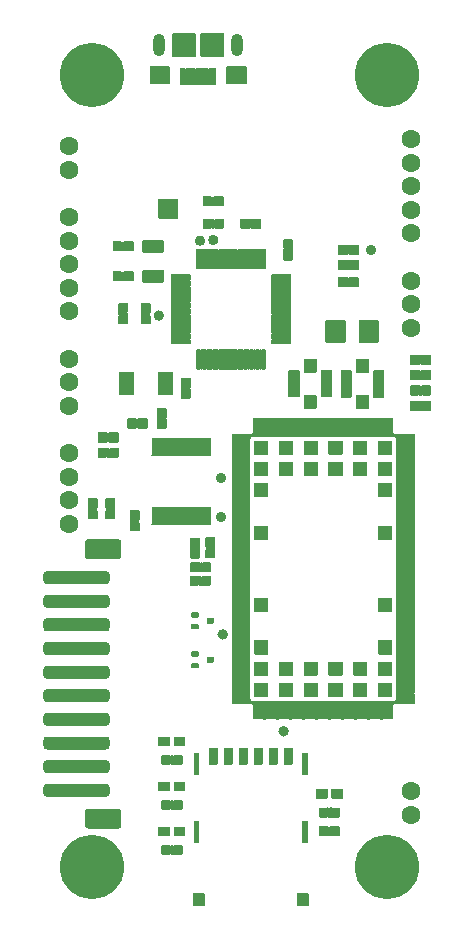
<source format=gbr>
G04 #@! TF.GenerationSoftware,KiCad,Pcbnew,5.1.8+dfsg1-1~bpo10+1*
G04 #@! TF.CreationDate,2021-01-14T22:26:34+01:00*
G04 #@! TF.ProjectId,_autosave-easyhive,5f617574-6f73-4617-9665-2d6561737968,rev?*
G04 #@! TF.SameCoordinates,Original*
G04 #@! TF.FileFunction,Soldermask,Top*
G04 #@! TF.FilePolarity,Negative*
%FSLAX46Y46*%
G04 Gerber Fmt 4.6, Leading zero omitted, Abs format (unit mm)*
G04 Created by KiCad (PCBNEW 5.1.8+dfsg1-1~bpo10+1) date 2021-01-14 22:26:34*
%MOMM*%
%LPD*%
G01*
G04 APERTURE LIST*
%ADD10O,1.002000X1.902000*%
%ADD11C,1.602000*%
%ADD12C,0.610000*%
%ADD13C,5.436000*%
%ADD14C,0.100000*%
G04 APERTURE END LIST*
G36*
G01*
X145622598Y-108035001D02*
X145977398Y-108035001D01*
G75*
G02*
X146028398Y-108086001I0J-51000D01*
G01*
X146028398Y-109547999D01*
G75*
G02*
X145977398Y-109598999I-51000J0D01*
G01*
X145622598Y-109598999D01*
G75*
G02*
X145571598Y-109547999I0J51000D01*
G01*
X145571598Y-108086001D01*
G75*
G02*
X145622598Y-108035001I51000J0D01*
G01*
G37*
G36*
G01*
X144972597Y-108035001D02*
X145327397Y-108035001D01*
G75*
G02*
X145378397Y-108086001I0J-51000D01*
G01*
X145378397Y-109547999D01*
G75*
G02*
X145327397Y-109598999I-51000J0D01*
G01*
X144972597Y-109598999D01*
G75*
G02*
X144921597Y-109547999I0J51000D01*
G01*
X144921597Y-108086001D01*
G75*
G02*
X144972597Y-108035001I51000J0D01*
G01*
G37*
G36*
G01*
X144322598Y-108035001D02*
X144677398Y-108035001D01*
G75*
G02*
X144728398Y-108086001I0J-51000D01*
G01*
X144728398Y-109547999D01*
G75*
G02*
X144677398Y-109598999I-51000J0D01*
G01*
X144322598Y-109598999D01*
G75*
G02*
X144271598Y-109547999I0J51000D01*
G01*
X144271598Y-108086001D01*
G75*
G02*
X144322598Y-108035001I51000J0D01*
G01*
G37*
G36*
G01*
X143672597Y-108035001D02*
X144027397Y-108035001D01*
G75*
G02*
X144078397Y-108086001I0J-51000D01*
G01*
X144078397Y-109547999D01*
G75*
G02*
X144027397Y-109598999I-51000J0D01*
G01*
X143672597Y-109598999D01*
G75*
G02*
X143621597Y-109547999I0J51000D01*
G01*
X143621597Y-108086001D01*
G75*
G02*
X143672597Y-108035001I51000J0D01*
G01*
G37*
G36*
G01*
X143022598Y-108035001D02*
X143377398Y-108035001D01*
G75*
G02*
X143428398Y-108086001I0J-51000D01*
G01*
X143428398Y-109547999D01*
G75*
G02*
X143377398Y-109598999I-51000J0D01*
G01*
X143022598Y-109598999D01*
G75*
G02*
X142971598Y-109547999I0J51000D01*
G01*
X142971598Y-108086001D01*
G75*
G02*
X143022598Y-108035001I51000J0D01*
G01*
G37*
G36*
G01*
X142372600Y-108035001D02*
X142727400Y-108035001D01*
G75*
G02*
X142778400Y-108086001I0J-51000D01*
G01*
X142778400Y-109547999D01*
G75*
G02*
X142727400Y-109598999I-51000J0D01*
G01*
X142372600Y-109598999D01*
G75*
G02*
X142321600Y-109547999I0J51000D01*
G01*
X142321600Y-108086001D01*
G75*
G02*
X142372600Y-108035001I51000J0D01*
G01*
G37*
G36*
G01*
X141722598Y-108035001D02*
X142077398Y-108035001D01*
G75*
G02*
X142128398Y-108086001I0J-51000D01*
G01*
X142128398Y-109547999D01*
G75*
G02*
X142077398Y-109598999I-51000J0D01*
G01*
X141722598Y-109598999D01*
G75*
G02*
X141671598Y-109547999I0J51000D01*
G01*
X141671598Y-108086001D01*
G75*
G02*
X141722598Y-108035001I51000J0D01*
G01*
G37*
G36*
G01*
X141072600Y-108035001D02*
X141427400Y-108035001D01*
G75*
G02*
X141478400Y-108086001I0J-51000D01*
G01*
X141478400Y-109547999D01*
G75*
G02*
X141427400Y-109598999I-51000J0D01*
G01*
X141072600Y-109598999D01*
G75*
G02*
X141021600Y-109547999I0J51000D01*
G01*
X141021600Y-108086001D01*
G75*
G02*
X141072600Y-108035001I51000J0D01*
G01*
G37*
G36*
G01*
X141072600Y-102193001D02*
X141427400Y-102193001D01*
G75*
G02*
X141478400Y-102244001I0J-51000D01*
G01*
X141478400Y-103705999D01*
G75*
G02*
X141427400Y-103756999I-51000J0D01*
G01*
X141072600Y-103756999D01*
G75*
G02*
X141021600Y-103705999I0J51000D01*
G01*
X141021600Y-102244001D01*
G75*
G02*
X141072600Y-102193001I51000J0D01*
G01*
G37*
G36*
G01*
X141722601Y-102193001D02*
X142077401Y-102193001D01*
G75*
G02*
X142128401Y-102244001I0J-51000D01*
G01*
X142128401Y-103705999D01*
G75*
G02*
X142077401Y-103756999I-51000J0D01*
G01*
X141722601Y-103756999D01*
G75*
G02*
X141671601Y-103705999I0J51000D01*
G01*
X141671601Y-102244001D01*
G75*
G02*
X141722601Y-102193001I51000J0D01*
G01*
G37*
G36*
G01*
X142372600Y-102193001D02*
X142727400Y-102193001D01*
G75*
G02*
X142778400Y-102244001I0J-51000D01*
G01*
X142778400Y-103705999D01*
G75*
G02*
X142727400Y-103756999I-51000J0D01*
G01*
X142372600Y-103756999D01*
G75*
G02*
X142321600Y-103705999I0J51000D01*
G01*
X142321600Y-102244001D01*
G75*
G02*
X142372600Y-102193001I51000J0D01*
G01*
G37*
G36*
G01*
X143022601Y-102193001D02*
X143377401Y-102193001D01*
G75*
G02*
X143428401Y-102244001I0J-51000D01*
G01*
X143428401Y-103705999D01*
G75*
G02*
X143377401Y-103756999I-51000J0D01*
G01*
X143022601Y-103756999D01*
G75*
G02*
X142971601Y-103705999I0J51000D01*
G01*
X142971601Y-102244001D01*
G75*
G02*
X143022601Y-102193001I51000J0D01*
G01*
G37*
G36*
G01*
X143672600Y-102193001D02*
X144027400Y-102193001D01*
G75*
G02*
X144078400Y-102244001I0J-51000D01*
G01*
X144078400Y-103705999D01*
G75*
G02*
X144027400Y-103756999I-51000J0D01*
G01*
X143672600Y-103756999D01*
G75*
G02*
X143621600Y-103705999I0J51000D01*
G01*
X143621600Y-102244001D01*
G75*
G02*
X143672600Y-102193001I51000J0D01*
G01*
G37*
G36*
G01*
X144322598Y-102193001D02*
X144677398Y-102193001D01*
G75*
G02*
X144728398Y-102244001I0J-51000D01*
G01*
X144728398Y-103705999D01*
G75*
G02*
X144677398Y-103756999I-51000J0D01*
G01*
X144322598Y-103756999D01*
G75*
G02*
X144271598Y-103705999I0J51000D01*
G01*
X144271598Y-102244001D01*
G75*
G02*
X144322598Y-102193001I51000J0D01*
G01*
G37*
G36*
G01*
X144972600Y-102193001D02*
X145327400Y-102193001D01*
G75*
G02*
X145378400Y-102244001I0J-51000D01*
G01*
X145378400Y-103705999D01*
G75*
G02*
X145327400Y-103756999I-51000J0D01*
G01*
X144972600Y-103756999D01*
G75*
G02*
X144921600Y-103705999I0J51000D01*
G01*
X144921600Y-102244001D01*
G75*
G02*
X144972600Y-102193001I51000J0D01*
G01*
G37*
G36*
G01*
X145622598Y-102193001D02*
X145977398Y-102193001D01*
G75*
G02*
X146028398Y-102244001I0J-51000D01*
G01*
X146028398Y-103705999D01*
G75*
G02*
X145977398Y-103756999I-51000J0D01*
G01*
X145622598Y-103756999D01*
G75*
G02*
X145571598Y-103705999I0J51000D01*
G01*
X145571598Y-102244001D01*
G75*
G02*
X145622598Y-102193001I51000J0D01*
G01*
G37*
D10*
X141671100Y-68962600D03*
X148271100Y-68962600D03*
G36*
G01*
X144772100Y-68012600D02*
X144772100Y-69912600D01*
G75*
G02*
X144721100Y-69963600I-51000J0D01*
G01*
X142821100Y-69963600D01*
G75*
G02*
X142770100Y-69912600I0J51000D01*
G01*
X142770100Y-68012600D01*
G75*
G02*
X142821100Y-67961600I51000J0D01*
G01*
X144721100Y-67961600D01*
G75*
G02*
X144772100Y-68012600I0J-51000D01*
G01*
G37*
G36*
G01*
X147172100Y-68012600D02*
X147172100Y-69912600D01*
G75*
G02*
X147121100Y-69963600I-51000J0D01*
G01*
X145221100Y-69963600D01*
G75*
G02*
X145170100Y-69912600I0J51000D01*
G01*
X145170100Y-68012600D01*
G75*
G02*
X145221100Y-67961600I51000J0D01*
G01*
X147121100Y-67961600D01*
G75*
G02*
X147172100Y-68012600I0J-51000D01*
G01*
G37*
G36*
G01*
X142572100Y-70812600D02*
X142572100Y-72212600D01*
G75*
G02*
X142521100Y-72263600I-51000J0D01*
G01*
X140921100Y-72263600D01*
G75*
G02*
X140870100Y-72212600I0J51000D01*
G01*
X140870100Y-70812600D01*
G75*
G02*
X140921100Y-70761600I51000J0D01*
G01*
X142521100Y-70761600D01*
G75*
G02*
X142572100Y-70812600I0J-51000D01*
G01*
G37*
G36*
G01*
X149072100Y-70812600D02*
X149072100Y-72212600D01*
G75*
G02*
X149021100Y-72263600I-51000J0D01*
G01*
X147421100Y-72263600D01*
G75*
G02*
X147370100Y-72212600I0J51000D01*
G01*
X147370100Y-70812600D01*
G75*
G02*
X147421100Y-70761600I51000J0D01*
G01*
X149021100Y-70761600D01*
G75*
G02*
X149072100Y-70812600I0J-51000D01*
G01*
G37*
G36*
G01*
X146522100Y-70962600D02*
X146522100Y-72312600D01*
G75*
G02*
X146471100Y-72363600I-51000J0D01*
G01*
X146071100Y-72363600D01*
G75*
G02*
X146020100Y-72312600I0J51000D01*
G01*
X146020100Y-70962600D01*
G75*
G02*
X146071100Y-70911600I51000J0D01*
G01*
X146471100Y-70911600D01*
G75*
G02*
X146522100Y-70962600I0J-51000D01*
G01*
G37*
G36*
G01*
X145872100Y-70962600D02*
X145872100Y-72312600D01*
G75*
G02*
X145821100Y-72363600I-51000J0D01*
G01*
X145421100Y-72363600D01*
G75*
G02*
X145370100Y-72312600I0J51000D01*
G01*
X145370100Y-70962600D01*
G75*
G02*
X145421100Y-70911600I51000J0D01*
G01*
X145821100Y-70911600D01*
G75*
G02*
X145872100Y-70962600I0J-51000D01*
G01*
G37*
G36*
G01*
X143922100Y-70962600D02*
X143922100Y-72312600D01*
G75*
G02*
X143871100Y-72363600I-51000J0D01*
G01*
X143471100Y-72363600D01*
G75*
G02*
X143420100Y-72312600I0J51000D01*
G01*
X143420100Y-70962600D01*
G75*
G02*
X143471100Y-70911600I51000J0D01*
G01*
X143871100Y-70911600D01*
G75*
G02*
X143922100Y-70962600I0J-51000D01*
G01*
G37*
G36*
G01*
X144572100Y-70962600D02*
X144572100Y-72312600D01*
G75*
G02*
X144521100Y-72363600I-51000J0D01*
G01*
X144121100Y-72363600D01*
G75*
G02*
X144070100Y-72312600I0J51000D01*
G01*
X144070100Y-70962600D01*
G75*
G02*
X144121100Y-70911600I51000J0D01*
G01*
X144521100Y-70911600D01*
G75*
G02*
X144572100Y-70962600I0J-51000D01*
G01*
G37*
G36*
G01*
X145222100Y-70962600D02*
X145222100Y-72312600D01*
G75*
G02*
X145171100Y-72363600I-51000J0D01*
G01*
X144771100Y-72363600D01*
G75*
G02*
X144720100Y-72312600I0J51000D01*
G01*
X144720100Y-70962600D01*
G75*
G02*
X144771100Y-70911600I51000J0D01*
G01*
X145171100Y-70911600D01*
G75*
G02*
X145222100Y-70962600I0J-51000D01*
G01*
G37*
D11*
X163000000Y-134100000D03*
X163000000Y-132100000D03*
G36*
G01*
X146254000Y-121228999D02*
X145746000Y-121228999D01*
G75*
G02*
X145695000Y-121177999I0J51000D01*
G01*
X145695000Y-120822001D01*
G75*
G02*
X145746000Y-120771001I51000J0D01*
G01*
X146254000Y-120771001D01*
G75*
G02*
X146305000Y-120822001I0J-51000D01*
G01*
X146305000Y-121177999D01*
G75*
G02*
X146254000Y-121228999I-51000J0D01*
G01*
G37*
G36*
G01*
X144958999Y-121729002D02*
X144450999Y-121729002D01*
G75*
G02*
X144399999Y-121678002I0J51000D01*
G01*
X144399999Y-121322004D01*
G75*
G02*
X144450999Y-121271004I51000J0D01*
G01*
X144958999Y-121271004D01*
G75*
G02*
X145009999Y-121322004I0J-51000D01*
G01*
X145009999Y-121678002D01*
G75*
G02*
X144958999Y-121729002I-51000J0D01*
G01*
G37*
G36*
G01*
X144958999Y-120729001D02*
X144450999Y-120729001D01*
G75*
G02*
X144399999Y-120678001I0J51000D01*
G01*
X144399999Y-120322003D01*
G75*
G02*
X144450999Y-120271003I51000J0D01*
G01*
X144958999Y-120271003D01*
G75*
G02*
X145009999Y-120322003I0J-51000D01*
G01*
X145009999Y-120678001D01*
G75*
G02*
X144958999Y-120729001I-51000J0D01*
G01*
G37*
G36*
G01*
X146249001Y-117928996D02*
X145741001Y-117928996D01*
G75*
G02*
X145690001Y-117877996I0J51000D01*
G01*
X145690001Y-117521998D01*
G75*
G02*
X145741001Y-117470998I51000J0D01*
G01*
X146249001Y-117470998D01*
G75*
G02*
X146300001Y-117521998I0J-51000D01*
G01*
X146300001Y-117877996D01*
G75*
G02*
X146249001Y-117928996I-51000J0D01*
G01*
G37*
G36*
G01*
X144954000Y-118428999D02*
X144446000Y-118428999D01*
G75*
G02*
X144395000Y-118377999I0J51000D01*
G01*
X144395000Y-118022001D01*
G75*
G02*
X144446000Y-117971001I51000J0D01*
G01*
X144954000Y-117971001D01*
G75*
G02*
X145005000Y-118022001I0J-51000D01*
G01*
X145005000Y-118377999D01*
G75*
G02*
X144954000Y-118428999I-51000J0D01*
G01*
G37*
G36*
G01*
X144954000Y-117428998D02*
X144446000Y-117428998D01*
G75*
G02*
X144395000Y-117377998I0J51000D01*
G01*
X144395000Y-117022000D01*
G75*
G02*
X144446000Y-116971000I51000J0D01*
G01*
X144954000Y-116971000D01*
G75*
G02*
X145005000Y-117022000I0J-51000D01*
G01*
X145005000Y-117377998D01*
G75*
G02*
X144954000Y-117428998I-51000J0D01*
G01*
G37*
X163000000Y-88900000D03*
X163000000Y-90900000D03*
X163000000Y-92900000D03*
X134001100Y-109503600D03*
X134001100Y-107503600D03*
X134001100Y-105503600D03*
X134001100Y-103503600D03*
X134001100Y-99503600D03*
X134001100Y-97503600D03*
X134001100Y-95503600D03*
X134001100Y-91503600D03*
X134001100Y-89503600D03*
X134001100Y-87503600D03*
X134001100Y-85503600D03*
X134001100Y-83503600D03*
X163001100Y-84903600D03*
X163001100Y-82903600D03*
X163001100Y-80903600D03*
X163001100Y-78903600D03*
X163001100Y-76903600D03*
X134001100Y-77503600D03*
X134001100Y-79503600D03*
G36*
G01*
X157451000Y-92300000D02*
X157451000Y-94100000D01*
G75*
G02*
X157400000Y-94151000I-51000J0D01*
G01*
X155800000Y-94151000D01*
G75*
G02*
X155749000Y-94100000I0J51000D01*
G01*
X155749000Y-92300000D01*
G75*
G02*
X155800000Y-92249000I51000J0D01*
G01*
X157400000Y-92249000D01*
G75*
G02*
X157451000Y-92300000I0J-51000D01*
G01*
G37*
G36*
G01*
X160251000Y-92300000D02*
X160251000Y-94100000D01*
G75*
G02*
X160200000Y-94151000I-51000J0D01*
G01*
X158600000Y-94151000D01*
G75*
G02*
X158549000Y-94100000I0J51000D01*
G01*
X158549000Y-92300000D01*
G75*
G02*
X158600000Y-92249000I51000J0D01*
G01*
X160200000Y-92249000D01*
G75*
G02*
X160251000Y-92300000I0J-51000D01*
G01*
G37*
G36*
G01*
X146900000Y-108449000D02*
X146900000Y-108449000D01*
G75*
G02*
X147351000Y-108900000I0J-451000D01*
G01*
X147351000Y-108900000D01*
G75*
G02*
X146900000Y-109351000I-451000J0D01*
G01*
X146900000Y-109351000D01*
G75*
G02*
X146449000Y-108900000I0J451000D01*
G01*
X146449000Y-108900000D01*
G75*
G02*
X146900000Y-108449000I451000J0D01*
G01*
G37*
G36*
G01*
X159149000Y-86300000D02*
X159149000Y-86300000D01*
G75*
G02*
X159600000Y-85849000I451000J0D01*
G01*
X159600000Y-85849000D01*
G75*
G02*
X160051000Y-86300000I0J-451000D01*
G01*
X160051000Y-86300000D01*
G75*
G02*
X159600000Y-86751000I-451000J0D01*
G01*
X159600000Y-86751000D01*
G75*
G02*
X159149000Y-86300000I0J451000D01*
G01*
G37*
G36*
G01*
X145799000Y-85450000D02*
X145799000Y-85450000D01*
G75*
G02*
X146250000Y-84999000I451000J0D01*
G01*
X146250000Y-84999000D01*
G75*
G02*
X146701000Y-85450000I0J-451000D01*
G01*
X146701000Y-85450000D01*
G75*
G02*
X146250000Y-85901000I-451000J0D01*
G01*
X146250000Y-85901000D01*
G75*
G02*
X145799000Y-85450000I0J451000D01*
G01*
G37*
G36*
G01*
X144678850Y-85512350D02*
X144678850Y-85512350D01*
G75*
G02*
X145129850Y-85061350I451000J0D01*
G01*
X145129850Y-85061350D01*
G75*
G02*
X145580850Y-85512350I0J-451000D01*
G01*
X145580850Y-85512350D01*
G75*
G02*
X145129850Y-85963350I-451000J0D01*
G01*
X145129850Y-85963350D01*
G75*
G02*
X144678850Y-85512350I0J451000D01*
G01*
G37*
G36*
G01*
X141186350Y-91862350D02*
X141186350Y-91862350D01*
G75*
G02*
X141637350Y-91411350I451000J0D01*
G01*
X141637350Y-91411350D01*
G75*
G02*
X142088350Y-91862350I0J-451000D01*
G01*
X142088350Y-91862350D01*
G75*
G02*
X141637350Y-92313350I-451000J0D01*
G01*
X141637350Y-92313350D01*
G75*
G02*
X141186350Y-91862350I0J451000D01*
G01*
G37*
G36*
G01*
X151749000Y-127050000D02*
X151749000Y-127050000D01*
G75*
G02*
X152200000Y-126599000I451000J0D01*
G01*
X152200000Y-126599000D01*
G75*
G02*
X152651000Y-127050000I0J-451000D01*
G01*
X152651000Y-127050000D01*
G75*
G02*
X152200000Y-127501000I-451000J0D01*
G01*
X152200000Y-127501000D01*
G75*
G02*
X151749000Y-127050000I0J451000D01*
G01*
G37*
G36*
G01*
X146599000Y-118850000D02*
X146599000Y-118850000D01*
G75*
G02*
X147050000Y-118399000I451000J0D01*
G01*
X147050000Y-118399000D01*
G75*
G02*
X147501000Y-118850000I0J-451000D01*
G01*
X147501000Y-118850000D01*
G75*
G02*
X147050000Y-119301000I-451000J0D01*
G01*
X147050000Y-119301000D01*
G75*
G02*
X146599000Y-118850000I0J451000D01*
G01*
G37*
G36*
G01*
X146449000Y-105600000D02*
X146449000Y-105600000D01*
G75*
G02*
X146900000Y-105149000I451000J0D01*
G01*
X146900000Y-105149000D01*
G75*
G02*
X147351000Y-105600000I0J-451000D01*
G01*
X147351000Y-105600000D01*
G75*
G02*
X146900000Y-106051000I-451000J0D01*
G01*
X146900000Y-106051000D01*
G75*
G02*
X146449000Y-105600000I0J451000D01*
G01*
G37*
G36*
G01*
X140024400Y-108407200D02*
X140024400Y-109048800D01*
G75*
G02*
X139944200Y-109129000I-80200J0D01*
G01*
X139252600Y-109129000D01*
G75*
G02*
X139172400Y-109048800I0J80200D01*
G01*
X139172400Y-108407200D01*
G75*
G02*
X139252600Y-108327000I80200J0D01*
G01*
X139944200Y-108327000D01*
G75*
G02*
X140024400Y-108407200I0J-80200D01*
G01*
G37*
G36*
G01*
X140024400Y-109407200D02*
X140024400Y-110048800D01*
G75*
G02*
X139944200Y-110129000I-80200J0D01*
G01*
X139252600Y-110129000D01*
G75*
G02*
X139172400Y-110048800I0J80200D01*
G01*
X139172400Y-109407200D01*
G75*
G02*
X139252600Y-109327000I80200J0D01*
G01*
X139944200Y-109327000D01*
G75*
G02*
X140024400Y-109407200I0J-80200D01*
G01*
G37*
G36*
G01*
X140647800Y-101416400D02*
X140006200Y-101416400D01*
G75*
G02*
X139926000Y-101336200I0J80200D01*
G01*
X139926000Y-100644600D01*
G75*
G02*
X140006200Y-100564400I80200J0D01*
G01*
X140647800Y-100564400D01*
G75*
G02*
X140728000Y-100644600I0J-80200D01*
G01*
X140728000Y-101336200D01*
G75*
G02*
X140647800Y-101416400I-80200J0D01*
G01*
G37*
G36*
G01*
X139647800Y-101416400D02*
X139006200Y-101416400D01*
G75*
G02*
X138926000Y-101336200I0J80200D01*
G01*
X138926000Y-100644600D01*
G75*
G02*
X139006200Y-100564400I80200J0D01*
G01*
X139647800Y-100564400D01*
G75*
G02*
X139728000Y-100644600I0J-80200D01*
G01*
X139728000Y-101336200D01*
G75*
G02*
X139647800Y-101416400I-80200J0D01*
G01*
G37*
G36*
G01*
X141458400Y-101387400D02*
X141458400Y-100745800D01*
G75*
G02*
X141538600Y-100665600I80200J0D01*
G01*
X142230200Y-100665600D01*
G75*
G02*
X142310400Y-100745800I0J-80200D01*
G01*
X142310400Y-101387400D01*
G75*
G02*
X142230200Y-101467600I-80200J0D01*
G01*
X141538600Y-101467600D01*
G75*
G02*
X141458400Y-101387400I0J80200D01*
G01*
G37*
G36*
G01*
X141458400Y-100387400D02*
X141458400Y-99745800D01*
G75*
G02*
X141538600Y-99665600I80200J0D01*
G01*
X142230200Y-99665600D01*
G75*
G02*
X142310400Y-99745800I0J-80200D01*
G01*
X142310400Y-100387400D01*
G75*
G02*
X142230200Y-100467600I-80200J0D01*
G01*
X141538600Y-100467600D01*
G75*
G02*
X141458400Y-100387400I0J80200D01*
G01*
G37*
G36*
G01*
X138174200Y-102601200D02*
X137532600Y-102601200D01*
G75*
G02*
X137452400Y-102521000I0J80200D01*
G01*
X137452400Y-101829400D01*
G75*
G02*
X137532600Y-101749200I80200J0D01*
G01*
X138174200Y-101749200D01*
G75*
G02*
X138254400Y-101829400I0J-80200D01*
G01*
X138254400Y-102521000D01*
G75*
G02*
X138174200Y-102601200I-80200J0D01*
G01*
G37*
G36*
G01*
X137174200Y-102601200D02*
X136532600Y-102601200D01*
G75*
G02*
X136452400Y-102521000I0J80200D01*
G01*
X136452400Y-101829400D01*
G75*
G02*
X136532600Y-101749200I80200J0D01*
G01*
X137174200Y-101749200D01*
G75*
G02*
X137254400Y-101829400I0J-80200D01*
G01*
X137254400Y-102521000D01*
G75*
G02*
X137174200Y-102601200I-80200J0D01*
G01*
G37*
G36*
G01*
X138174200Y-103901200D02*
X137532600Y-103901200D01*
G75*
G02*
X137452400Y-103821000I0J80200D01*
G01*
X137452400Y-103129400D01*
G75*
G02*
X137532600Y-103049200I80200J0D01*
G01*
X138174200Y-103049200D01*
G75*
G02*
X138254400Y-103129400I0J-80200D01*
G01*
X138254400Y-103821000D01*
G75*
G02*
X138174200Y-103901200I-80200J0D01*
G01*
G37*
G36*
G01*
X137174200Y-103901200D02*
X136532600Y-103901200D01*
G75*
G02*
X136452400Y-103821000I0J80200D01*
G01*
X136452400Y-103129400D01*
G75*
G02*
X136532600Y-103049200I80200J0D01*
G01*
X137174200Y-103049200D01*
G75*
G02*
X137254400Y-103129400I0J-80200D01*
G01*
X137254400Y-103821000D01*
G75*
G02*
X137174200Y-103901200I-80200J0D01*
G01*
G37*
G36*
G01*
X137115000Y-109024800D02*
X137115000Y-108383200D01*
G75*
G02*
X137195200Y-108303000I80200J0D01*
G01*
X137886800Y-108303000D01*
G75*
G02*
X137967000Y-108383200I0J-80200D01*
G01*
X137967000Y-109024800D01*
G75*
G02*
X137886800Y-109105000I-80200J0D01*
G01*
X137195200Y-109105000D01*
G75*
G02*
X137115000Y-109024800I0J80200D01*
G01*
G37*
G36*
G01*
X137115000Y-108024800D02*
X137115000Y-107383200D01*
G75*
G02*
X137195200Y-107303000I80200J0D01*
G01*
X137886800Y-107303000D01*
G75*
G02*
X137967000Y-107383200I0J-80200D01*
G01*
X137967000Y-108024800D01*
G75*
G02*
X137886800Y-108105000I-80200J0D01*
G01*
X137195200Y-108105000D01*
G75*
G02*
X137115000Y-108024800I0J80200D01*
G01*
G37*
G36*
G01*
X135616400Y-109032800D02*
X135616400Y-108391200D01*
G75*
G02*
X135696600Y-108311000I80200J0D01*
G01*
X136388200Y-108311000D01*
G75*
G02*
X136468400Y-108391200I0J-80200D01*
G01*
X136468400Y-109032800D01*
G75*
G02*
X136388200Y-109113000I-80200J0D01*
G01*
X135696600Y-109113000D01*
G75*
G02*
X135616400Y-109032800I0J80200D01*
G01*
G37*
G36*
G01*
X135616400Y-108032800D02*
X135616400Y-107391200D01*
G75*
G02*
X135696600Y-107311000I80200J0D01*
G01*
X136388200Y-107311000D01*
G75*
G02*
X136468400Y-107391200I0J-80200D01*
G01*
X136468400Y-108032800D01*
G75*
G02*
X136388200Y-108113000I-80200J0D01*
G01*
X135696600Y-108113000D01*
G75*
G02*
X135616400Y-108032800I0J80200D01*
G01*
G37*
G36*
G01*
X144329200Y-113874000D02*
X144970800Y-113874000D01*
G75*
G02*
X145051000Y-113954200I0J-80200D01*
G01*
X145051000Y-114645800D01*
G75*
G02*
X144970800Y-114726000I-80200J0D01*
G01*
X144329200Y-114726000D01*
G75*
G02*
X144249000Y-114645800I0J80200D01*
G01*
X144249000Y-113954200D01*
G75*
G02*
X144329200Y-113874000I80200J0D01*
G01*
G37*
G36*
G01*
X145329200Y-113874000D02*
X145970800Y-113874000D01*
G75*
G02*
X146051000Y-113954200I0J-80200D01*
G01*
X146051000Y-114645800D01*
G75*
G02*
X145970800Y-114726000I-80200J0D01*
G01*
X145329200Y-114726000D01*
G75*
G02*
X145249000Y-114645800I0J80200D01*
G01*
X145249000Y-113954200D01*
G75*
G02*
X145329200Y-113874000I80200J0D01*
G01*
G37*
G36*
G01*
X144354200Y-112749000D02*
X144995800Y-112749000D01*
G75*
G02*
X145076000Y-112829200I0J-80200D01*
G01*
X145076000Y-113520800D01*
G75*
G02*
X144995800Y-113601000I-80200J0D01*
G01*
X144354200Y-113601000D01*
G75*
G02*
X144274000Y-113520800I0J80200D01*
G01*
X144274000Y-112829200D01*
G75*
G02*
X144354200Y-112749000I80200J0D01*
G01*
G37*
G36*
G01*
X145354200Y-112749000D02*
X145995800Y-112749000D01*
G75*
G02*
X146076000Y-112829200I0J-80200D01*
G01*
X146076000Y-113520800D01*
G75*
G02*
X145995800Y-113601000I-80200J0D01*
G01*
X145354200Y-113601000D01*
G75*
G02*
X145274000Y-113520800I0J80200D01*
G01*
X145274000Y-112829200D01*
G75*
G02*
X145354200Y-112749000I80200J0D01*
G01*
G37*
G36*
G01*
X158520800Y-87996000D02*
X157879200Y-87996000D01*
G75*
G02*
X157799000Y-87915800I0J80200D01*
G01*
X157799000Y-87224200D01*
G75*
G02*
X157879200Y-87144000I80200J0D01*
G01*
X158520800Y-87144000D01*
G75*
G02*
X158601000Y-87224200I0J-80200D01*
G01*
X158601000Y-87915800D01*
G75*
G02*
X158520800Y-87996000I-80200J0D01*
G01*
G37*
G36*
G01*
X157520800Y-87996000D02*
X156879200Y-87996000D01*
G75*
G02*
X156799000Y-87915800I0J80200D01*
G01*
X156799000Y-87224200D01*
G75*
G02*
X156879200Y-87144000I80200J0D01*
G01*
X157520800Y-87144000D01*
G75*
G02*
X157601000Y-87224200I0J-80200D01*
G01*
X157601000Y-87915800D01*
G75*
G02*
X157520800Y-87996000I-80200J0D01*
G01*
G37*
G36*
G01*
X156879200Y-85864000D02*
X157520800Y-85864000D01*
G75*
G02*
X157601000Y-85944200I0J-80200D01*
G01*
X157601000Y-86635800D01*
G75*
G02*
X157520800Y-86716000I-80200J0D01*
G01*
X156879200Y-86716000D01*
G75*
G02*
X156799000Y-86635800I0J80200D01*
G01*
X156799000Y-85944200D01*
G75*
G02*
X156879200Y-85864000I80200J0D01*
G01*
G37*
G36*
G01*
X157879200Y-85864000D02*
X158520800Y-85864000D01*
G75*
G02*
X158601000Y-85944200I0J-80200D01*
G01*
X158601000Y-86635800D01*
G75*
G02*
X158520800Y-86716000I-80200J0D01*
G01*
X157879200Y-86716000D01*
G75*
G02*
X157799000Y-86635800I0J80200D01*
G01*
X157799000Y-85944200D01*
G75*
G02*
X157879200Y-85864000I80200J0D01*
G01*
G37*
G36*
G01*
X140347850Y-87957600D02*
X141974350Y-87957600D01*
G75*
G02*
X142112100Y-88095350I0J-137750D01*
G01*
X142112100Y-88921850D01*
G75*
G02*
X141974350Y-89059600I-137750J0D01*
G01*
X140347850Y-89059600D01*
G75*
G02*
X140210100Y-88921850I0J137750D01*
G01*
X140210100Y-88095350D01*
G75*
G02*
X140347850Y-87957600I137750J0D01*
G01*
G37*
G36*
G01*
X140347850Y-85457600D02*
X141974350Y-85457600D01*
G75*
G02*
X142112100Y-85595350I0J-137750D01*
G01*
X142112100Y-86421850D01*
G75*
G02*
X141974350Y-86559600I-137750J0D01*
G01*
X140347850Y-86559600D01*
G75*
G02*
X140210100Y-86421850I0J137750D01*
G01*
X140210100Y-85595350D01*
G75*
G02*
X140347850Y-85457600I137750J0D01*
G01*
G37*
G36*
G01*
X141549000Y-98500001D02*
X141549000Y-96699999D01*
G75*
G02*
X141599999Y-96649000I50999J0D01*
G01*
X142800001Y-96649000D01*
G75*
G02*
X142851000Y-96699999I0J-50999D01*
G01*
X142851000Y-98500001D01*
G75*
G02*
X142800001Y-98551000I-50999J0D01*
G01*
X141599999Y-98551000D01*
G75*
G02*
X141549000Y-98500001I0J50999D01*
G01*
G37*
G36*
G01*
X138249000Y-98500001D02*
X138249000Y-96699999D01*
G75*
G02*
X138299999Y-96649000I50999J0D01*
G01*
X139500001Y-96649000D01*
G75*
G02*
X139551000Y-96699999I0J-50999D01*
G01*
X139551000Y-98500001D01*
G75*
G02*
X139500001Y-98551000I-50999J0D01*
G01*
X138299999Y-98551000D01*
G75*
G02*
X138249000Y-98500001I0J50999D01*
G01*
G37*
G36*
G01*
X153785100Y-136488600D02*
X153785100Y-134688600D01*
G75*
G02*
X153836100Y-134637600I51000J0D01*
G01*
X154186100Y-134637600D01*
G75*
G02*
X154237100Y-134688600I0J-51000D01*
G01*
X154237100Y-136488600D01*
G75*
G02*
X154186100Y-136539600I-51000J0D01*
G01*
X153836100Y-136539600D01*
G75*
G02*
X153785100Y-136488600I0J51000D01*
G01*
G37*
G36*
G01*
X144594100Y-136488600D02*
X144594100Y-134688600D01*
G75*
G02*
X144645100Y-134637600I51000J0D01*
G01*
X144995100Y-134637600D01*
G75*
G02*
X145046100Y-134688600I0J-51000D01*
G01*
X145046100Y-136488600D01*
G75*
G02*
X144995100Y-136539600I-51000J0D01*
G01*
X144645100Y-136539600D01*
G75*
G02*
X144594100Y-136488600I0J51000D01*
G01*
G37*
G36*
G01*
X153785100Y-130738600D02*
X153785100Y-128938600D01*
G75*
G02*
X153836100Y-128887600I51000J0D01*
G01*
X154186100Y-128887600D01*
G75*
G02*
X154237100Y-128938600I0J-51000D01*
G01*
X154237100Y-130738600D01*
G75*
G02*
X154186100Y-130789600I-51000J0D01*
G01*
X153836100Y-130789600D01*
G75*
G02*
X153785100Y-130738600I0J51000D01*
G01*
G37*
G36*
G01*
X144594100Y-130738600D02*
X144594100Y-128938600D01*
G75*
G02*
X144645100Y-128887600I51000J0D01*
G01*
X144995100Y-128887600D01*
G75*
G02*
X145046100Y-128938600I0J-51000D01*
G01*
X145046100Y-130738600D01*
G75*
G02*
X144995100Y-130789600I-51000J0D01*
G01*
X144645100Y-130789600D01*
G75*
G02*
X144594100Y-130738600I0J51000D01*
G01*
G37*
G36*
G01*
X145870100Y-129818601D02*
X145870100Y-128518599D01*
G75*
G02*
X145921099Y-128467600I50999J0D01*
G01*
X146571101Y-128467600D01*
G75*
G02*
X146622100Y-128518599I0J-50999D01*
G01*
X146622100Y-129818601D01*
G75*
G02*
X146571101Y-129869600I-50999J0D01*
G01*
X145921099Y-129869600D01*
G75*
G02*
X145870100Y-129818601I0J50999D01*
G01*
G37*
G36*
G01*
X147140100Y-129818601D02*
X147140100Y-128518599D01*
G75*
G02*
X147191099Y-128467600I50999J0D01*
G01*
X147841101Y-128467600D01*
G75*
G02*
X147892100Y-128518599I0J-50999D01*
G01*
X147892100Y-129818601D01*
G75*
G02*
X147841101Y-129869600I-50999J0D01*
G01*
X147191099Y-129869600D01*
G75*
G02*
X147140100Y-129818601I0J50999D01*
G01*
G37*
G36*
G01*
X148410100Y-129818601D02*
X148410100Y-128518599D01*
G75*
G02*
X148461099Y-128467600I50999J0D01*
G01*
X149111101Y-128467600D01*
G75*
G02*
X149162100Y-128518599I0J-50999D01*
G01*
X149162100Y-129818601D01*
G75*
G02*
X149111101Y-129869600I-50999J0D01*
G01*
X148461099Y-129869600D01*
G75*
G02*
X148410100Y-129818601I0J50999D01*
G01*
G37*
G36*
G01*
X149680100Y-129818601D02*
X149680100Y-128518599D01*
G75*
G02*
X149731099Y-128467600I50999J0D01*
G01*
X150381101Y-128467600D01*
G75*
G02*
X150432100Y-128518599I0J-50999D01*
G01*
X150432100Y-129818601D01*
G75*
G02*
X150381101Y-129869600I-50999J0D01*
G01*
X149731099Y-129869600D01*
G75*
G02*
X149680100Y-129818601I0J50999D01*
G01*
G37*
G36*
G01*
X150950100Y-129818601D02*
X150950100Y-128518599D01*
G75*
G02*
X151001099Y-128467600I50999J0D01*
G01*
X151651101Y-128467600D01*
G75*
G02*
X151702100Y-128518599I0J-50999D01*
G01*
X151702100Y-129818601D01*
G75*
G02*
X151651101Y-129869600I-50999J0D01*
G01*
X151001099Y-129869600D01*
G75*
G02*
X150950100Y-129818601I0J50999D01*
G01*
G37*
G36*
G01*
X152220100Y-129818601D02*
X152220100Y-128518599D01*
G75*
G02*
X152271099Y-128467600I50999J0D01*
G01*
X152921101Y-128467600D01*
G75*
G02*
X152972100Y-128518599I0J-50999D01*
G01*
X152972100Y-129818601D01*
G75*
G02*
X152921101Y-129869600I-50999J0D01*
G01*
X152271099Y-129869600D01*
G75*
G02*
X152220100Y-129818601I0J50999D01*
G01*
G37*
G36*
G01*
X154266100Y-141859600D02*
X153366100Y-141859600D01*
G75*
G02*
X153315100Y-141808600I0J51000D01*
G01*
X153315100Y-140808600D01*
G75*
G02*
X153366100Y-140757600I51000J0D01*
G01*
X154266100Y-140757600D01*
G75*
G02*
X154317100Y-140808600I0J-51000D01*
G01*
X154317100Y-141808600D01*
G75*
G02*
X154266100Y-141859600I-51000J0D01*
G01*
G37*
G36*
G01*
X145466100Y-141859600D02*
X144566100Y-141859600D01*
G75*
G02*
X144515100Y-141808600I0J51000D01*
G01*
X144515100Y-140808600D01*
G75*
G02*
X144566100Y-140757600I51000J0D01*
G01*
X145466100Y-140757600D01*
G75*
G02*
X145517100Y-140808600I0J-51000D01*
G01*
X145517100Y-141808600D01*
G75*
G02*
X145466100Y-141859600I-51000J0D01*
G01*
G37*
G36*
G01*
X153957400Y-95536600D02*
X154957400Y-95536600D01*
G75*
G02*
X155008400Y-95587600I0J-51000D01*
G01*
X155008400Y-96637600D01*
G75*
G02*
X154957400Y-96688600I-51000J0D01*
G01*
X153957400Y-96688600D01*
G75*
G02*
X153906400Y-96637600I0J51000D01*
G01*
X153906400Y-95587600D01*
G75*
G02*
X153957400Y-95536600I51000J0D01*
G01*
G37*
G36*
G01*
X153957400Y-98586600D02*
X154957400Y-98586600D01*
G75*
G02*
X155008400Y-98637600I0J-51000D01*
G01*
X155008400Y-99687600D01*
G75*
G02*
X154957400Y-99738600I-51000J0D01*
G01*
X153957400Y-99738600D01*
G75*
G02*
X153906400Y-99687600I0J51000D01*
G01*
X153906400Y-98637600D01*
G75*
G02*
X153957400Y-98586600I51000J0D01*
G01*
G37*
G36*
G01*
X152657400Y-96486600D02*
X153507400Y-96486600D01*
G75*
G02*
X153558400Y-96537600I0J-51000D01*
G01*
X153558400Y-98737600D01*
G75*
G02*
X153507400Y-98788600I-51000J0D01*
G01*
X152657400Y-98788600D01*
G75*
G02*
X152606400Y-98737600I0J51000D01*
G01*
X152606400Y-96537600D01*
G75*
G02*
X152657400Y-96486600I51000J0D01*
G01*
G37*
G36*
G01*
X155407400Y-96486600D02*
X156257400Y-96486600D01*
G75*
G02*
X156308400Y-96537600I0J-51000D01*
G01*
X156308400Y-98737600D01*
G75*
G02*
X156257400Y-98788600I-51000J0D01*
G01*
X155407400Y-98788600D01*
G75*
G02*
X155356400Y-98737600I0J51000D01*
G01*
X155356400Y-96537600D01*
G75*
G02*
X155407400Y-96486600I51000J0D01*
G01*
G37*
G36*
G01*
X158375000Y-95549000D02*
X159375000Y-95549000D01*
G75*
G02*
X159426000Y-95600000I0J-51000D01*
G01*
X159426000Y-96650000D01*
G75*
G02*
X159375000Y-96701000I-51000J0D01*
G01*
X158375000Y-96701000D01*
G75*
G02*
X158324000Y-96650000I0J51000D01*
G01*
X158324000Y-95600000D01*
G75*
G02*
X158375000Y-95549000I51000J0D01*
G01*
G37*
G36*
G01*
X158375000Y-98599000D02*
X159375000Y-98599000D01*
G75*
G02*
X159426000Y-98650000I0J-51000D01*
G01*
X159426000Y-99700000D01*
G75*
G02*
X159375000Y-99751000I-51000J0D01*
G01*
X158375000Y-99751000D01*
G75*
G02*
X158324000Y-99700000I0J51000D01*
G01*
X158324000Y-98650000D01*
G75*
G02*
X158375000Y-98599000I51000J0D01*
G01*
G37*
G36*
G01*
X157075000Y-96499000D02*
X157925000Y-96499000D01*
G75*
G02*
X157976000Y-96550000I0J-51000D01*
G01*
X157976000Y-98750000D01*
G75*
G02*
X157925000Y-98801000I-51000J0D01*
G01*
X157075000Y-98801000D01*
G75*
G02*
X157024000Y-98750000I0J51000D01*
G01*
X157024000Y-96550000D01*
G75*
G02*
X157075000Y-96499000I51000J0D01*
G01*
G37*
G36*
G01*
X159825000Y-96499000D02*
X160675000Y-96499000D01*
G75*
G02*
X160726000Y-96550000I0J-51000D01*
G01*
X160726000Y-98750000D01*
G75*
G02*
X160675000Y-98801000I-51000J0D01*
G01*
X159825000Y-98801000D01*
G75*
G02*
X159774000Y-98750000I0J51000D01*
G01*
X159774000Y-96550000D01*
G75*
G02*
X159825000Y-96499000I51000J0D01*
G01*
G37*
G36*
G01*
X160199000Y-120500000D02*
X160199000Y-119400000D01*
G75*
G02*
X160250000Y-119349000I51000J0D01*
G01*
X161350000Y-119349000D01*
G75*
G02*
X161401000Y-119400000I0J-51000D01*
G01*
X161401000Y-120500000D01*
G75*
G02*
X161350000Y-120551000I-51000J0D01*
G01*
X160250000Y-120551000D01*
G75*
G02*
X160199000Y-120500000I0J51000D01*
G01*
G37*
G36*
G01*
X149699000Y-120500000D02*
X149699000Y-119400000D01*
G75*
G02*
X149750000Y-119349000I51000J0D01*
G01*
X150850000Y-119349000D01*
G75*
G02*
X150901000Y-119400000I0J-51000D01*
G01*
X150901000Y-120500000D01*
G75*
G02*
X150850000Y-120551000I-51000J0D01*
G01*
X149750000Y-120551000D01*
G75*
G02*
X149699000Y-120500000I0J51000D01*
G01*
G37*
G36*
G01*
X160199000Y-116900000D02*
X160199000Y-115800000D01*
G75*
G02*
X160250000Y-115749000I51000J0D01*
G01*
X161350000Y-115749000D01*
G75*
G02*
X161401000Y-115800000I0J-51000D01*
G01*
X161401000Y-116900000D01*
G75*
G02*
X161350000Y-116951000I-51000J0D01*
G01*
X160250000Y-116951000D01*
G75*
G02*
X160199000Y-116900000I0J51000D01*
G01*
G37*
G36*
G01*
X149699000Y-116900000D02*
X149699000Y-115800000D01*
G75*
G02*
X149750000Y-115749000I51000J0D01*
G01*
X150850000Y-115749000D01*
G75*
G02*
X150901000Y-115800000I0J-51000D01*
G01*
X150901000Y-116900000D01*
G75*
G02*
X150850000Y-116951000I-51000J0D01*
G01*
X149750000Y-116951000D01*
G75*
G02*
X149699000Y-116900000I0J51000D01*
G01*
G37*
G36*
G01*
X149699000Y-124100000D02*
X149699000Y-123000000D01*
G75*
G02*
X149750000Y-122949000I51000J0D01*
G01*
X150850000Y-122949000D01*
G75*
G02*
X150901000Y-123000000I0J-51000D01*
G01*
X150901000Y-124100000D01*
G75*
G02*
X150850000Y-124151000I-51000J0D01*
G01*
X149750000Y-124151000D01*
G75*
G02*
X149699000Y-124100000I0J51000D01*
G01*
G37*
G36*
G01*
X151799000Y-124100000D02*
X151799000Y-123000000D01*
G75*
G02*
X151850000Y-122949000I51000J0D01*
G01*
X152950000Y-122949000D01*
G75*
G02*
X153001000Y-123000000I0J-51000D01*
G01*
X153001000Y-124100000D01*
G75*
G02*
X152950000Y-124151000I-51000J0D01*
G01*
X151850000Y-124151000D01*
G75*
G02*
X151799000Y-124100000I0J51000D01*
G01*
G37*
G36*
G01*
X153899000Y-124100000D02*
X153899000Y-123000000D01*
G75*
G02*
X153950000Y-122949000I51000J0D01*
G01*
X155050000Y-122949000D01*
G75*
G02*
X155101000Y-123000000I0J-51000D01*
G01*
X155101000Y-124100000D01*
G75*
G02*
X155050000Y-124151000I-51000J0D01*
G01*
X153950000Y-124151000D01*
G75*
G02*
X153899000Y-124100000I0J51000D01*
G01*
G37*
G36*
G01*
X155999000Y-124100000D02*
X155999000Y-123000000D01*
G75*
G02*
X156050000Y-122949000I51000J0D01*
G01*
X157150000Y-122949000D01*
G75*
G02*
X157201000Y-123000000I0J-51000D01*
G01*
X157201000Y-124100000D01*
G75*
G02*
X157150000Y-124151000I-51000J0D01*
G01*
X156050000Y-124151000D01*
G75*
G02*
X155999000Y-124100000I0J51000D01*
G01*
G37*
G36*
G01*
X158099000Y-124100000D02*
X158099000Y-123000000D01*
G75*
G02*
X158150000Y-122949000I51000J0D01*
G01*
X159250000Y-122949000D01*
G75*
G02*
X159301000Y-123000000I0J-51000D01*
G01*
X159301000Y-124100000D01*
G75*
G02*
X159250000Y-124151000I-51000J0D01*
G01*
X158150000Y-124151000D01*
G75*
G02*
X158099000Y-124100000I0J51000D01*
G01*
G37*
G36*
G01*
X160199000Y-124100000D02*
X160199000Y-123000000D01*
G75*
G02*
X160250000Y-122949000I51000J0D01*
G01*
X161350000Y-122949000D01*
G75*
G02*
X161401000Y-123000000I0J-51000D01*
G01*
X161401000Y-124100000D01*
G75*
G02*
X161350000Y-124151000I-51000J0D01*
G01*
X160250000Y-124151000D01*
G75*
G02*
X160199000Y-124100000I0J51000D01*
G01*
G37*
G36*
G01*
X160199000Y-122300000D02*
X160199000Y-121200000D01*
G75*
G02*
X160250000Y-121149000I51000J0D01*
G01*
X161350000Y-121149000D01*
G75*
G02*
X161401000Y-121200000I0J-51000D01*
G01*
X161401000Y-122300000D01*
G75*
G02*
X161350000Y-122351000I-51000J0D01*
G01*
X160250000Y-122351000D01*
G75*
G02*
X160199000Y-122300000I0J51000D01*
G01*
G37*
G36*
G01*
X158099000Y-122300000D02*
X158099000Y-121200000D01*
G75*
G02*
X158150000Y-121149000I51000J0D01*
G01*
X159250000Y-121149000D01*
G75*
G02*
X159301000Y-121200000I0J-51000D01*
G01*
X159301000Y-122300000D01*
G75*
G02*
X159250000Y-122351000I-51000J0D01*
G01*
X158150000Y-122351000D01*
G75*
G02*
X158099000Y-122300000I0J51000D01*
G01*
G37*
G36*
G01*
X155999000Y-122300000D02*
X155999000Y-121200000D01*
G75*
G02*
X156050000Y-121149000I51000J0D01*
G01*
X157150000Y-121149000D01*
G75*
G02*
X157201000Y-121200000I0J-51000D01*
G01*
X157201000Y-122300000D01*
G75*
G02*
X157150000Y-122351000I-51000J0D01*
G01*
X156050000Y-122351000D01*
G75*
G02*
X155999000Y-122300000I0J51000D01*
G01*
G37*
G36*
G01*
X153899000Y-122300000D02*
X153899000Y-121200000D01*
G75*
G02*
X153950000Y-121149000I51000J0D01*
G01*
X155050000Y-121149000D01*
G75*
G02*
X155101000Y-121200000I0J-51000D01*
G01*
X155101000Y-122300000D01*
G75*
G02*
X155050000Y-122351000I-51000J0D01*
G01*
X153950000Y-122351000D01*
G75*
G02*
X153899000Y-122300000I0J51000D01*
G01*
G37*
G36*
G01*
X151799000Y-122300000D02*
X151799000Y-121200000D01*
G75*
G02*
X151850000Y-121149000I51000J0D01*
G01*
X152950000Y-121149000D01*
G75*
G02*
X153001000Y-121200000I0J-51000D01*
G01*
X153001000Y-122300000D01*
G75*
G02*
X152950000Y-122351000I-51000J0D01*
G01*
X151850000Y-122351000D01*
G75*
G02*
X151799000Y-122300000I0J51000D01*
G01*
G37*
G36*
G01*
X149699000Y-122300000D02*
X149699000Y-121200000D01*
G75*
G02*
X149750000Y-121149000I51000J0D01*
G01*
X150850000Y-121149000D01*
G75*
G02*
X150901000Y-121200000I0J-51000D01*
G01*
X150901000Y-122300000D01*
G75*
G02*
X150850000Y-122351000I-51000J0D01*
G01*
X149750000Y-122351000D01*
G75*
G02*
X149699000Y-122300000I0J51000D01*
G01*
G37*
G36*
G01*
X160199000Y-110800000D02*
X160199000Y-109700000D01*
G75*
G02*
X160250000Y-109649000I51000J0D01*
G01*
X161350000Y-109649000D01*
G75*
G02*
X161401000Y-109700000I0J-51000D01*
G01*
X161401000Y-110800000D01*
G75*
G02*
X161350000Y-110851000I-51000J0D01*
G01*
X160250000Y-110851000D01*
G75*
G02*
X160199000Y-110800000I0J51000D01*
G01*
G37*
G36*
G01*
X149699000Y-110800000D02*
X149699000Y-109700000D01*
G75*
G02*
X149750000Y-109649000I51000J0D01*
G01*
X150850000Y-109649000D01*
G75*
G02*
X150901000Y-109700000I0J-51000D01*
G01*
X150901000Y-110800000D01*
G75*
G02*
X150850000Y-110851000I-51000J0D01*
G01*
X149750000Y-110851000D01*
G75*
G02*
X149699000Y-110800000I0J51000D01*
G01*
G37*
G36*
G01*
X160199000Y-107200000D02*
X160199000Y-106100000D01*
G75*
G02*
X160250000Y-106049000I51000J0D01*
G01*
X161350000Y-106049000D01*
G75*
G02*
X161401000Y-106100000I0J-51000D01*
G01*
X161401000Y-107200000D01*
G75*
G02*
X161350000Y-107251000I-51000J0D01*
G01*
X160250000Y-107251000D01*
G75*
G02*
X160199000Y-107200000I0J51000D01*
G01*
G37*
G36*
G01*
X149699000Y-107200000D02*
X149699000Y-106100000D01*
G75*
G02*
X149750000Y-106049000I51000J0D01*
G01*
X150850000Y-106049000D01*
G75*
G02*
X150901000Y-106100000I0J-51000D01*
G01*
X150901000Y-107200000D01*
G75*
G02*
X150850000Y-107251000I-51000J0D01*
G01*
X149750000Y-107251000D01*
G75*
G02*
X149699000Y-107200000I0J51000D01*
G01*
G37*
G36*
G01*
X149699000Y-105400000D02*
X149699000Y-104300000D01*
G75*
G02*
X149750000Y-104249000I51000J0D01*
G01*
X150850000Y-104249000D01*
G75*
G02*
X150901000Y-104300000I0J-51000D01*
G01*
X150901000Y-105400000D01*
G75*
G02*
X150850000Y-105451000I-51000J0D01*
G01*
X149750000Y-105451000D01*
G75*
G02*
X149699000Y-105400000I0J51000D01*
G01*
G37*
G36*
G01*
X151799000Y-105400000D02*
X151799000Y-104300000D01*
G75*
G02*
X151850000Y-104249000I51000J0D01*
G01*
X152950000Y-104249000D01*
G75*
G02*
X153001000Y-104300000I0J-51000D01*
G01*
X153001000Y-105400000D01*
G75*
G02*
X152950000Y-105451000I-51000J0D01*
G01*
X151850000Y-105451000D01*
G75*
G02*
X151799000Y-105400000I0J51000D01*
G01*
G37*
G36*
G01*
X153899000Y-105400000D02*
X153899000Y-104300000D01*
G75*
G02*
X153950000Y-104249000I51000J0D01*
G01*
X155050000Y-104249000D01*
G75*
G02*
X155101000Y-104300000I0J-51000D01*
G01*
X155101000Y-105400000D01*
G75*
G02*
X155050000Y-105451000I-51000J0D01*
G01*
X153950000Y-105451000D01*
G75*
G02*
X153899000Y-105400000I0J51000D01*
G01*
G37*
G36*
G01*
X155999000Y-105400000D02*
X155999000Y-104300000D01*
G75*
G02*
X156050000Y-104249000I51000J0D01*
G01*
X157150000Y-104249000D01*
G75*
G02*
X157201000Y-104300000I0J-51000D01*
G01*
X157201000Y-105400000D01*
G75*
G02*
X157150000Y-105451000I-51000J0D01*
G01*
X156050000Y-105451000D01*
G75*
G02*
X155999000Y-105400000I0J51000D01*
G01*
G37*
G36*
G01*
X158099000Y-105400000D02*
X158099000Y-104300000D01*
G75*
G02*
X158150000Y-104249000I51000J0D01*
G01*
X159250000Y-104249000D01*
G75*
G02*
X159301000Y-104300000I0J-51000D01*
G01*
X159301000Y-105400000D01*
G75*
G02*
X159250000Y-105451000I-51000J0D01*
G01*
X158150000Y-105451000D01*
G75*
G02*
X158099000Y-105400000I0J51000D01*
G01*
G37*
G36*
G01*
X160199000Y-105400000D02*
X160199000Y-104300000D01*
G75*
G02*
X160250000Y-104249000I51000J0D01*
G01*
X161350000Y-104249000D01*
G75*
G02*
X161401000Y-104300000I0J-51000D01*
G01*
X161401000Y-105400000D01*
G75*
G02*
X161350000Y-105451000I-51000J0D01*
G01*
X160250000Y-105451000D01*
G75*
G02*
X160199000Y-105400000I0J51000D01*
G01*
G37*
G36*
G01*
X160199000Y-103600000D02*
X160199000Y-102500000D01*
G75*
G02*
X160250000Y-102449000I51000J0D01*
G01*
X161350000Y-102449000D01*
G75*
G02*
X161401000Y-102500000I0J-51000D01*
G01*
X161401000Y-103600000D01*
G75*
G02*
X161350000Y-103651000I-51000J0D01*
G01*
X160250000Y-103651000D01*
G75*
G02*
X160199000Y-103600000I0J51000D01*
G01*
G37*
G36*
G01*
X158099000Y-103600000D02*
X158099000Y-102500000D01*
G75*
G02*
X158150000Y-102449000I51000J0D01*
G01*
X159250000Y-102449000D01*
G75*
G02*
X159301000Y-102500000I0J-51000D01*
G01*
X159301000Y-103600000D01*
G75*
G02*
X159250000Y-103651000I-51000J0D01*
G01*
X158150000Y-103651000D01*
G75*
G02*
X158099000Y-103600000I0J51000D01*
G01*
G37*
G36*
G01*
X155999000Y-103600000D02*
X155999000Y-102500000D01*
G75*
G02*
X156050000Y-102449000I51000J0D01*
G01*
X157150000Y-102449000D01*
G75*
G02*
X157201000Y-102500000I0J-51000D01*
G01*
X157201000Y-103600000D01*
G75*
G02*
X157150000Y-103651000I-51000J0D01*
G01*
X156050000Y-103651000D01*
G75*
G02*
X155999000Y-103600000I0J51000D01*
G01*
G37*
G36*
G01*
X153899000Y-103600000D02*
X153899000Y-102500000D01*
G75*
G02*
X153950000Y-102449000I51000J0D01*
G01*
X155050000Y-102449000D01*
G75*
G02*
X155101000Y-102500000I0J-51000D01*
G01*
X155101000Y-103600000D01*
G75*
G02*
X155050000Y-103651000I-51000J0D01*
G01*
X153950000Y-103651000D01*
G75*
G02*
X153899000Y-103600000I0J51000D01*
G01*
G37*
G36*
G01*
X151799000Y-103600000D02*
X151799000Y-102500000D01*
G75*
G02*
X151850000Y-102449000I51000J0D01*
G01*
X152950000Y-102449000D01*
G75*
G02*
X153001000Y-102500000I0J-51000D01*
G01*
X153001000Y-103600000D01*
G75*
G02*
X152950000Y-103651000I-51000J0D01*
G01*
X151850000Y-103651000D01*
G75*
G02*
X151799000Y-103600000I0J51000D01*
G01*
G37*
G36*
G01*
X149699000Y-103600000D02*
X149699000Y-102500000D01*
G75*
G02*
X149750000Y-102449000I51000J0D01*
G01*
X150850000Y-102449000D01*
G75*
G02*
X150901000Y-102500000I0J-51000D01*
G01*
X150901000Y-103600000D01*
G75*
G02*
X150850000Y-103651000I-51000J0D01*
G01*
X149750000Y-103651000D01*
G75*
G02*
X149699000Y-103600000I0J51000D01*
G01*
G37*
G36*
G01*
X160599000Y-126000000D02*
X160599000Y-124500000D01*
G75*
G02*
X160650000Y-124449000I51000J0D01*
G01*
X161450000Y-124449000D01*
G75*
G02*
X161501000Y-124500000I0J-51000D01*
G01*
X161501000Y-126000000D01*
G75*
G02*
X161450000Y-126051000I-51000J0D01*
G01*
X160650000Y-126051000D01*
G75*
G02*
X160599000Y-126000000I0J51000D01*
G01*
G37*
G36*
G01*
X150699000Y-126000000D02*
X150699000Y-124500000D01*
G75*
G02*
X150750000Y-124449000I51000J0D01*
G01*
X151550000Y-124449000D01*
G75*
G02*
X151601000Y-124500000I0J-51000D01*
G01*
X151601000Y-126000000D01*
G75*
G02*
X151550000Y-126051000I-51000J0D01*
G01*
X150750000Y-126051000D01*
G75*
G02*
X150699000Y-126000000I0J51000D01*
G01*
G37*
G36*
G01*
X149599000Y-126000000D02*
X149599000Y-124500000D01*
G75*
G02*
X149650000Y-124449000I51000J0D01*
G01*
X150450000Y-124449000D01*
G75*
G02*
X150501000Y-124500000I0J-51000D01*
G01*
X150501000Y-126000000D01*
G75*
G02*
X150450000Y-126051000I-51000J0D01*
G01*
X149650000Y-126051000D01*
G75*
G02*
X149599000Y-126000000I0J51000D01*
G01*
G37*
G36*
G01*
X159499000Y-126000000D02*
X159499000Y-124500000D01*
G75*
G02*
X159550000Y-124449000I51000J0D01*
G01*
X160350000Y-124449000D01*
G75*
G02*
X160401000Y-124500000I0J-51000D01*
G01*
X160401000Y-126000000D01*
G75*
G02*
X160350000Y-126051000I-51000J0D01*
G01*
X159550000Y-126051000D01*
G75*
G02*
X159499000Y-126000000I0J51000D01*
G01*
G37*
G36*
G01*
X158399000Y-126000000D02*
X158399000Y-124500000D01*
G75*
G02*
X158450000Y-124449000I51000J0D01*
G01*
X159250000Y-124449000D01*
G75*
G02*
X159301000Y-124500000I0J-51000D01*
G01*
X159301000Y-126000000D01*
G75*
G02*
X159250000Y-126051000I-51000J0D01*
G01*
X158450000Y-126051000D01*
G75*
G02*
X158399000Y-126000000I0J51000D01*
G01*
G37*
G36*
G01*
X157299000Y-126000000D02*
X157299000Y-124500000D01*
G75*
G02*
X157350000Y-124449000I51000J0D01*
G01*
X158150000Y-124449000D01*
G75*
G02*
X158201000Y-124500000I0J-51000D01*
G01*
X158201000Y-126000000D01*
G75*
G02*
X158150000Y-126051000I-51000J0D01*
G01*
X157350000Y-126051000D01*
G75*
G02*
X157299000Y-126000000I0J51000D01*
G01*
G37*
G36*
G01*
X156199000Y-126000000D02*
X156199000Y-124500000D01*
G75*
G02*
X156250000Y-124449000I51000J0D01*
G01*
X157050000Y-124449000D01*
G75*
G02*
X157101000Y-124500000I0J-51000D01*
G01*
X157101000Y-126000000D01*
G75*
G02*
X157050000Y-126051000I-51000J0D01*
G01*
X156250000Y-126051000D01*
G75*
G02*
X156199000Y-126000000I0J51000D01*
G01*
G37*
G36*
G01*
X155099000Y-126000000D02*
X155099000Y-124500000D01*
G75*
G02*
X155150000Y-124449000I51000J0D01*
G01*
X155950000Y-124449000D01*
G75*
G02*
X156001000Y-124500000I0J-51000D01*
G01*
X156001000Y-126000000D01*
G75*
G02*
X155950000Y-126051000I-51000J0D01*
G01*
X155150000Y-126051000D01*
G75*
G02*
X155099000Y-126000000I0J51000D01*
G01*
G37*
G36*
G01*
X153999000Y-126000000D02*
X153999000Y-124500000D01*
G75*
G02*
X154050000Y-124449000I51000J0D01*
G01*
X154850000Y-124449000D01*
G75*
G02*
X154901000Y-124500000I0J-51000D01*
G01*
X154901000Y-126000000D01*
G75*
G02*
X154850000Y-126051000I-51000J0D01*
G01*
X154050000Y-126051000D01*
G75*
G02*
X153999000Y-126000000I0J51000D01*
G01*
G37*
G36*
G01*
X152899000Y-126000000D02*
X152899000Y-124500000D01*
G75*
G02*
X152950000Y-124449000I51000J0D01*
G01*
X153750000Y-124449000D01*
G75*
G02*
X153801000Y-124500000I0J-51000D01*
G01*
X153801000Y-126000000D01*
G75*
G02*
X153750000Y-126051000I-51000J0D01*
G01*
X152950000Y-126051000D01*
G75*
G02*
X152899000Y-126000000I0J51000D01*
G01*
G37*
G36*
G01*
X151799000Y-126000000D02*
X151799000Y-124500000D01*
G75*
G02*
X151850000Y-124449000I51000J0D01*
G01*
X152650000Y-124449000D01*
G75*
G02*
X152701000Y-124500000I0J-51000D01*
G01*
X152701000Y-126000000D01*
G75*
G02*
X152650000Y-126051000I-51000J0D01*
G01*
X151850000Y-126051000D01*
G75*
G02*
X151799000Y-126000000I0J51000D01*
G01*
G37*
G36*
G01*
X163250000Y-124751000D02*
X161750000Y-124751000D01*
G75*
G02*
X161699000Y-124700000I0J51000D01*
G01*
X161699000Y-123900000D01*
G75*
G02*
X161750000Y-123849000I51000J0D01*
G01*
X163250000Y-123849000D01*
G75*
G02*
X163301000Y-123900000I0J-51000D01*
G01*
X163301000Y-124700000D01*
G75*
G02*
X163250000Y-124751000I-51000J0D01*
G01*
G37*
G36*
G01*
X163250000Y-123651000D02*
X161750000Y-123651000D01*
G75*
G02*
X161699000Y-123600000I0J51000D01*
G01*
X161699000Y-122800000D01*
G75*
G02*
X161750000Y-122749000I51000J0D01*
G01*
X163250000Y-122749000D01*
G75*
G02*
X163301000Y-122800000I0J-51000D01*
G01*
X163301000Y-123600000D01*
G75*
G02*
X163250000Y-123651000I-51000J0D01*
G01*
G37*
G36*
G01*
X163250000Y-122551000D02*
X161750000Y-122551000D01*
G75*
G02*
X161699000Y-122500000I0J51000D01*
G01*
X161699000Y-121700000D01*
G75*
G02*
X161750000Y-121649000I51000J0D01*
G01*
X163250000Y-121649000D01*
G75*
G02*
X163301000Y-121700000I0J-51000D01*
G01*
X163301000Y-122500000D01*
G75*
G02*
X163250000Y-122551000I-51000J0D01*
G01*
G37*
G36*
G01*
X163250000Y-121451000D02*
X161750000Y-121451000D01*
G75*
G02*
X161699000Y-121400000I0J51000D01*
G01*
X161699000Y-120600000D01*
G75*
G02*
X161750000Y-120549000I51000J0D01*
G01*
X163250000Y-120549000D01*
G75*
G02*
X163301000Y-120600000I0J-51000D01*
G01*
X163301000Y-121400000D01*
G75*
G02*
X163250000Y-121451000I-51000J0D01*
G01*
G37*
G36*
G01*
X163250000Y-120351000D02*
X161750000Y-120351000D01*
G75*
G02*
X161699000Y-120300000I0J51000D01*
G01*
X161699000Y-119500000D01*
G75*
G02*
X161750000Y-119449000I51000J0D01*
G01*
X163250000Y-119449000D01*
G75*
G02*
X163301000Y-119500000I0J-51000D01*
G01*
X163301000Y-120300000D01*
G75*
G02*
X163250000Y-120351000I-51000J0D01*
G01*
G37*
G36*
G01*
X163250000Y-119251000D02*
X161750000Y-119251000D01*
G75*
G02*
X161699000Y-119200000I0J51000D01*
G01*
X161699000Y-118400000D01*
G75*
G02*
X161750000Y-118349000I51000J0D01*
G01*
X163250000Y-118349000D01*
G75*
G02*
X163301000Y-118400000I0J-51000D01*
G01*
X163301000Y-119200000D01*
G75*
G02*
X163250000Y-119251000I-51000J0D01*
G01*
G37*
G36*
G01*
X163250000Y-118151000D02*
X161750000Y-118151000D01*
G75*
G02*
X161699000Y-118100000I0J51000D01*
G01*
X161699000Y-117300000D01*
G75*
G02*
X161750000Y-117249000I51000J0D01*
G01*
X163250000Y-117249000D01*
G75*
G02*
X163301000Y-117300000I0J-51000D01*
G01*
X163301000Y-118100000D01*
G75*
G02*
X163250000Y-118151000I-51000J0D01*
G01*
G37*
G36*
G01*
X163250000Y-117051000D02*
X161750000Y-117051000D01*
G75*
G02*
X161699000Y-117000000I0J51000D01*
G01*
X161699000Y-116200000D01*
G75*
G02*
X161750000Y-116149000I51000J0D01*
G01*
X163250000Y-116149000D01*
G75*
G02*
X163301000Y-116200000I0J-51000D01*
G01*
X163301000Y-117000000D01*
G75*
G02*
X163250000Y-117051000I-51000J0D01*
G01*
G37*
G36*
G01*
X163250000Y-115951000D02*
X161750000Y-115951000D01*
G75*
G02*
X161699000Y-115900000I0J51000D01*
G01*
X161699000Y-115100000D01*
G75*
G02*
X161750000Y-115049000I51000J0D01*
G01*
X163250000Y-115049000D01*
G75*
G02*
X163301000Y-115100000I0J-51000D01*
G01*
X163301000Y-115900000D01*
G75*
G02*
X163250000Y-115951000I-51000J0D01*
G01*
G37*
G36*
G01*
X163250000Y-114851000D02*
X161750000Y-114851000D01*
G75*
G02*
X161699000Y-114800000I0J51000D01*
G01*
X161699000Y-114000000D01*
G75*
G02*
X161750000Y-113949000I51000J0D01*
G01*
X163250000Y-113949000D01*
G75*
G02*
X163301000Y-114000000I0J-51000D01*
G01*
X163301000Y-114800000D01*
G75*
G02*
X163250000Y-114851000I-51000J0D01*
G01*
G37*
G36*
G01*
X163250000Y-113751000D02*
X161750000Y-113751000D01*
G75*
G02*
X161699000Y-113700000I0J51000D01*
G01*
X161699000Y-112900000D01*
G75*
G02*
X161750000Y-112849000I51000J0D01*
G01*
X163250000Y-112849000D01*
G75*
G02*
X163301000Y-112900000I0J-51000D01*
G01*
X163301000Y-113700000D01*
G75*
G02*
X163250000Y-113751000I-51000J0D01*
G01*
G37*
G36*
G01*
X163250000Y-112651000D02*
X161750000Y-112651000D01*
G75*
G02*
X161699000Y-112600000I0J51000D01*
G01*
X161699000Y-111800000D01*
G75*
G02*
X161750000Y-111749000I51000J0D01*
G01*
X163250000Y-111749000D01*
G75*
G02*
X163301000Y-111800000I0J-51000D01*
G01*
X163301000Y-112600000D01*
G75*
G02*
X163250000Y-112651000I-51000J0D01*
G01*
G37*
G36*
G01*
X163250000Y-111551000D02*
X161750000Y-111551000D01*
G75*
G02*
X161699000Y-111500000I0J51000D01*
G01*
X161699000Y-110700000D01*
G75*
G02*
X161750000Y-110649000I51000J0D01*
G01*
X163250000Y-110649000D01*
G75*
G02*
X163301000Y-110700000I0J-51000D01*
G01*
X163301000Y-111500000D01*
G75*
G02*
X163250000Y-111551000I-51000J0D01*
G01*
G37*
G36*
G01*
X163250000Y-110451000D02*
X161750000Y-110451000D01*
G75*
G02*
X161699000Y-110400000I0J51000D01*
G01*
X161699000Y-109600000D01*
G75*
G02*
X161750000Y-109549000I51000J0D01*
G01*
X163250000Y-109549000D01*
G75*
G02*
X163301000Y-109600000I0J-51000D01*
G01*
X163301000Y-110400000D01*
G75*
G02*
X163250000Y-110451000I-51000J0D01*
G01*
G37*
G36*
G01*
X163250000Y-109351000D02*
X161750000Y-109351000D01*
G75*
G02*
X161699000Y-109300000I0J51000D01*
G01*
X161699000Y-108500000D01*
G75*
G02*
X161750000Y-108449000I51000J0D01*
G01*
X163250000Y-108449000D01*
G75*
G02*
X163301000Y-108500000I0J-51000D01*
G01*
X163301000Y-109300000D01*
G75*
G02*
X163250000Y-109351000I-51000J0D01*
G01*
G37*
G36*
G01*
X163250000Y-108251000D02*
X161750000Y-108251000D01*
G75*
G02*
X161699000Y-108200000I0J51000D01*
G01*
X161699000Y-107400000D01*
G75*
G02*
X161750000Y-107349000I51000J0D01*
G01*
X163250000Y-107349000D01*
G75*
G02*
X163301000Y-107400000I0J-51000D01*
G01*
X163301000Y-108200000D01*
G75*
G02*
X163250000Y-108251000I-51000J0D01*
G01*
G37*
G36*
G01*
X163250000Y-107151000D02*
X161750000Y-107151000D01*
G75*
G02*
X161699000Y-107100000I0J51000D01*
G01*
X161699000Y-106300000D01*
G75*
G02*
X161750000Y-106249000I51000J0D01*
G01*
X163250000Y-106249000D01*
G75*
G02*
X163301000Y-106300000I0J-51000D01*
G01*
X163301000Y-107100000D01*
G75*
G02*
X163250000Y-107151000I-51000J0D01*
G01*
G37*
G36*
G01*
X163250000Y-106051000D02*
X161750000Y-106051000D01*
G75*
G02*
X161699000Y-106000000I0J51000D01*
G01*
X161699000Y-105200000D01*
G75*
G02*
X161750000Y-105149000I51000J0D01*
G01*
X163250000Y-105149000D01*
G75*
G02*
X163301000Y-105200000I0J-51000D01*
G01*
X163301000Y-106000000D01*
G75*
G02*
X163250000Y-106051000I-51000J0D01*
G01*
G37*
G36*
G01*
X163250000Y-104951000D02*
X161750000Y-104951000D01*
G75*
G02*
X161699000Y-104900000I0J51000D01*
G01*
X161699000Y-104100000D01*
G75*
G02*
X161750000Y-104049000I51000J0D01*
G01*
X163250000Y-104049000D01*
G75*
G02*
X163301000Y-104100000I0J-51000D01*
G01*
X163301000Y-104900000D01*
G75*
G02*
X163250000Y-104951000I-51000J0D01*
G01*
G37*
G36*
G01*
X163250000Y-103851000D02*
X161750000Y-103851000D01*
G75*
G02*
X161699000Y-103800000I0J51000D01*
G01*
X161699000Y-103000000D01*
G75*
G02*
X161750000Y-102949000I51000J0D01*
G01*
X163250000Y-102949000D01*
G75*
G02*
X163301000Y-103000000I0J-51000D01*
G01*
X163301000Y-103800000D01*
G75*
G02*
X163250000Y-103851000I-51000J0D01*
G01*
G37*
G36*
G01*
X163250000Y-102751000D02*
X161750000Y-102751000D01*
G75*
G02*
X161699000Y-102700000I0J51000D01*
G01*
X161699000Y-101900000D01*
G75*
G02*
X161750000Y-101849000I51000J0D01*
G01*
X163250000Y-101849000D01*
G75*
G02*
X163301000Y-101900000I0J-51000D01*
G01*
X163301000Y-102700000D01*
G75*
G02*
X163250000Y-102751000I-51000J0D01*
G01*
G37*
G36*
G01*
X149350000Y-124751000D02*
X147850000Y-124751000D01*
G75*
G02*
X147799000Y-124700000I0J51000D01*
G01*
X147799000Y-123900000D01*
G75*
G02*
X147850000Y-123849000I51000J0D01*
G01*
X149350000Y-123849000D01*
G75*
G02*
X149401000Y-123900000I0J-51000D01*
G01*
X149401000Y-124700000D01*
G75*
G02*
X149350000Y-124751000I-51000J0D01*
G01*
G37*
G36*
G01*
X149350000Y-123651000D02*
X147850000Y-123651000D01*
G75*
G02*
X147799000Y-123600000I0J51000D01*
G01*
X147799000Y-122800000D01*
G75*
G02*
X147850000Y-122749000I51000J0D01*
G01*
X149350000Y-122749000D01*
G75*
G02*
X149401000Y-122800000I0J-51000D01*
G01*
X149401000Y-123600000D01*
G75*
G02*
X149350000Y-123651000I-51000J0D01*
G01*
G37*
G36*
G01*
X149350000Y-122551000D02*
X147850000Y-122551000D01*
G75*
G02*
X147799000Y-122500000I0J51000D01*
G01*
X147799000Y-121700000D01*
G75*
G02*
X147850000Y-121649000I51000J0D01*
G01*
X149350000Y-121649000D01*
G75*
G02*
X149401000Y-121700000I0J-51000D01*
G01*
X149401000Y-122500000D01*
G75*
G02*
X149350000Y-122551000I-51000J0D01*
G01*
G37*
G36*
G01*
X149350000Y-121451000D02*
X147850000Y-121451000D01*
G75*
G02*
X147799000Y-121400000I0J51000D01*
G01*
X147799000Y-120600000D01*
G75*
G02*
X147850000Y-120549000I51000J0D01*
G01*
X149350000Y-120549000D01*
G75*
G02*
X149401000Y-120600000I0J-51000D01*
G01*
X149401000Y-121400000D01*
G75*
G02*
X149350000Y-121451000I-51000J0D01*
G01*
G37*
G36*
G01*
X149350000Y-120351000D02*
X147850000Y-120351000D01*
G75*
G02*
X147799000Y-120300000I0J51000D01*
G01*
X147799000Y-119500000D01*
G75*
G02*
X147850000Y-119449000I51000J0D01*
G01*
X149350000Y-119449000D01*
G75*
G02*
X149401000Y-119500000I0J-51000D01*
G01*
X149401000Y-120300000D01*
G75*
G02*
X149350000Y-120351000I-51000J0D01*
G01*
G37*
G36*
G01*
X149350000Y-119251000D02*
X147850000Y-119251000D01*
G75*
G02*
X147799000Y-119200000I0J51000D01*
G01*
X147799000Y-118400000D01*
G75*
G02*
X147850000Y-118349000I51000J0D01*
G01*
X149350000Y-118349000D01*
G75*
G02*
X149401000Y-118400000I0J-51000D01*
G01*
X149401000Y-119200000D01*
G75*
G02*
X149350000Y-119251000I-51000J0D01*
G01*
G37*
G36*
G01*
X149350000Y-118151000D02*
X147850000Y-118151000D01*
G75*
G02*
X147799000Y-118100000I0J51000D01*
G01*
X147799000Y-117300000D01*
G75*
G02*
X147850000Y-117249000I51000J0D01*
G01*
X149350000Y-117249000D01*
G75*
G02*
X149401000Y-117300000I0J-51000D01*
G01*
X149401000Y-118100000D01*
G75*
G02*
X149350000Y-118151000I-51000J0D01*
G01*
G37*
G36*
G01*
X149350000Y-117051000D02*
X147850000Y-117051000D01*
G75*
G02*
X147799000Y-117000000I0J51000D01*
G01*
X147799000Y-116200000D01*
G75*
G02*
X147850000Y-116149000I51000J0D01*
G01*
X149350000Y-116149000D01*
G75*
G02*
X149401000Y-116200000I0J-51000D01*
G01*
X149401000Y-117000000D01*
G75*
G02*
X149350000Y-117051000I-51000J0D01*
G01*
G37*
G36*
G01*
X149350000Y-115951000D02*
X147850000Y-115951000D01*
G75*
G02*
X147799000Y-115900000I0J51000D01*
G01*
X147799000Y-115100000D01*
G75*
G02*
X147850000Y-115049000I51000J0D01*
G01*
X149350000Y-115049000D01*
G75*
G02*
X149401000Y-115100000I0J-51000D01*
G01*
X149401000Y-115900000D01*
G75*
G02*
X149350000Y-115951000I-51000J0D01*
G01*
G37*
G36*
G01*
X149350000Y-114851000D02*
X147850000Y-114851000D01*
G75*
G02*
X147799000Y-114800000I0J51000D01*
G01*
X147799000Y-114000000D01*
G75*
G02*
X147850000Y-113949000I51000J0D01*
G01*
X149350000Y-113949000D01*
G75*
G02*
X149401000Y-114000000I0J-51000D01*
G01*
X149401000Y-114800000D01*
G75*
G02*
X149350000Y-114851000I-51000J0D01*
G01*
G37*
G36*
G01*
X149350000Y-113751000D02*
X147850000Y-113751000D01*
G75*
G02*
X147799000Y-113700000I0J51000D01*
G01*
X147799000Y-112900000D01*
G75*
G02*
X147850000Y-112849000I51000J0D01*
G01*
X149350000Y-112849000D01*
G75*
G02*
X149401000Y-112900000I0J-51000D01*
G01*
X149401000Y-113700000D01*
G75*
G02*
X149350000Y-113751000I-51000J0D01*
G01*
G37*
G36*
G01*
X149350000Y-112651000D02*
X147850000Y-112651000D01*
G75*
G02*
X147799000Y-112600000I0J51000D01*
G01*
X147799000Y-111800000D01*
G75*
G02*
X147850000Y-111749000I51000J0D01*
G01*
X149350000Y-111749000D01*
G75*
G02*
X149401000Y-111800000I0J-51000D01*
G01*
X149401000Y-112600000D01*
G75*
G02*
X149350000Y-112651000I-51000J0D01*
G01*
G37*
G36*
G01*
X149350000Y-111551000D02*
X147850000Y-111551000D01*
G75*
G02*
X147799000Y-111500000I0J51000D01*
G01*
X147799000Y-110700000D01*
G75*
G02*
X147850000Y-110649000I51000J0D01*
G01*
X149350000Y-110649000D01*
G75*
G02*
X149401000Y-110700000I0J-51000D01*
G01*
X149401000Y-111500000D01*
G75*
G02*
X149350000Y-111551000I-51000J0D01*
G01*
G37*
G36*
G01*
X149350000Y-110451000D02*
X147850000Y-110451000D01*
G75*
G02*
X147799000Y-110400000I0J51000D01*
G01*
X147799000Y-109600000D01*
G75*
G02*
X147850000Y-109549000I51000J0D01*
G01*
X149350000Y-109549000D01*
G75*
G02*
X149401000Y-109600000I0J-51000D01*
G01*
X149401000Y-110400000D01*
G75*
G02*
X149350000Y-110451000I-51000J0D01*
G01*
G37*
G36*
G01*
X149350000Y-109351000D02*
X147850000Y-109351000D01*
G75*
G02*
X147799000Y-109300000I0J51000D01*
G01*
X147799000Y-108500000D01*
G75*
G02*
X147850000Y-108449000I51000J0D01*
G01*
X149350000Y-108449000D01*
G75*
G02*
X149401000Y-108500000I0J-51000D01*
G01*
X149401000Y-109300000D01*
G75*
G02*
X149350000Y-109351000I-51000J0D01*
G01*
G37*
G36*
G01*
X149350000Y-108251000D02*
X147850000Y-108251000D01*
G75*
G02*
X147799000Y-108200000I0J51000D01*
G01*
X147799000Y-107400000D01*
G75*
G02*
X147850000Y-107349000I51000J0D01*
G01*
X149350000Y-107349000D01*
G75*
G02*
X149401000Y-107400000I0J-51000D01*
G01*
X149401000Y-108200000D01*
G75*
G02*
X149350000Y-108251000I-51000J0D01*
G01*
G37*
G36*
G01*
X149350000Y-107151000D02*
X147850000Y-107151000D01*
G75*
G02*
X147799000Y-107100000I0J51000D01*
G01*
X147799000Y-106300000D01*
G75*
G02*
X147850000Y-106249000I51000J0D01*
G01*
X149350000Y-106249000D01*
G75*
G02*
X149401000Y-106300000I0J-51000D01*
G01*
X149401000Y-107100000D01*
G75*
G02*
X149350000Y-107151000I-51000J0D01*
G01*
G37*
G36*
G01*
X149350000Y-106051000D02*
X147850000Y-106051000D01*
G75*
G02*
X147799000Y-106000000I0J51000D01*
G01*
X147799000Y-105200000D01*
G75*
G02*
X147850000Y-105149000I51000J0D01*
G01*
X149350000Y-105149000D01*
G75*
G02*
X149401000Y-105200000I0J-51000D01*
G01*
X149401000Y-106000000D01*
G75*
G02*
X149350000Y-106051000I-51000J0D01*
G01*
G37*
G36*
G01*
X149350000Y-104951000D02*
X147850000Y-104951000D01*
G75*
G02*
X147799000Y-104900000I0J51000D01*
G01*
X147799000Y-104100000D01*
G75*
G02*
X147850000Y-104049000I51000J0D01*
G01*
X149350000Y-104049000D01*
G75*
G02*
X149401000Y-104100000I0J-51000D01*
G01*
X149401000Y-104900000D01*
G75*
G02*
X149350000Y-104951000I-51000J0D01*
G01*
G37*
G36*
G01*
X149350000Y-103851000D02*
X147850000Y-103851000D01*
G75*
G02*
X147799000Y-103800000I0J51000D01*
G01*
X147799000Y-103000000D01*
G75*
G02*
X147850000Y-102949000I51000J0D01*
G01*
X149350000Y-102949000D01*
G75*
G02*
X149401000Y-103000000I0J-51000D01*
G01*
X149401000Y-103800000D01*
G75*
G02*
X149350000Y-103851000I-51000J0D01*
G01*
G37*
G36*
G01*
X160599000Y-102100000D02*
X160599000Y-100600000D01*
G75*
G02*
X160650000Y-100549000I51000J0D01*
G01*
X161450000Y-100549000D01*
G75*
G02*
X161501000Y-100600000I0J-51000D01*
G01*
X161501000Y-102100000D01*
G75*
G02*
X161450000Y-102151000I-51000J0D01*
G01*
X160650000Y-102151000D01*
G75*
G02*
X160599000Y-102100000I0J51000D01*
G01*
G37*
G36*
G01*
X149350000Y-102751000D02*
X147850000Y-102751000D01*
G75*
G02*
X147799000Y-102700000I0J51000D01*
G01*
X147799000Y-101900000D01*
G75*
G02*
X147850000Y-101849000I51000J0D01*
G01*
X149350000Y-101849000D01*
G75*
G02*
X149401000Y-101900000I0J-51000D01*
G01*
X149401000Y-102700000D01*
G75*
G02*
X149350000Y-102751000I-51000J0D01*
G01*
G37*
G36*
G01*
X150699000Y-102100000D02*
X150699000Y-100600000D01*
G75*
G02*
X150750000Y-100549000I51000J0D01*
G01*
X151550000Y-100549000D01*
G75*
G02*
X151601000Y-100600000I0J-51000D01*
G01*
X151601000Y-102100000D01*
G75*
G02*
X151550000Y-102151000I-51000J0D01*
G01*
X150750000Y-102151000D01*
G75*
G02*
X150699000Y-102100000I0J51000D01*
G01*
G37*
G36*
G01*
X149599000Y-102100000D02*
X149599000Y-100600000D01*
G75*
G02*
X149650000Y-100549000I51000J0D01*
G01*
X150450000Y-100549000D01*
G75*
G02*
X150501000Y-100600000I0J-51000D01*
G01*
X150501000Y-102100000D01*
G75*
G02*
X150450000Y-102151000I-51000J0D01*
G01*
X149650000Y-102151000D01*
G75*
G02*
X149599000Y-102100000I0J51000D01*
G01*
G37*
G36*
G01*
X159499000Y-102100000D02*
X159499000Y-100600000D01*
G75*
G02*
X159550000Y-100549000I51000J0D01*
G01*
X160350000Y-100549000D01*
G75*
G02*
X160401000Y-100600000I0J-51000D01*
G01*
X160401000Y-102100000D01*
G75*
G02*
X160350000Y-102151000I-51000J0D01*
G01*
X159550000Y-102151000D01*
G75*
G02*
X159499000Y-102100000I0J51000D01*
G01*
G37*
G36*
G01*
X158399000Y-102100000D02*
X158399000Y-100600000D01*
G75*
G02*
X158450000Y-100549000I51000J0D01*
G01*
X159250000Y-100549000D01*
G75*
G02*
X159301000Y-100600000I0J-51000D01*
G01*
X159301000Y-102100000D01*
G75*
G02*
X159250000Y-102151000I-51000J0D01*
G01*
X158450000Y-102151000D01*
G75*
G02*
X158399000Y-102100000I0J51000D01*
G01*
G37*
G36*
G01*
X157299000Y-102100000D02*
X157299000Y-100600000D01*
G75*
G02*
X157350000Y-100549000I51000J0D01*
G01*
X158150000Y-100549000D01*
G75*
G02*
X158201000Y-100600000I0J-51000D01*
G01*
X158201000Y-102100000D01*
G75*
G02*
X158150000Y-102151000I-51000J0D01*
G01*
X157350000Y-102151000D01*
G75*
G02*
X157299000Y-102100000I0J51000D01*
G01*
G37*
G36*
G01*
X156199000Y-102100000D02*
X156199000Y-100600000D01*
G75*
G02*
X156250000Y-100549000I51000J0D01*
G01*
X157050000Y-100549000D01*
G75*
G02*
X157101000Y-100600000I0J-51000D01*
G01*
X157101000Y-102100000D01*
G75*
G02*
X157050000Y-102151000I-51000J0D01*
G01*
X156250000Y-102151000D01*
G75*
G02*
X156199000Y-102100000I0J51000D01*
G01*
G37*
G36*
G01*
X155099000Y-102100000D02*
X155099000Y-100600000D01*
G75*
G02*
X155150000Y-100549000I51000J0D01*
G01*
X155950000Y-100549000D01*
G75*
G02*
X156001000Y-100600000I0J-51000D01*
G01*
X156001000Y-102100000D01*
G75*
G02*
X155950000Y-102151000I-51000J0D01*
G01*
X155150000Y-102151000D01*
G75*
G02*
X155099000Y-102100000I0J51000D01*
G01*
G37*
G36*
G01*
X153999000Y-102100000D02*
X153999000Y-100600000D01*
G75*
G02*
X154050000Y-100549000I51000J0D01*
G01*
X154850000Y-100549000D01*
G75*
G02*
X154901000Y-100600000I0J-51000D01*
G01*
X154901000Y-102100000D01*
G75*
G02*
X154850000Y-102151000I-51000J0D01*
G01*
X154050000Y-102151000D01*
G75*
G02*
X153999000Y-102100000I0J51000D01*
G01*
G37*
G36*
G01*
X152899000Y-102100000D02*
X152899000Y-100600000D01*
G75*
G02*
X152950000Y-100549000I51000J0D01*
G01*
X153750000Y-100549000D01*
G75*
G02*
X153801000Y-100600000I0J-51000D01*
G01*
X153801000Y-102100000D01*
G75*
G02*
X153750000Y-102151000I-51000J0D01*
G01*
X152950000Y-102151000D01*
G75*
G02*
X152899000Y-102100000I0J51000D01*
G01*
G37*
G36*
G01*
X151799000Y-102100000D02*
X151799000Y-100600000D01*
G75*
G02*
X151850000Y-100549000I51000J0D01*
G01*
X152650000Y-100549000D01*
G75*
G02*
X152701000Y-100600000I0J-51000D01*
G01*
X152701000Y-102100000D01*
G75*
G02*
X152650000Y-102151000I-51000J0D01*
G01*
X151850000Y-102151000D01*
G75*
G02*
X151799000Y-102100000I0J51000D01*
G01*
G37*
D12*
X142981100Y-82263600D03*
X142931100Y-83313600D03*
X142431100Y-82813600D03*
X141881100Y-82263600D03*
G36*
G01*
X143282100Y-82047700D02*
X143282100Y-83579500D01*
G75*
G02*
X143197000Y-83664600I-85100J0D01*
G01*
X141665200Y-83664600D01*
G75*
G02*
X141580100Y-83579500I0J85100D01*
G01*
X141580100Y-82047700D01*
G75*
G02*
X141665200Y-81962600I85100J0D01*
G01*
X143197000Y-81962600D01*
G75*
G02*
X143282100Y-82047700I0J-85100D01*
G01*
G37*
G36*
G01*
X145197100Y-86268600D02*
X145197100Y-87868600D01*
G75*
G02*
X145146100Y-87919600I-51000J0D01*
G01*
X144846100Y-87919600D01*
G75*
G02*
X144795100Y-87868600I0J51000D01*
G01*
X144795100Y-86268600D01*
G75*
G02*
X144846100Y-86217600I51000J0D01*
G01*
X145146100Y-86217600D01*
G75*
G02*
X145197100Y-86268600I0J-51000D01*
G01*
G37*
G36*
G01*
X145697100Y-86268600D02*
X145697100Y-87868600D01*
G75*
G02*
X145646100Y-87919600I-51000J0D01*
G01*
X145346100Y-87919600D01*
G75*
G02*
X145295100Y-87868600I0J51000D01*
G01*
X145295100Y-86268600D01*
G75*
G02*
X145346100Y-86217600I51000J0D01*
G01*
X145646100Y-86217600D01*
G75*
G02*
X145697100Y-86268600I0J-51000D01*
G01*
G37*
G36*
G01*
X146197100Y-86268600D02*
X146197100Y-87868600D01*
G75*
G02*
X146146100Y-87919600I-51000J0D01*
G01*
X145846100Y-87919600D01*
G75*
G02*
X145795100Y-87868600I0J51000D01*
G01*
X145795100Y-86268600D01*
G75*
G02*
X145846100Y-86217600I51000J0D01*
G01*
X146146100Y-86217600D01*
G75*
G02*
X146197100Y-86268600I0J-51000D01*
G01*
G37*
G36*
G01*
X146697100Y-86268600D02*
X146697100Y-87868600D01*
G75*
G02*
X146646100Y-87919600I-51000J0D01*
G01*
X146346100Y-87919600D01*
G75*
G02*
X146295100Y-87868600I0J51000D01*
G01*
X146295100Y-86268600D01*
G75*
G02*
X146346100Y-86217600I51000J0D01*
G01*
X146646100Y-86217600D01*
G75*
G02*
X146697100Y-86268600I0J-51000D01*
G01*
G37*
G36*
G01*
X147197100Y-86268600D02*
X147197100Y-87868600D01*
G75*
G02*
X147146100Y-87919600I-51000J0D01*
G01*
X146846100Y-87919600D01*
G75*
G02*
X146795100Y-87868600I0J51000D01*
G01*
X146795100Y-86268600D01*
G75*
G02*
X146846100Y-86217600I51000J0D01*
G01*
X147146100Y-86217600D01*
G75*
G02*
X147197100Y-86268600I0J-51000D01*
G01*
G37*
G36*
G01*
X147697100Y-86268600D02*
X147697100Y-87868600D01*
G75*
G02*
X147646100Y-87919600I-51000J0D01*
G01*
X147346100Y-87919600D01*
G75*
G02*
X147295100Y-87868600I0J51000D01*
G01*
X147295100Y-86268600D01*
G75*
G02*
X147346100Y-86217600I51000J0D01*
G01*
X147646100Y-86217600D01*
G75*
G02*
X147697100Y-86268600I0J-51000D01*
G01*
G37*
G36*
G01*
X148197100Y-86268600D02*
X148197100Y-87868600D01*
G75*
G02*
X148146100Y-87919600I-51000J0D01*
G01*
X147846100Y-87919600D01*
G75*
G02*
X147795100Y-87868600I0J51000D01*
G01*
X147795100Y-86268600D01*
G75*
G02*
X147846100Y-86217600I51000J0D01*
G01*
X148146100Y-86217600D01*
G75*
G02*
X148197100Y-86268600I0J-51000D01*
G01*
G37*
G36*
G01*
X148697100Y-86268600D02*
X148697100Y-87868600D01*
G75*
G02*
X148646100Y-87919600I-51000J0D01*
G01*
X148346100Y-87919600D01*
G75*
G02*
X148295100Y-87868600I0J51000D01*
G01*
X148295100Y-86268600D01*
G75*
G02*
X148346100Y-86217600I51000J0D01*
G01*
X148646100Y-86217600D01*
G75*
G02*
X148697100Y-86268600I0J-51000D01*
G01*
G37*
G36*
G01*
X149197100Y-86268600D02*
X149197100Y-87868600D01*
G75*
G02*
X149146100Y-87919600I-51000J0D01*
G01*
X148846100Y-87919600D01*
G75*
G02*
X148795100Y-87868600I0J51000D01*
G01*
X148795100Y-86268600D01*
G75*
G02*
X148846100Y-86217600I51000J0D01*
G01*
X149146100Y-86217600D01*
G75*
G02*
X149197100Y-86268600I0J-51000D01*
G01*
G37*
G36*
G01*
X149697100Y-86268600D02*
X149697100Y-87868600D01*
G75*
G02*
X149646100Y-87919600I-51000J0D01*
G01*
X149346100Y-87919600D01*
G75*
G02*
X149295100Y-87868600I0J51000D01*
G01*
X149295100Y-86268600D01*
G75*
G02*
X149346100Y-86217600I51000J0D01*
G01*
X149646100Y-86217600D01*
G75*
G02*
X149697100Y-86268600I0J-51000D01*
G01*
G37*
G36*
G01*
X150197100Y-86268600D02*
X150197100Y-87868600D01*
G75*
G02*
X150146100Y-87919600I-51000J0D01*
G01*
X149846100Y-87919600D01*
G75*
G02*
X149795100Y-87868600I0J51000D01*
G01*
X149795100Y-86268600D01*
G75*
G02*
X149846100Y-86217600I51000J0D01*
G01*
X150146100Y-86217600D01*
G75*
G02*
X150197100Y-86268600I0J-51000D01*
G01*
G37*
G36*
G01*
X150697100Y-86268600D02*
X150697100Y-87868600D01*
G75*
G02*
X150646100Y-87919600I-51000J0D01*
G01*
X150346100Y-87919600D01*
G75*
G02*
X150295100Y-87868600I0J51000D01*
G01*
X150295100Y-86268600D01*
G75*
G02*
X150346100Y-86217600I51000J0D01*
G01*
X150646100Y-86217600D01*
G75*
G02*
X150697100Y-86268600I0J-51000D01*
G01*
G37*
G36*
G01*
X152796100Y-88769600D02*
X151196100Y-88769600D01*
G75*
G02*
X151145100Y-88718600I0J51000D01*
G01*
X151145100Y-88418600D01*
G75*
G02*
X151196100Y-88367600I51000J0D01*
G01*
X152796100Y-88367600D01*
G75*
G02*
X152847100Y-88418600I0J-51000D01*
G01*
X152847100Y-88718600D01*
G75*
G02*
X152796100Y-88769600I-51000J0D01*
G01*
G37*
G36*
G01*
X152796100Y-89269600D02*
X151196100Y-89269600D01*
G75*
G02*
X151145100Y-89218600I0J51000D01*
G01*
X151145100Y-88918600D01*
G75*
G02*
X151196100Y-88867600I51000J0D01*
G01*
X152796100Y-88867600D01*
G75*
G02*
X152847100Y-88918600I0J-51000D01*
G01*
X152847100Y-89218600D01*
G75*
G02*
X152796100Y-89269600I-51000J0D01*
G01*
G37*
G36*
G01*
X152796100Y-89769600D02*
X151196100Y-89769600D01*
G75*
G02*
X151145100Y-89718600I0J51000D01*
G01*
X151145100Y-89418600D01*
G75*
G02*
X151196100Y-89367600I51000J0D01*
G01*
X152796100Y-89367600D01*
G75*
G02*
X152847100Y-89418600I0J-51000D01*
G01*
X152847100Y-89718600D01*
G75*
G02*
X152796100Y-89769600I-51000J0D01*
G01*
G37*
G36*
G01*
X152796100Y-90269600D02*
X151196100Y-90269600D01*
G75*
G02*
X151145100Y-90218600I0J51000D01*
G01*
X151145100Y-89918600D01*
G75*
G02*
X151196100Y-89867600I51000J0D01*
G01*
X152796100Y-89867600D01*
G75*
G02*
X152847100Y-89918600I0J-51000D01*
G01*
X152847100Y-90218600D01*
G75*
G02*
X152796100Y-90269600I-51000J0D01*
G01*
G37*
G36*
G01*
X152796100Y-90769600D02*
X151196100Y-90769600D01*
G75*
G02*
X151145100Y-90718600I0J51000D01*
G01*
X151145100Y-90418600D01*
G75*
G02*
X151196100Y-90367600I51000J0D01*
G01*
X152796100Y-90367600D01*
G75*
G02*
X152847100Y-90418600I0J-51000D01*
G01*
X152847100Y-90718600D01*
G75*
G02*
X152796100Y-90769600I-51000J0D01*
G01*
G37*
G36*
G01*
X152796100Y-91269600D02*
X151196100Y-91269600D01*
G75*
G02*
X151145100Y-91218600I0J51000D01*
G01*
X151145100Y-90918600D01*
G75*
G02*
X151196100Y-90867600I51000J0D01*
G01*
X152796100Y-90867600D01*
G75*
G02*
X152847100Y-90918600I0J-51000D01*
G01*
X152847100Y-91218600D01*
G75*
G02*
X152796100Y-91269600I-51000J0D01*
G01*
G37*
G36*
G01*
X152796100Y-92269600D02*
X151196100Y-92269600D01*
G75*
G02*
X151145100Y-92218600I0J51000D01*
G01*
X151145100Y-91918600D01*
G75*
G02*
X151196100Y-91867600I51000J0D01*
G01*
X152796100Y-91867600D01*
G75*
G02*
X152847100Y-91918600I0J-51000D01*
G01*
X152847100Y-92218600D01*
G75*
G02*
X152796100Y-92269600I-51000J0D01*
G01*
G37*
G36*
G01*
X152796100Y-91769600D02*
X151196100Y-91769600D01*
G75*
G02*
X151145100Y-91718600I0J51000D01*
G01*
X151145100Y-91418600D01*
G75*
G02*
X151196100Y-91367600I51000J0D01*
G01*
X152796100Y-91367600D01*
G75*
G02*
X152847100Y-91418600I0J-51000D01*
G01*
X152847100Y-91718600D01*
G75*
G02*
X152796100Y-91769600I-51000J0D01*
G01*
G37*
G36*
G01*
X152796100Y-92769600D02*
X151196100Y-92769600D01*
G75*
G02*
X151145100Y-92718600I0J51000D01*
G01*
X151145100Y-92418600D01*
G75*
G02*
X151196100Y-92367600I51000J0D01*
G01*
X152796100Y-92367600D01*
G75*
G02*
X152847100Y-92418600I0J-51000D01*
G01*
X152847100Y-92718600D01*
G75*
G02*
X152796100Y-92769600I-51000J0D01*
G01*
G37*
G36*
G01*
X152796100Y-93269600D02*
X151196100Y-93269600D01*
G75*
G02*
X151145100Y-93218600I0J51000D01*
G01*
X151145100Y-92918600D01*
G75*
G02*
X151196100Y-92867600I51000J0D01*
G01*
X152796100Y-92867600D01*
G75*
G02*
X152847100Y-92918600I0J-51000D01*
G01*
X152847100Y-93218600D01*
G75*
G02*
X152796100Y-93269600I-51000J0D01*
G01*
G37*
G36*
G01*
X152796100Y-93769600D02*
X151196100Y-93769600D01*
G75*
G02*
X151145100Y-93718600I0J51000D01*
G01*
X151145100Y-93418600D01*
G75*
G02*
X151196100Y-93367600I51000J0D01*
G01*
X152796100Y-93367600D01*
G75*
G02*
X152847100Y-93418600I0J-51000D01*
G01*
X152847100Y-93718600D01*
G75*
G02*
X152796100Y-93769600I-51000J0D01*
G01*
G37*
G36*
G01*
X152796100Y-94269600D02*
X151196100Y-94269600D01*
G75*
G02*
X151145100Y-94218600I0J51000D01*
G01*
X151145100Y-93918600D01*
G75*
G02*
X151196100Y-93867600I51000J0D01*
G01*
X152796100Y-93867600D01*
G75*
G02*
X152847100Y-93918600I0J-51000D01*
G01*
X152847100Y-94218600D01*
G75*
G02*
X152796100Y-94269600I-51000J0D01*
G01*
G37*
G36*
G01*
X150295100Y-96368600D02*
X150295100Y-94768600D01*
G75*
G02*
X150346100Y-94717600I51000J0D01*
G01*
X150646100Y-94717600D01*
G75*
G02*
X150697100Y-94768600I0J-51000D01*
G01*
X150697100Y-96368600D01*
G75*
G02*
X150646100Y-96419600I-51000J0D01*
G01*
X150346100Y-96419600D01*
G75*
G02*
X150295100Y-96368600I0J51000D01*
G01*
G37*
G36*
G01*
X149795100Y-96368600D02*
X149795100Y-94768600D01*
G75*
G02*
X149846100Y-94717600I51000J0D01*
G01*
X150146100Y-94717600D01*
G75*
G02*
X150197100Y-94768600I0J-51000D01*
G01*
X150197100Y-96368600D01*
G75*
G02*
X150146100Y-96419600I-51000J0D01*
G01*
X149846100Y-96419600D01*
G75*
G02*
X149795100Y-96368600I0J51000D01*
G01*
G37*
G36*
G01*
X149295100Y-96368600D02*
X149295100Y-94768600D01*
G75*
G02*
X149346100Y-94717600I51000J0D01*
G01*
X149646100Y-94717600D01*
G75*
G02*
X149697100Y-94768600I0J-51000D01*
G01*
X149697100Y-96368600D01*
G75*
G02*
X149646100Y-96419600I-51000J0D01*
G01*
X149346100Y-96419600D01*
G75*
G02*
X149295100Y-96368600I0J51000D01*
G01*
G37*
G36*
G01*
X148795100Y-96368600D02*
X148795100Y-94768600D01*
G75*
G02*
X148846100Y-94717600I51000J0D01*
G01*
X149146100Y-94717600D01*
G75*
G02*
X149197100Y-94768600I0J-51000D01*
G01*
X149197100Y-96368600D01*
G75*
G02*
X149146100Y-96419600I-51000J0D01*
G01*
X148846100Y-96419600D01*
G75*
G02*
X148795100Y-96368600I0J51000D01*
G01*
G37*
G36*
G01*
X148295100Y-96368600D02*
X148295100Y-94768600D01*
G75*
G02*
X148346100Y-94717600I51000J0D01*
G01*
X148646100Y-94717600D01*
G75*
G02*
X148697100Y-94768600I0J-51000D01*
G01*
X148697100Y-96368600D01*
G75*
G02*
X148646100Y-96419600I-51000J0D01*
G01*
X148346100Y-96419600D01*
G75*
G02*
X148295100Y-96368600I0J51000D01*
G01*
G37*
G36*
G01*
X147795100Y-96368600D02*
X147795100Y-94768600D01*
G75*
G02*
X147846100Y-94717600I51000J0D01*
G01*
X148146100Y-94717600D01*
G75*
G02*
X148197100Y-94768600I0J-51000D01*
G01*
X148197100Y-96368600D01*
G75*
G02*
X148146100Y-96419600I-51000J0D01*
G01*
X147846100Y-96419600D01*
G75*
G02*
X147795100Y-96368600I0J51000D01*
G01*
G37*
G36*
G01*
X147295100Y-96368600D02*
X147295100Y-94768600D01*
G75*
G02*
X147346100Y-94717600I51000J0D01*
G01*
X147646100Y-94717600D01*
G75*
G02*
X147697100Y-94768600I0J-51000D01*
G01*
X147697100Y-96368600D01*
G75*
G02*
X147646100Y-96419600I-51000J0D01*
G01*
X147346100Y-96419600D01*
G75*
G02*
X147295100Y-96368600I0J51000D01*
G01*
G37*
G36*
G01*
X146795100Y-96368600D02*
X146795100Y-94768600D01*
G75*
G02*
X146846100Y-94717600I51000J0D01*
G01*
X147146100Y-94717600D01*
G75*
G02*
X147197100Y-94768600I0J-51000D01*
G01*
X147197100Y-96368600D01*
G75*
G02*
X147146100Y-96419600I-51000J0D01*
G01*
X146846100Y-96419600D01*
G75*
G02*
X146795100Y-96368600I0J51000D01*
G01*
G37*
G36*
G01*
X146295100Y-96368600D02*
X146295100Y-94768600D01*
G75*
G02*
X146346100Y-94717600I51000J0D01*
G01*
X146646100Y-94717600D01*
G75*
G02*
X146697100Y-94768600I0J-51000D01*
G01*
X146697100Y-96368600D01*
G75*
G02*
X146646100Y-96419600I-51000J0D01*
G01*
X146346100Y-96419600D01*
G75*
G02*
X146295100Y-96368600I0J51000D01*
G01*
G37*
G36*
G01*
X145795100Y-96368600D02*
X145795100Y-94768600D01*
G75*
G02*
X145846100Y-94717600I51000J0D01*
G01*
X146146100Y-94717600D01*
G75*
G02*
X146197100Y-94768600I0J-51000D01*
G01*
X146197100Y-96368600D01*
G75*
G02*
X146146100Y-96419600I-51000J0D01*
G01*
X145846100Y-96419600D01*
G75*
G02*
X145795100Y-96368600I0J51000D01*
G01*
G37*
G36*
G01*
X145295100Y-96368600D02*
X145295100Y-94768600D01*
G75*
G02*
X145346100Y-94717600I51000J0D01*
G01*
X145646100Y-94717600D01*
G75*
G02*
X145697100Y-94768600I0J-51000D01*
G01*
X145697100Y-96368600D01*
G75*
G02*
X145646100Y-96419600I-51000J0D01*
G01*
X145346100Y-96419600D01*
G75*
G02*
X145295100Y-96368600I0J51000D01*
G01*
G37*
G36*
G01*
X144795100Y-96368600D02*
X144795100Y-94768600D01*
G75*
G02*
X144846100Y-94717600I51000J0D01*
G01*
X145146100Y-94717600D01*
G75*
G02*
X145197100Y-94768600I0J-51000D01*
G01*
X145197100Y-96368600D01*
G75*
G02*
X145146100Y-96419600I-51000J0D01*
G01*
X144846100Y-96419600D01*
G75*
G02*
X144795100Y-96368600I0J51000D01*
G01*
G37*
G36*
G01*
X142696100Y-93867600D02*
X144296100Y-93867600D01*
G75*
G02*
X144347100Y-93918600I0J-51000D01*
G01*
X144347100Y-94218600D01*
G75*
G02*
X144296100Y-94269600I-51000J0D01*
G01*
X142696100Y-94269600D01*
G75*
G02*
X142645100Y-94218600I0J51000D01*
G01*
X142645100Y-93918600D01*
G75*
G02*
X142696100Y-93867600I51000J0D01*
G01*
G37*
G36*
G01*
X142696100Y-93367600D02*
X144296100Y-93367600D01*
G75*
G02*
X144347100Y-93418600I0J-51000D01*
G01*
X144347100Y-93718600D01*
G75*
G02*
X144296100Y-93769600I-51000J0D01*
G01*
X142696100Y-93769600D01*
G75*
G02*
X142645100Y-93718600I0J51000D01*
G01*
X142645100Y-93418600D01*
G75*
G02*
X142696100Y-93367600I51000J0D01*
G01*
G37*
G36*
G01*
X142696100Y-92867600D02*
X144296100Y-92867600D01*
G75*
G02*
X144347100Y-92918600I0J-51000D01*
G01*
X144347100Y-93218600D01*
G75*
G02*
X144296100Y-93269600I-51000J0D01*
G01*
X142696100Y-93269600D01*
G75*
G02*
X142645100Y-93218600I0J51000D01*
G01*
X142645100Y-92918600D01*
G75*
G02*
X142696100Y-92867600I51000J0D01*
G01*
G37*
G36*
G01*
X142696100Y-92367600D02*
X144296100Y-92367600D01*
G75*
G02*
X144347100Y-92418600I0J-51000D01*
G01*
X144347100Y-92718600D01*
G75*
G02*
X144296100Y-92769600I-51000J0D01*
G01*
X142696100Y-92769600D01*
G75*
G02*
X142645100Y-92718600I0J51000D01*
G01*
X142645100Y-92418600D01*
G75*
G02*
X142696100Y-92367600I51000J0D01*
G01*
G37*
G36*
G01*
X142696100Y-91867600D02*
X144296100Y-91867600D01*
G75*
G02*
X144347100Y-91918600I0J-51000D01*
G01*
X144347100Y-92218600D01*
G75*
G02*
X144296100Y-92269600I-51000J0D01*
G01*
X142696100Y-92269600D01*
G75*
G02*
X142645100Y-92218600I0J51000D01*
G01*
X142645100Y-91918600D01*
G75*
G02*
X142696100Y-91867600I51000J0D01*
G01*
G37*
G36*
G01*
X142696100Y-91367600D02*
X144296100Y-91367600D01*
G75*
G02*
X144347100Y-91418600I0J-51000D01*
G01*
X144347100Y-91718600D01*
G75*
G02*
X144296100Y-91769600I-51000J0D01*
G01*
X142696100Y-91769600D01*
G75*
G02*
X142645100Y-91718600I0J51000D01*
G01*
X142645100Y-91418600D01*
G75*
G02*
X142696100Y-91367600I51000J0D01*
G01*
G37*
G36*
G01*
X142696100Y-90867600D02*
X144296100Y-90867600D01*
G75*
G02*
X144347100Y-90918600I0J-51000D01*
G01*
X144347100Y-91218600D01*
G75*
G02*
X144296100Y-91269600I-51000J0D01*
G01*
X142696100Y-91269600D01*
G75*
G02*
X142645100Y-91218600I0J51000D01*
G01*
X142645100Y-90918600D01*
G75*
G02*
X142696100Y-90867600I51000J0D01*
G01*
G37*
G36*
G01*
X142696100Y-90367600D02*
X144296100Y-90367600D01*
G75*
G02*
X144347100Y-90418600I0J-51000D01*
G01*
X144347100Y-90718600D01*
G75*
G02*
X144296100Y-90769600I-51000J0D01*
G01*
X142696100Y-90769600D01*
G75*
G02*
X142645100Y-90718600I0J51000D01*
G01*
X142645100Y-90418600D01*
G75*
G02*
X142696100Y-90367600I51000J0D01*
G01*
G37*
G36*
G01*
X142696100Y-89867600D02*
X144296100Y-89867600D01*
G75*
G02*
X144347100Y-89918600I0J-51000D01*
G01*
X144347100Y-90218600D01*
G75*
G02*
X144296100Y-90269600I-51000J0D01*
G01*
X142696100Y-90269600D01*
G75*
G02*
X142645100Y-90218600I0J51000D01*
G01*
X142645100Y-89918600D01*
G75*
G02*
X142696100Y-89867600I51000J0D01*
G01*
G37*
G36*
G01*
X142696100Y-89367600D02*
X144296100Y-89367600D01*
G75*
G02*
X144347100Y-89418600I0J-51000D01*
G01*
X144347100Y-89718600D01*
G75*
G02*
X144296100Y-89769600I-51000J0D01*
G01*
X142696100Y-89769600D01*
G75*
G02*
X142645100Y-89718600I0J51000D01*
G01*
X142645100Y-89418600D01*
G75*
G02*
X142696100Y-89367600I51000J0D01*
G01*
G37*
G36*
G01*
X142696100Y-88867600D02*
X144296100Y-88867600D01*
G75*
G02*
X144347100Y-88918600I0J-51000D01*
G01*
X144347100Y-89218600D01*
G75*
G02*
X144296100Y-89269600I-51000J0D01*
G01*
X142696100Y-89269600D01*
G75*
G02*
X142645100Y-89218600I0J51000D01*
G01*
X142645100Y-88918600D01*
G75*
G02*
X142696100Y-88867600I51000J0D01*
G01*
G37*
G36*
G01*
X142696100Y-88367600D02*
X144296100Y-88367600D01*
G75*
G02*
X144347100Y-88418600I0J-51000D01*
G01*
X144347100Y-88718600D01*
G75*
G02*
X144296100Y-88769600I-51000J0D01*
G01*
X142696100Y-88769600D01*
G75*
G02*
X142645100Y-88718600I0J51000D01*
G01*
X142645100Y-88418600D01*
G75*
G02*
X142696100Y-88367600I51000J0D01*
G01*
G37*
D13*
X161001100Y-138503600D03*
X161001100Y-71503600D03*
X136001100Y-71503600D03*
X135991600Y-138506200D03*
G36*
G01*
X142599600Y-127537700D02*
X142599600Y-128259500D01*
G75*
G02*
X142559500Y-128299600I-40100J0D01*
G01*
X141637700Y-128299600D01*
G75*
G02*
X141597600Y-128259500I0J40100D01*
G01*
X141597600Y-127537700D01*
G75*
G02*
X141637700Y-127497600I40100J0D01*
G01*
X142559500Y-127497600D01*
G75*
G02*
X142599600Y-127537700I0J-40100D01*
G01*
G37*
G36*
G01*
X143899600Y-127537700D02*
X143899600Y-128259500D01*
G75*
G02*
X143859500Y-128299600I-40100J0D01*
G01*
X142937700Y-128299600D01*
G75*
G02*
X142897600Y-128259500I0J40100D01*
G01*
X142897600Y-127537700D01*
G75*
G02*
X142937700Y-127497600I40100J0D01*
G01*
X143859500Y-127497600D01*
G75*
G02*
X143899600Y-127537700I0J-40100D01*
G01*
G37*
G36*
G01*
X142599600Y-131347700D02*
X142599600Y-132069500D01*
G75*
G02*
X142559500Y-132109600I-40100J0D01*
G01*
X141637700Y-132109600D01*
G75*
G02*
X141597600Y-132069500I0J40100D01*
G01*
X141597600Y-131347700D01*
G75*
G02*
X141637700Y-131307600I40100J0D01*
G01*
X142559500Y-131307600D01*
G75*
G02*
X142599600Y-131347700I0J-40100D01*
G01*
G37*
G36*
G01*
X143899600Y-131347700D02*
X143899600Y-132069500D01*
G75*
G02*
X143859500Y-132109600I-40100J0D01*
G01*
X142937700Y-132109600D01*
G75*
G02*
X142897600Y-132069500I0J40100D01*
G01*
X142897600Y-131347700D01*
G75*
G02*
X142937700Y-131307600I40100J0D01*
G01*
X143859500Y-131307600D01*
G75*
G02*
X143899600Y-131347700I0J-40100D01*
G01*
G37*
G36*
G01*
X156232600Y-132704500D02*
X156232600Y-131982700D01*
G75*
G02*
X156272700Y-131942600I40100J0D01*
G01*
X157194500Y-131942600D01*
G75*
G02*
X157234600Y-131982700I0J-40100D01*
G01*
X157234600Y-132704500D01*
G75*
G02*
X157194500Y-132744600I-40100J0D01*
G01*
X156272700Y-132744600D01*
G75*
G02*
X156232600Y-132704500I0J40100D01*
G01*
G37*
G36*
G01*
X154932600Y-132704500D02*
X154932600Y-131982700D01*
G75*
G02*
X154972700Y-131942600I40100J0D01*
G01*
X155894500Y-131942600D01*
G75*
G02*
X155934600Y-131982700I0J-40100D01*
G01*
X155934600Y-132704500D01*
G75*
G02*
X155894500Y-132744600I-40100J0D01*
G01*
X154972700Y-132744600D01*
G75*
G02*
X154932600Y-132704500I0J40100D01*
G01*
G37*
G36*
G01*
X142599600Y-135157700D02*
X142599600Y-135879500D01*
G75*
G02*
X142559500Y-135919600I-40100J0D01*
G01*
X141637700Y-135919600D01*
G75*
G02*
X141597600Y-135879500I0J40100D01*
G01*
X141597600Y-135157700D01*
G75*
G02*
X141637700Y-135117600I40100J0D01*
G01*
X142559500Y-135117600D01*
G75*
G02*
X142599600Y-135157700I0J-40100D01*
G01*
G37*
G36*
G01*
X143899600Y-135157700D02*
X143899600Y-135879500D01*
G75*
G02*
X143859500Y-135919600I-40100J0D01*
G01*
X142937700Y-135919600D01*
G75*
G02*
X142897600Y-135879500I0J40100D01*
G01*
X142897600Y-135157700D01*
G75*
G02*
X142937700Y-135117600I40100J0D01*
G01*
X143859500Y-135117600D01*
G75*
G02*
X143899600Y-135157700I0J-40100D01*
G01*
G37*
G36*
G01*
X145126000Y-110729200D02*
X145126000Y-111370800D01*
G75*
G02*
X145045800Y-111451000I-80200J0D01*
G01*
X144354200Y-111451000D01*
G75*
G02*
X144274000Y-111370800I0J80200D01*
G01*
X144274000Y-110729200D01*
G75*
G02*
X144354200Y-110649000I80200J0D01*
G01*
X145045800Y-110649000D01*
G75*
G02*
X145126000Y-110729200I0J-80200D01*
G01*
G37*
G36*
G01*
X145126000Y-111729200D02*
X145126000Y-112370800D01*
G75*
G02*
X145045800Y-112451000I-80200J0D01*
G01*
X144354200Y-112451000D01*
G75*
G02*
X144274000Y-112370800I0J80200D01*
G01*
X144274000Y-111729200D01*
G75*
G02*
X144354200Y-111649000I80200J0D01*
G01*
X145045800Y-111649000D01*
G75*
G02*
X145126000Y-111729200I0J-80200D01*
G01*
G37*
G36*
G01*
X146426000Y-110679200D02*
X146426000Y-111320800D01*
G75*
G02*
X146345800Y-111401000I-80200J0D01*
G01*
X145654200Y-111401000D01*
G75*
G02*
X145574000Y-111320800I0J80200D01*
G01*
X145574000Y-110679200D01*
G75*
G02*
X145654200Y-110599000I80200J0D01*
G01*
X146345800Y-110599000D01*
G75*
G02*
X146426000Y-110679200I0J-80200D01*
G01*
G37*
G36*
G01*
X146426000Y-111679200D02*
X146426000Y-112320800D01*
G75*
G02*
X146345800Y-112401000I-80200J0D01*
G01*
X145654200Y-112401000D01*
G75*
G02*
X145574000Y-112320800I0J80200D01*
G01*
X145574000Y-111679200D01*
G75*
G02*
X145654200Y-111599000I80200J0D01*
G01*
X146345800Y-111599000D01*
G75*
G02*
X146426000Y-111679200I0J-80200D01*
G01*
G37*
G36*
G01*
X164620800Y-97326000D02*
X163979200Y-97326000D01*
G75*
G02*
X163899000Y-97245800I0J80200D01*
G01*
X163899000Y-96554200D01*
G75*
G02*
X163979200Y-96474000I80200J0D01*
G01*
X164620800Y-96474000D01*
G75*
G02*
X164701000Y-96554200I0J-80200D01*
G01*
X164701000Y-97245800D01*
G75*
G02*
X164620800Y-97326000I-80200J0D01*
G01*
G37*
G36*
G01*
X163620800Y-97326000D02*
X162979200Y-97326000D01*
G75*
G02*
X162899000Y-97245800I0J80200D01*
G01*
X162899000Y-96554200D01*
G75*
G02*
X162979200Y-96474000I80200J0D01*
G01*
X163620800Y-96474000D01*
G75*
G02*
X163701000Y-96554200I0J-80200D01*
G01*
X163701000Y-97245800D01*
G75*
G02*
X163620800Y-97326000I-80200J0D01*
G01*
G37*
G36*
G01*
X164620800Y-99926000D02*
X163979200Y-99926000D01*
G75*
G02*
X163899000Y-99845800I0J80200D01*
G01*
X163899000Y-99154200D01*
G75*
G02*
X163979200Y-99074000I80200J0D01*
G01*
X164620800Y-99074000D01*
G75*
G02*
X164701000Y-99154200I0J-80200D01*
G01*
X164701000Y-99845800D01*
G75*
G02*
X164620800Y-99926000I-80200J0D01*
G01*
G37*
G36*
G01*
X163620800Y-99926000D02*
X162979200Y-99926000D01*
G75*
G02*
X162899000Y-99845800I0J80200D01*
G01*
X162899000Y-99154200D01*
G75*
G02*
X162979200Y-99074000I80200J0D01*
G01*
X163620800Y-99074000D01*
G75*
G02*
X163701000Y-99154200I0J-80200D01*
G01*
X163701000Y-99845800D01*
G75*
G02*
X163620800Y-99926000I-80200J0D01*
G01*
G37*
G36*
G01*
X164620800Y-98626000D02*
X163979200Y-98626000D01*
G75*
G02*
X163899000Y-98545800I0J80200D01*
G01*
X163899000Y-97854200D01*
G75*
G02*
X163979200Y-97774000I80200J0D01*
G01*
X164620800Y-97774000D01*
G75*
G02*
X164701000Y-97854200I0J-80200D01*
G01*
X164701000Y-98545800D01*
G75*
G02*
X164620800Y-98626000I-80200J0D01*
G01*
G37*
G36*
G01*
X163620800Y-98626000D02*
X162979200Y-98626000D01*
G75*
G02*
X162899000Y-98545800I0J80200D01*
G01*
X162899000Y-97854200D01*
G75*
G02*
X162979200Y-97774000I80200J0D01*
G01*
X163620800Y-97774000D01*
G75*
G02*
X163701000Y-97854200I0J-80200D01*
G01*
X163701000Y-98545800D01*
G75*
G02*
X163620800Y-98626000I-80200J0D01*
G01*
G37*
G36*
G01*
X164620800Y-96026000D02*
X163979200Y-96026000D01*
G75*
G02*
X163899000Y-95945800I0J80200D01*
G01*
X163899000Y-95254200D01*
G75*
G02*
X163979200Y-95174000I80200J0D01*
G01*
X164620800Y-95174000D01*
G75*
G02*
X164701000Y-95254200I0J-80200D01*
G01*
X164701000Y-95945800D01*
G75*
G02*
X164620800Y-96026000I-80200J0D01*
G01*
G37*
G36*
G01*
X163620800Y-96026000D02*
X162979200Y-96026000D01*
G75*
G02*
X162899000Y-95945800I0J80200D01*
G01*
X162899000Y-95254200D01*
G75*
G02*
X162979200Y-95174000I80200J0D01*
G01*
X163620800Y-95174000D01*
G75*
G02*
X163701000Y-95254200I0J-80200D01*
G01*
X163701000Y-95945800D01*
G75*
G02*
X163620800Y-96026000I-80200J0D01*
G01*
G37*
G36*
G01*
X156904400Y-135944600D02*
X156262800Y-135944600D01*
G75*
G02*
X156182600Y-135864400I0J80200D01*
G01*
X156182600Y-135172800D01*
G75*
G02*
X156262800Y-135092600I80200J0D01*
G01*
X156904400Y-135092600D01*
G75*
G02*
X156984600Y-135172800I0J-80200D01*
G01*
X156984600Y-135864400D01*
G75*
G02*
X156904400Y-135944600I-80200J0D01*
G01*
G37*
G36*
G01*
X155904400Y-135944600D02*
X155262800Y-135944600D01*
G75*
G02*
X155182600Y-135864400I0J80200D01*
G01*
X155182600Y-135172800D01*
G75*
G02*
X155262800Y-135092600I80200J0D01*
G01*
X155904400Y-135092600D01*
G75*
G02*
X155984600Y-135172800I0J-80200D01*
G01*
X155984600Y-135864400D01*
G75*
G02*
X155904400Y-135944600I-80200J0D01*
G01*
G37*
G36*
G01*
X156904400Y-134357100D02*
X156262800Y-134357100D01*
G75*
G02*
X156182600Y-134276900I0J80200D01*
G01*
X156182600Y-133585300D01*
G75*
G02*
X156262800Y-133505100I80200J0D01*
G01*
X156904400Y-133505100D01*
G75*
G02*
X156984600Y-133585300I0J-80200D01*
G01*
X156984600Y-134276900D01*
G75*
G02*
X156904400Y-134357100I-80200J0D01*
G01*
G37*
G36*
G01*
X155904400Y-134357100D02*
X155262800Y-134357100D01*
G75*
G02*
X155182600Y-134276900I0J80200D01*
G01*
X155182600Y-133585300D01*
G75*
G02*
X155262800Y-133505100I80200J0D01*
G01*
X155904400Y-133505100D01*
G75*
G02*
X155984600Y-133585300I0J-80200D01*
G01*
X155984600Y-134276900D01*
G75*
G02*
X155904400Y-134357100I-80200J0D01*
G01*
G37*
G36*
G01*
X141927800Y-136680100D02*
X142569400Y-136680100D01*
G75*
G02*
X142649600Y-136760300I0J-80200D01*
G01*
X142649600Y-137451900D01*
G75*
G02*
X142569400Y-137532100I-80200J0D01*
G01*
X141927800Y-137532100D01*
G75*
G02*
X141847600Y-137451900I0J80200D01*
G01*
X141847600Y-136760300D01*
G75*
G02*
X141927800Y-136680100I80200J0D01*
G01*
G37*
G36*
G01*
X142927800Y-136680100D02*
X143569400Y-136680100D01*
G75*
G02*
X143649600Y-136760300I0J-80200D01*
G01*
X143649600Y-137451900D01*
G75*
G02*
X143569400Y-137532100I-80200J0D01*
G01*
X142927800Y-137532100D01*
G75*
G02*
X142847600Y-137451900I0J80200D01*
G01*
X142847600Y-136760300D01*
G75*
G02*
X142927800Y-136680100I80200J0D01*
G01*
G37*
G36*
G01*
X141927800Y-132870100D02*
X142569400Y-132870100D01*
G75*
G02*
X142649600Y-132950300I0J-80200D01*
G01*
X142649600Y-133641900D01*
G75*
G02*
X142569400Y-133722100I-80200J0D01*
G01*
X141927800Y-133722100D01*
G75*
G02*
X141847600Y-133641900I0J80200D01*
G01*
X141847600Y-132950300D01*
G75*
G02*
X141927800Y-132870100I80200J0D01*
G01*
G37*
G36*
G01*
X142927800Y-132870100D02*
X143569400Y-132870100D01*
G75*
G02*
X143649600Y-132950300I0J-80200D01*
G01*
X143649600Y-133641900D01*
G75*
G02*
X143569400Y-133722100I-80200J0D01*
G01*
X142927800Y-133722100D01*
G75*
G02*
X142847600Y-133641900I0J80200D01*
G01*
X142847600Y-132950300D01*
G75*
G02*
X142927800Y-132870100I80200J0D01*
G01*
G37*
G36*
G01*
X141927800Y-129060100D02*
X142569400Y-129060100D01*
G75*
G02*
X142649600Y-129140300I0J-80200D01*
G01*
X142649600Y-129831900D01*
G75*
G02*
X142569400Y-129912100I-80200J0D01*
G01*
X141927800Y-129912100D01*
G75*
G02*
X141847600Y-129831900I0J80200D01*
G01*
X141847600Y-129140300D01*
G75*
G02*
X141927800Y-129060100I80200J0D01*
G01*
G37*
G36*
G01*
X142927800Y-129060100D02*
X143569400Y-129060100D01*
G75*
G02*
X143649600Y-129140300I0J-80200D01*
G01*
X143649600Y-129831900D01*
G75*
G02*
X143569400Y-129912100I-80200J0D01*
G01*
X142927800Y-129912100D01*
G75*
G02*
X142847600Y-129831900I0J80200D01*
G01*
X142847600Y-129140300D01*
G75*
G02*
X142927800Y-129060100I80200J0D01*
G01*
G37*
G36*
G01*
X156869200Y-88604000D02*
X157510800Y-88604000D01*
G75*
G02*
X157591000Y-88684200I0J-80200D01*
G01*
X157591000Y-89375800D01*
G75*
G02*
X157510800Y-89456000I-80200J0D01*
G01*
X156869200Y-89456000D01*
G75*
G02*
X156789000Y-89375800I0J80200D01*
G01*
X156789000Y-88684200D01*
G75*
G02*
X156869200Y-88604000I80200J0D01*
G01*
G37*
G36*
G01*
X157869200Y-88604000D02*
X158510800Y-88604000D01*
G75*
G02*
X158591000Y-88684200I0J-80200D01*
G01*
X158591000Y-89375800D01*
G75*
G02*
X158510800Y-89456000I-80200J0D01*
G01*
X157869200Y-89456000D01*
G75*
G02*
X157789000Y-89375800I0J80200D01*
G01*
X157789000Y-88684200D01*
G75*
G02*
X157869200Y-88604000I80200J0D01*
G01*
G37*
G36*
G01*
X138195100Y-92524400D02*
X138195100Y-91882800D01*
G75*
G02*
X138275300Y-91802600I80200J0D01*
G01*
X138966900Y-91802600D01*
G75*
G02*
X139047100Y-91882800I0J-80200D01*
G01*
X139047100Y-92524400D01*
G75*
G02*
X138966900Y-92604600I-80200J0D01*
G01*
X138275300Y-92604600D01*
G75*
G02*
X138195100Y-92524400I0J80200D01*
G01*
G37*
G36*
G01*
X138195100Y-91524400D02*
X138195100Y-90882800D01*
G75*
G02*
X138275300Y-90802600I80200J0D01*
G01*
X138966900Y-90802600D01*
G75*
G02*
X139047100Y-90882800I0J-80200D01*
G01*
X139047100Y-91524400D01*
G75*
G02*
X138966900Y-91604600I-80200J0D01*
G01*
X138275300Y-91604600D01*
G75*
G02*
X138195100Y-91524400I0J80200D01*
G01*
G37*
G36*
G01*
X145420300Y-81752600D02*
X146061900Y-81752600D01*
G75*
G02*
X146142100Y-81832800I0J-80200D01*
G01*
X146142100Y-82524400D01*
G75*
G02*
X146061900Y-82604600I-80200J0D01*
G01*
X145420300Y-82604600D01*
G75*
G02*
X145340100Y-82524400I0J80200D01*
G01*
X145340100Y-81832800D01*
G75*
G02*
X145420300Y-81752600I80200J0D01*
G01*
G37*
G36*
G01*
X146420300Y-81752600D02*
X147061900Y-81752600D01*
G75*
G02*
X147142100Y-81832800I0J-80200D01*
G01*
X147142100Y-82524400D01*
G75*
G02*
X147061900Y-82604600I-80200J0D01*
G01*
X146420300Y-82604600D01*
G75*
G02*
X146340100Y-82524400I0J80200D01*
G01*
X146340100Y-81832800D01*
G75*
G02*
X146420300Y-81752600I80200J0D01*
G01*
G37*
G36*
G01*
X140100100Y-92524400D02*
X140100100Y-91882800D01*
G75*
G02*
X140180300Y-91802600I80200J0D01*
G01*
X140871900Y-91802600D01*
G75*
G02*
X140952100Y-91882800I0J-80200D01*
G01*
X140952100Y-92524400D01*
G75*
G02*
X140871900Y-92604600I-80200J0D01*
G01*
X140180300Y-92604600D01*
G75*
G02*
X140100100Y-92524400I0J80200D01*
G01*
G37*
G36*
G01*
X140100100Y-91524400D02*
X140100100Y-90882800D01*
G75*
G02*
X140180300Y-90802600I80200J0D01*
G01*
X140871900Y-90802600D01*
G75*
G02*
X140952100Y-90882800I0J-80200D01*
G01*
X140952100Y-91524400D01*
G75*
G02*
X140871900Y-91604600I-80200J0D01*
G01*
X140180300Y-91604600D01*
G75*
G02*
X140100100Y-91524400I0J80200D01*
G01*
G37*
G36*
G01*
X153017100Y-85485300D02*
X153017100Y-86126900D01*
G75*
G02*
X152936900Y-86207100I-80200J0D01*
G01*
X152245300Y-86207100D01*
G75*
G02*
X152165100Y-86126900I0J80200D01*
G01*
X152165100Y-85485300D01*
G75*
G02*
X152245300Y-85405100I80200J0D01*
G01*
X152936900Y-85405100D01*
G75*
G02*
X153017100Y-85485300I0J-80200D01*
G01*
G37*
G36*
G01*
X153017100Y-86485300D02*
X153017100Y-87126900D01*
G75*
G02*
X152936900Y-87207100I-80200J0D01*
G01*
X152245300Y-87207100D01*
G75*
G02*
X152165100Y-87126900I0J80200D01*
G01*
X152165100Y-86485300D01*
G75*
G02*
X152245300Y-86405100I80200J0D01*
G01*
X152936900Y-86405100D01*
G75*
G02*
X153017100Y-86485300I0J-80200D01*
G01*
G37*
G36*
G01*
X143499000Y-98845800D02*
X143499000Y-98204200D01*
G75*
G02*
X143579200Y-98124000I80200J0D01*
G01*
X144270800Y-98124000D01*
G75*
G02*
X144351000Y-98204200I0J-80200D01*
G01*
X144351000Y-98845800D01*
G75*
G02*
X144270800Y-98926000I-80200J0D01*
G01*
X143579200Y-98926000D01*
G75*
G02*
X143499000Y-98845800I0J80200D01*
G01*
G37*
G36*
G01*
X143499000Y-97845800D02*
X143499000Y-97204200D01*
G75*
G02*
X143579200Y-97124000I80200J0D01*
G01*
X144270800Y-97124000D01*
G75*
G02*
X144351000Y-97204200I0J-80200D01*
G01*
X144351000Y-97845800D01*
G75*
G02*
X144270800Y-97926000I-80200J0D01*
G01*
X143579200Y-97926000D01*
G75*
G02*
X143499000Y-97845800I0J80200D01*
G01*
G37*
G36*
G01*
X137800300Y-88102600D02*
X138441900Y-88102600D01*
G75*
G02*
X138522100Y-88182800I0J-80200D01*
G01*
X138522100Y-88874400D01*
G75*
G02*
X138441900Y-88954600I-80200J0D01*
G01*
X137800300Y-88954600D01*
G75*
G02*
X137720100Y-88874400I0J80200D01*
G01*
X137720100Y-88182800D01*
G75*
G02*
X137800300Y-88102600I80200J0D01*
G01*
G37*
G36*
G01*
X138800300Y-88102600D02*
X139441900Y-88102600D01*
G75*
G02*
X139522100Y-88182800I0J-80200D01*
G01*
X139522100Y-88874400D01*
G75*
G02*
X139441900Y-88954600I-80200J0D01*
G01*
X138800300Y-88954600D01*
G75*
G02*
X138720100Y-88874400I0J80200D01*
G01*
X138720100Y-88182800D01*
G75*
G02*
X138800300Y-88102600I80200J0D01*
G01*
G37*
G36*
G01*
X137800300Y-85562600D02*
X138441900Y-85562600D01*
G75*
G02*
X138522100Y-85642800I0J-80200D01*
G01*
X138522100Y-86334400D01*
G75*
G02*
X138441900Y-86414600I-80200J0D01*
G01*
X137800300Y-86414600D01*
G75*
G02*
X137720100Y-86334400I0J80200D01*
G01*
X137720100Y-85642800D01*
G75*
G02*
X137800300Y-85562600I80200J0D01*
G01*
G37*
G36*
G01*
X138800300Y-85562600D02*
X139441900Y-85562600D01*
G75*
G02*
X139522100Y-85642800I0J-80200D01*
G01*
X139522100Y-86334400D01*
G75*
G02*
X139441900Y-86414600I-80200J0D01*
G01*
X138800300Y-86414600D01*
G75*
G02*
X138720100Y-86334400I0J80200D01*
G01*
X138720100Y-85642800D01*
G75*
G02*
X138800300Y-85562600I80200J0D01*
G01*
G37*
G36*
G01*
X150236900Y-84509600D02*
X149595300Y-84509600D01*
G75*
G02*
X149515100Y-84429400I0J80200D01*
G01*
X149515100Y-83737800D01*
G75*
G02*
X149595300Y-83657600I80200J0D01*
G01*
X150236900Y-83657600D01*
G75*
G02*
X150317100Y-83737800I0J-80200D01*
G01*
X150317100Y-84429400D01*
G75*
G02*
X150236900Y-84509600I-80200J0D01*
G01*
G37*
G36*
G01*
X149236900Y-84509600D02*
X148595300Y-84509600D01*
G75*
G02*
X148515100Y-84429400I0J80200D01*
G01*
X148515100Y-83737800D01*
G75*
G02*
X148595300Y-83657600I80200J0D01*
G01*
X149236900Y-83657600D01*
G75*
G02*
X149317100Y-83737800I0J-80200D01*
G01*
X149317100Y-84429400D01*
G75*
G02*
X149236900Y-84509600I-80200J0D01*
G01*
G37*
G36*
G01*
X145420300Y-83657600D02*
X146061900Y-83657600D01*
G75*
G02*
X146142100Y-83737800I0J-80200D01*
G01*
X146142100Y-84429400D01*
G75*
G02*
X146061900Y-84509600I-80200J0D01*
G01*
X145420300Y-84509600D01*
G75*
G02*
X145340100Y-84429400I0J80200D01*
G01*
X145340100Y-83737800D01*
G75*
G02*
X145420300Y-83657600I80200J0D01*
G01*
G37*
G36*
G01*
X146420300Y-83657600D02*
X147061900Y-83657600D01*
G75*
G02*
X147142100Y-83737800I0J-80200D01*
G01*
X147142100Y-84429400D01*
G75*
G02*
X147061900Y-84509600I-80200J0D01*
G01*
X146420300Y-84509600D01*
G75*
G02*
X146340100Y-84429400I0J80200D01*
G01*
X146340100Y-83737800D01*
G75*
G02*
X146420300Y-83657600I80200J0D01*
G01*
G37*
G36*
G01*
X135635737Y-133592400D02*
X138205863Y-133592400D01*
G75*
G02*
X138471800Y-133858337I0J-265937D01*
G01*
X138471800Y-135028463D01*
G75*
G02*
X138205863Y-135294400I-265937J0D01*
G01*
X135635737Y-135294400D01*
G75*
G02*
X135369800Y-135028463I0J265937D01*
G01*
X135369800Y-133858337D01*
G75*
G02*
X135635737Y-133592400I265937J0D01*
G01*
G37*
G36*
G01*
X135635737Y-110792400D02*
X138205863Y-110792400D01*
G75*
G02*
X138471800Y-111058337I0J-265937D01*
G01*
X138471800Y-112228463D01*
G75*
G02*
X138205863Y-112494400I-265937J0D01*
G01*
X135635737Y-112494400D01*
G75*
G02*
X135369800Y-112228463I0J265937D01*
G01*
X135369800Y-111058337D01*
G75*
G02*
X135635737Y-110792400I265937J0D01*
G01*
G37*
G36*
G01*
X132145300Y-131492400D02*
X137196300Y-131492400D01*
G75*
G02*
X137471800Y-131767900I0J-275500D01*
G01*
X137471800Y-132318900D01*
G75*
G02*
X137196300Y-132594400I-275500J0D01*
G01*
X132145300Y-132594400D01*
G75*
G02*
X131869800Y-132318900I0J275500D01*
G01*
X131869800Y-131767900D01*
G75*
G02*
X132145300Y-131492400I275500J0D01*
G01*
G37*
G36*
G01*
X132145300Y-129492400D02*
X137196300Y-129492400D01*
G75*
G02*
X137471800Y-129767900I0J-275500D01*
G01*
X137471800Y-130318900D01*
G75*
G02*
X137196300Y-130594400I-275500J0D01*
G01*
X132145300Y-130594400D01*
G75*
G02*
X131869800Y-130318900I0J275500D01*
G01*
X131869800Y-129767900D01*
G75*
G02*
X132145300Y-129492400I275500J0D01*
G01*
G37*
G36*
G01*
X132145300Y-127492400D02*
X137196300Y-127492400D01*
G75*
G02*
X137471800Y-127767900I0J-275500D01*
G01*
X137471800Y-128318900D01*
G75*
G02*
X137196300Y-128594400I-275500J0D01*
G01*
X132145300Y-128594400D01*
G75*
G02*
X131869800Y-128318900I0J275500D01*
G01*
X131869800Y-127767900D01*
G75*
G02*
X132145300Y-127492400I275500J0D01*
G01*
G37*
G36*
G01*
X132145300Y-125492400D02*
X137196300Y-125492400D01*
G75*
G02*
X137471800Y-125767900I0J-275500D01*
G01*
X137471800Y-126318900D01*
G75*
G02*
X137196300Y-126594400I-275500J0D01*
G01*
X132145300Y-126594400D01*
G75*
G02*
X131869800Y-126318900I0J275500D01*
G01*
X131869800Y-125767900D01*
G75*
G02*
X132145300Y-125492400I275500J0D01*
G01*
G37*
G36*
G01*
X132145300Y-123492400D02*
X137196300Y-123492400D01*
G75*
G02*
X137471800Y-123767900I0J-275500D01*
G01*
X137471800Y-124318900D01*
G75*
G02*
X137196300Y-124594400I-275500J0D01*
G01*
X132145300Y-124594400D01*
G75*
G02*
X131869800Y-124318900I0J275500D01*
G01*
X131869800Y-123767900D01*
G75*
G02*
X132145300Y-123492400I275500J0D01*
G01*
G37*
G36*
G01*
X132145300Y-121492400D02*
X137196300Y-121492400D01*
G75*
G02*
X137471800Y-121767900I0J-275500D01*
G01*
X137471800Y-122318900D01*
G75*
G02*
X137196300Y-122594400I-275500J0D01*
G01*
X132145300Y-122594400D01*
G75*
G02*
X131869800Y-122318900I0J275500D01*
G01*
X131869800Y-121767900D01*
G75*
G02*
X132145300Y-121492400I275500J0D01*
G01*
G37*
G36*
G01*
X132145300Y-119492400D02*
X137196300Y-119492400D01*
G75*
G02*
X137471800Y-119767900I0J-275500D01*
G01*
X137471800Y-120318900D01*
G75*
G02*
X137196300Y-120594400I-275500J0D01*
G01*
X132145300Y-120594400D01*
G75*
G02*
X131869800Y-120318900I0J275500D01*
G01*
X131869800Y-119767900D01*
G75*
G02*
X132145300Y-119492400I275500J0D01*
G01*
G37*
G36*
G01*
X132145300Y-117492400D02*
X137196300Y-117492400D01*
G75*
G02*
X137471800Y-117767900I0J-275500D01*
G01*
X137471800Y-118318900D01*
G75*
G02*
X137196300Y-118594400I-275500J0D01*
G01*
X132145300Y-118594400D01*
G75*
G02*
X131869800Y-118318900I0J275500D01*
G01*
X131869800Y-117767900D01*
G75*
G02*
X132145300Y-117492400I275500J0D01*
G01*
G37*
G36*
G01*
X132145300Y-115492400D02*
X137196300Y-115492400D01*
G75*
G02*
X137471800Y-115767900I0J-275500D01*
G01*
X137471800Y-116318900D01*
G75*
G02*
X137196300Y-116594400I-275500J0D01*
G01*
X132145300Y-116594400D01*
G75*
G02*
X131869800Y-116318900I0J275500D01*
G01*
X131869800Y-115767900D01*
G75*
G02*
X132145300Y-115492400I275500J0D01*
G01*
G37*
G36*
G01*
X132145300Y-113492400D02*
X137196300Y-113492400D01*
G75*
G02*
X137471800Y-113767900I0J-275500D01*
G01*
X137471800Y-114318900D01*
G75*
G02*
X137196300Y-114594400I-275500J0D01*
G01*
X132145300Y-114594400D01*
G75*
G02*
X131869800Y-114318900I0J275500D01*
G01*
X131869800Y-113767900D01*
G75*
G02*
X132145300Y-113492400I275500J0D01*
G01*
G37*
D14*
G36*
X142662412Y-136678686D02*
G01*
X142670573Y-136686847D01*
X142690620Y-136700243D01*
X142712893Y-136709470D01*
X142736543Y-136714175D01*
X142760649Y-136714175D01*
X142784300Y-136709472D01*
X142806574Y-136700246D01*
X142826622Y-136686852D01*
X142834788Y-136678686D01*
X142836202Y-136678100D01*
X142927800Y-136678100D01*
X142929532Y-136679100D01*
X142929532Y-136681100D01*
X142927996Y-136682090D01*
X142912549Y-136683611D01*
X142897878Y-136688062D01*
X142884359Y-136695287D01*
X142872511Y-136705011D01*
X142862787Y-136716859D01*
X142855562Y-136730378D01*
X142851111Y-136745049D01*
X142849600Y-136760394D01*
X142849600Y-137451806D01*
X142851111Y-137467151D01*
X142855562Y-137481822D01*
X142862787Y-137495341D01*
X142872511Y-137507189D01*
X142884359Y-137516913D01*
X142897878Y-137524138D01*
X142912549Y-137528589D01*
X142927996Y-137530110D01*
X142929622Y-137531275D01*
X142929426Y-137533265D01*
X142927800Y-137534100D01*
X142836202Y-137534100D01*
X142834788Y-137533514D01*
X142826627Y-137525353D01*
X142806580Y-137511957D01*
X142784307Y-137502730D01*
X142760657Y-137498025D01*
X142736551Y-137498025D01*
X142712900Y-137502728D01*
X142690626Y-137511954D01*
X142670578Y-137525348D01*
X142662412Y-137533514D01*
X142660998Y-137534100D01*
X142569400Y-137534100D01*
X142567668Y-137533100D01*
X142567668Y-137531100D01*
X142569204Y-137530110D01*
X142584651Y-137528589D01*
X142599322Y-137524138D01*
X142612841Y-137516913D01*
X142624689Y-137507189D01*
X142634413Y-137495341D01*
X142641638Y-137481822D01*
X142646089Y-137467151D01*
X142647600Y-137451806D01*
X142647600Y-136760394D01*
X142646089Y-136745049D01*
X142641638Y-136730378D01*
X142634413Y-136716859D01*
X142624689Y-136705011D01*
X142612841Y-136695287D01*
X142599322Y-136688062D01*
X142584651Y-136683611D01*
X142569204Y-136682090D01*
X142567578Y-136680925D01*
X142567774Y-136678935D01*
X142569400Y-136678100D01*
X142660998Y-136678100D01*
X142662412Y-136678686D01*
G37*
G36*
X155997412Y-135091186D02*
G01*
X156005573Y-135099347D01*
X156025620Y-135112743D01*
X156047893Y-135121970D01*
X156071543Y-135126675D01*
X156095649Y-135126675D01*
X156119300Y-135121972D01*
X156141574Y-135112746D01*
X156161622Y-135099352D01*
X156169788Y-135091186D01*
X156171202Y-135090600D01*
X156262800Y-135090600D01*
X156264532Y-135091600D01*
X156264532Y-135093600D01*
X156262996Y-135094590D01*
X156247549Y-135096111D01*
X156232878Y-135100562D01*
X156219359Y-135107787D01*
X156207511Y-135117511D01*
X156197787Y-135129359D01*
X156190562Y-135142878D01*
X156186111Y-135157549D01*
X156184600Y-135172894D01*
X156184600Y-135864306D01*
X156186111Y-135879651D01*
X156190562Y-135894322D01*
X156197787Y-135907841D01*
X156207511Y-135919689D01*
X156219359Y-135929413D01*
X156232878Y-135936638D01*
X156247549Y-135941089D01*
X156262996Y-135942610D01*
X156264622Y-135943775D01*
X156264426Y-135945765D01*
X156262800Y-135946600D01*
X156171202Y-135946600D01*
X156169788Y-135946014D01*
X156161627Y-135937853D01*
X156141580Y-135924457D01*
X156119307Y-135915230D01*
X156095657Y-135910525D01*
X156071551Y-135910525D01*
X156047900Y-135915228D01*
X156025626Y-135924454D01*
X156005578Y-135937848D01*
X155997412Y-135946014D01*
X155995998Y-135946600D01*
X155904400Y-135946600D01*
X155902668Y-135945600D01*
X155902668Y-135943600D01*
X155904204Y-135942610D01*
X155919651Y-135941089D01*
X155934322Y-135936638D01*
X155947841Y-135929413D01*
X155959689Y-135919689D01*
X155969413Y-135907841D01*
X155976638Y-135894322D01*
X155981089Y-135879651D01*
X155982600Y-135864306D01*
X155982600Y-135172894D01*
X155981089Y-135157549D01*
X155976638Y-135142878D01*
X155969413Y-135129359D01*
X155959689Y-135117511D01*
X155947841Y-135107787D01*
X155934322Y-135100562D01*
X155919651Y-135096111D01*
X155904204Y-135094590D01*
X155902578Y-135093425D01*
X155902774Y-135091435D01*
X155904400Y-135090600D01*
X155995998Y-135090600D01*
X155997412Y-135091186D01*
G37*
G36*
X155997412Y-133503686D02*
G01*
X156005573Y-133511847D01*
X156025620Y-133525243D01*
X156047893Y-133534470D01*
X156071543Y-133539175D01*
X156095649Y-133539175D01*
X156119300Y-133534472D01*
X156141574Y-133525246D01*
X156161622Y-133511852D01*
X156169788Y-133503686D01*
X156171202Y-133503100D01*
X156262800Y-133503100D01*
X156264532Y-133504100D01*
X156264532Y-133506100D01*
X156262996Y-133507090D01*
X156247549Y-133508611D01*
X156232878Y-133513062D01*
X156219359Y-133520287D01*
X156207511Y-133530011D01*
X156197787Y-133541859D01*
X156190562Y-133555378D01*
X156186111Y-133570049D01*
X156184600Y-133585394D01*
X156184600Y-134276806D01*
X156186111Y-134292151D01*
X156190562Y-134306822D01*
X156197787Y-134320341D01*
X156207511Y-134332189D01*
X156219359Y-134341913D01*
X156232878Y-134349138D01*
X156247549Y-134353589D01*
X156262996Y-134355110D01*
X156264622Y-134356275D01*
X156264426Y-134358265D01*
X156262800Y-134359100D01*
X156171202Y-134359100D01*
X156169788Y-134358514D01*
X156161627Y-134350353D01*
X156141580Y-134336957D01*
X156119307Y-134327730D01*
X156095657Y-134323025D01*
X156071551Y-134323025D01*
X156047900Y-134327728D01*
X156025626Y-134336954D01*
X156005578Y-134350348D01*
X155997412Y-134358514D01*
X155995998Y-134359100D01*
X155904400Y-134359100D01*
X155902668Y-134358100D01*
X155902668Y-134356100D01*
X155904204Y-134355110D01*
X155919651Y-134353589D01*
X155934322Y-134349138D01*
X155947841Y-134341913D01*
X155959689Y-134332189D01*
X155969413Y-134320341D01*
X155976638Y-134306822D01*
X155981089Y-134292151D01*
X155982600Y-134276806D01*
X155982600Y-133585394D01*
X155981089Y-133570049D01*
X155976638Y-133555378D01*
X155969413Y-133541859D01*
X155959689Y-133530011D01*
X155947841Y-133520287D01*
X155934322Y-133513062D01*
X155919651Y-133508611D01*
X155904204Y-133507090D01*
X155902578Y-133505925D01*
X155902774Y-133503935D01*
X155904400Y-133503100D01*
X155995998Y-133503100D01*
X155997412Y-133503686D01*
G37*
G36*
X142662412Y-132868686D02*
G01*
X142670573Y-132876847D01*
X142690620Y-132890243D01*
X142712893Y-132899470D01*
X142736543Y-132904175D01*
X142760649Y-132904175D01*
X142784300Y-132899472D01*
X142806574Y-132890246D01*
X142826622Y-132876852D01*
X142834788Y-132868686D01*
X142836202Y-132868100D01*
X142927800Y-132868100D01*
X142929532Y-132869100D01*
X142929532Y-132871100D01*
X142927996Y-132872090D01*
X142912549Y-132873611D01*
X142897878Y-132878062D01*
X142884359Y-132885287D01*
X142872511Y-132895011D01*
X142862787Y-132906859D01*
X142855562Y-132920378D01*
X142851111Y-132935049D01*
X142849600Y-132950394D01*
X142849600Y-133641806D01*
X142851111Y-133657151D01*
X142855562Y-133671822D01*
X142862787Y-133685341D01*
X142872511Y-133697189D01*
X142884359Y-133706913D01*
X142897878Y-133714138D01*
X142912549Y-133718589D01*
X142927996Y-133720110D01*
X142929622Y-133721275D01*
X142929426Y-133723265D01*
X142927800Y-133724100D01*
X142836202Y-133724100D01*
X142834788Y-133723514D01*
X142826627Y-133715353D01*
X142806580Y-133701957D01*
X142784307Y-133692730D01*
X142760657Y-133688025D01*
X142736551Y-133688025D01*
X142712900Y-133692728D01*
X142690626Y-133701954D01*
X142670578Y-133715348D01*
X142662412Y-133723514D01*
X142660998Y-133724100D01*
X142569400Y-133724100D01*
X142567668Y-133723100D01*
X142567668Y-133721100D01*
X142569204Y-133720110D01*
X142584651Y-133718589D01*
X142599322Y-133714138D01*
X142612841Y-133706913D01*
X142624689Y-133697189D01*
X142634413Y-133685341D01*
X142641638Y-133671822D01*
X142646089Y-133657151D01*
X142647600Y-133641806D01*
X142647600Y-132950394D01*
X142646089Y-132935049D01*
X142641638Y-132920378D01*
X142634413Y-132906859D01*
X142624689Y-132895011D01*
X142612841Y-132885287D01*
X142599322Y-132878062D01*
X142584651Y-132873611D01*
X142569204Y-132872090D01*
X142567578Y-132870925D01*
X142567774Y-132868935D01*
X142569400Y-132868100D01*
X142660998Y-132868100D01*
X142662412Y-132868686D01*
G37*
G36*
X142662412Y-129058686D02*
G01*
X142670573Y-129066847D01*
X142690620Y-129080243D01*
X142712893Y-129089470D01*
X142736543Y-129094175D01*
X142760649Y-129094175D01*
X142784300Y-129089472D01*
X142806574Y-129080246D01*
X142826622Y-129066852D01*
X142834788Y-129058686D01*
X142836202Y-129058100D01*
X142927800Y-129058100D01*
X142929532Y-129059100D01*
X142929532Y-129061100D01*
X142927996Y-129062090D01*
X142912549Y-129063611D01*
X142897878Y-129068062D01*
X142884359Y-129075287D01*
X142872511Y-129085011D01*
X142862787Y-129096859D01*
X142855562Y-129110378D01*
X142851111Y-129125049D01*
X142849600Y-129140394D01*
X142849600Y-129831806D01*
X142851111Y-129847151D01*
X142855562Y-129861822D01*
X142862787Y-129875341D01*
X142872511Y-129887189D01*
X142884359Y-129896913D01*
X142897878Y-129904138D01*
X142912549Y-129908589D01*
X142927996Y-129910110D01*
X142929622Y-129911275D01*
X142929426Y-129913265D01*
X142927800Y-129914100D01*
X142836202Y-129914100D01*
X142834788Y-129913514D01*
X142826627Y-129905353D01*
X142806580Y-129891957D01*
X142784307Y-129882730D01*
X142760657Y-129878025D01*
X142736551Y-129878025D01*
X142712900Y-129882728D01*
X142690626Y-129891954D01*
X142670578Y-129905348D01*
X142662412Y-129913514D01*
X142660998Y-129914100D01*
X142569400Y-129914100D01*
X142567668Y-129913100D01*
X142567668Y-129911100D01*
X142569204Y-129910110D01*
X142584651Y-129908589D01*
X142599322Y-129904138D01*
X142612841Y-129896913D01*
X142624689Y-129887189D01*
X142634413Y-129875341D01*
X142641638Y-129861822D01*
X142646089Y-129847151D01*
X142647600Y-129831806D01*
X142647600Y-129140394D01*
X142646089Y-129125049D01*
X142641638Y-129110378D01*
X142634413Y-129096859D01*
X142624689Y-129085011D01*
X142612841Y-129075287D01*
X142599322Y-129068062D01*
X142584651Y-129063611D01*
X142569204Y-129062090D01*
X142567578Y-129060925D01*
X142567774Y-129058935D01*
X142569400Y-129058100D01*
X142660998Y-129058100D01*
X142662412Y-129058686D01*
G37*
G36*
X150700732Y-124448000D02*
G01*
X150701000Y-124449000D01*
X150701000Y-126051000D01*
X150700000Y-126052732D01*
X150699000Y-126053000D01*
X150501000Y-126053000D01*
X150499268Y-126052000D01*
X150499000Y-126051000D01*
X150499000Y-124449000D01*
X150500000Y-124447268D01*
X150501000Y-124447000D01*
X150699000Y-124447000D01*
X150700732Y-124448000D01*
G37*
G36*
X159500732Y-124448000D02*
G01*
X159501000Y-124449000D01*
X159501000Y-126051000D01*
X159500000Y-126052732D01*
X159499000Y-126053000D01*
X159301000Y-126053000D01*
X159299268Y-126052000D01*
X159299000Y-126051000D01*
X159299000Y-124449000D01*
X159300000Y-124447268D01*
X159301000Y-124447000D01*
X159499000Y-124447000D01*
X159500732Y-124448000D01*
G37*
G36*
X158400732Y-124448000D02*
G01*
X158401000Y-124449000D01*
X158401000Y-126051000D01*
X158400000Y-126052732D01*
X158399000Y-126053000D01*
X158201000Y-126053000D01*
X158199268Y-126052000D01*
X158199000Y-126051000D01*
X158199000Y-124449000D01*
X158200000Y-124447268D01*
X158201000Y-124447000D01*
X158399000Y-124447000D01*
X158400732Y-124448000D01*
G37*
G36*
X157300732Y-124448000D02*
G01*
X157301000Y-124449000D01*
X157301000Y-126051000D01*
X157300000Y-126052732D01*
X157299000Y-126053000D01*
X157101000Y-126053000D01*
X157099268Y-126052000D01*
X157099000Y-126051000D01*
X157099000Y-124449000D01*
X157100000Y-124447268D01*
X157101000Y-124447000D01*
X157299000Y-124447000D01*
X157300732Y-124448000D01*
G37*
G36*
X156200732Y-124448000D02*
G01*
X156201000Y-124449000D01*
X156201000Y-126051000D01*
X156200000Y-126052732D01*
X156199000Y-126053000D01*
X156001000Y-126053000D01*
X155999268Y-126052000D01*
X155999000Y-126051000D01*
X155999000Y-124449000D01*
X156000000Y-124447268D01*
X156001000Y-124447000D01*
X156199000Y-124447000D01*
X156200732Y-124448000D01*
G37*
G36*
X154000732Y-124448000D02*
G01*
X154001000Y-124449000D01*
X154001000Y-126051000D01*
X154000000Y-126052732D01*
X153999000Y-126053000D01*
X153801000Y-126053000D01*
X153799268Y-126052000D01*
X153799000Y-126051000D01*
X153799000Y-124449000D01*
X153800000Y-124447268D01*
X153801000Y-124447000D01*
X153999000Y-124447000D01*
X154000732Y-124448000D01*
G37*
G36*
X152900732Y-124448000D02*
G01*
X152901000Y-124449000D01*
X152901000Y-126051000D01*
X152900000Y-126052732D01*
X152899000Y-126053000D01*
X152701000Y-126053000D01*
X152699268Y-126052000D01*
X152699000Y-126051000D01*
X152699000Y-124449000D01*
X152700000Y-124447268D01*
X152701000Y-124447000D01*
X152899000Y-124447000D01*
X152900732Y-124448000D01*
G37*
G36*
X160600732Y-124448000D02*
G01*
X160601000Y-124449000D01*
X160601000Y-126051000D01*
X160600000Y-126052732D01*
X160599000Y-126053000D01*
X160401000Y-126053000D01*
X160399268Y-126052000D01*
X160399000Y-126051000D01*
X160399000Y-124449000D01*
X160400000Y-124447268D01*
X160401000Y-124447000D01*
X160599000Y-124447000D01*
X160600732Y-124448000D01*
G37*
G36*
X151800732Y-124448000D02*
G01*
X151801000Y-124449000D01*
X151801000Y-126051000D01*
X151800000Y-126052732D01*
X151799000Y-126053000D01*
X151601000Y-126053000D01*
X151599268Y-126052000D01*
X151599000Y-126051000D01*
X151599000Y-124449000D01*
X151600000Y-124447268D01*
X151601000Y-124447000D01*
X151799000Y-124447000D01*
X151800732Y-124448000D01*
G37*
G36*
X155100732Y-124448000D02*
G01*
X155101000Y-124449000D01*
X155101000Y-126051000D01*
X155100000Y-126052732D01*
X155099000Y-126053000D01*
X154901000Y-126053000D01*
X154899268Y-126052000D01*
X154899000Y-126051000D01*
X154899000Y-124449000D01*
X154900000Y-124447268D01*
X154901000Y-124447000D01*
X155099000Y-124447000D01*
X155100732Y-124448000D01*
G37*
G36*
X161700165Y-124322375D02*
G01*
X161701000Y-124324001D01*
X161701000Y-124751000D01*
X161700000Y-124752732D01*
X161699000Y-124753000D01*
X161626093Y-124753000D01*
X161602008Y-124755372D01*
X161578933Y-124762372D01*
X161557669Y-124773737D01*
X161539032Y-124789032D01*
X161523737Y-124807669D01*
X161512372Y-124828933D01*
X161505372Y-124852008D01*
X161502990Y-124876195D01*
X161501825Y-124877821D01*
X161499835Y-124877625D01*
X161499000Y-124875999D01*
X161499000Y-124449000D01*
X161500000Y-124447268D01*
X161501000Y-124447000D01*
X161573907Y-124447000D01*
X161597992Y-124444628D01*
X161621067Y-124437628D01*
X161642331Y-124426263D01*
X161660968Y-124410968D01*
X161676263Y-124392331D01*
X161687628Y-124371067D01*
X161694628Y-124347992D01*
X161697010Y-124323805D01*
X161698175Y-124322179D01*
X161700165Y-124322375D01*
G37*
G36*
X149402990Y-124323805D02*
G01*
X149405372Y-124347992D01*
X149412372Y-124371067D01*
X149423737Y-124392331D01*
X149439032Y-124410968D01*
X149457669Y-124426263D01*
X149478933Y-124437628D01*
X149502008Y-124444628D01*
X149526093Y-124447000D01*
X149599000Y-124447000D01*
X149600732Y-124448000D01*
X149601000Y-124449000D01*
X149601000Y-124875999D01*
X149600000Y-124877731D01*
X149598000Y-124877731D01*
X149597010Y-124876195D01*
X149594628Y-124852008D01*
X149587628Y-124828933D01*
X149576263Y-124807669D01*
X149560968Y-124789032D01*
X149542331Y-124773737D01*
X149521067Y-124762372D01*
X149497992Y-124755372D01*
X149473907Y-124753000D01*
X149401000Y-124753000D01*
X149399268Y-124752000D01*
X149399000Y-124751000D01*
X149399000Y-124324001D01*
X149400000Y-124322269D01*
X149402000Y-124322269D01*
X149402990Y-124323805D01*
G37*
G36*
X163302732Y-123650000D02*
G01*
X163303000Y-123651000D01*
X163303000Y-123849000D01*
X163302000Y-123850732D01*
X163301000Y-123851000D01*
X161699000Y-123851000D01*
X161697268Y-123850000D01*
X161697000Y-123849000D01*
X161697000Y-123651000D01*
X161698000Y-123649268D01*
X161699000Y-123649000D01*
X163301000Y-123649000D01*
X163302732Y-123650000D01*
G37*
G36*
X149402732Y-123650000D02*
G01*
X149403000Y-123651000D01*
X149403000Y-123849000D01*
X149402000Y-123850732D01*
X149401000Y-123851000D01*
X147799000Y-123851000D01*
X147797268Y-123850000D01*
X147797000Y-123849000D01*
X147797000Y-123651000D01*
X147798000Y-123649268D01*
X147799000Y-123649000D01*
X149401000Y-123649000D01*
X149402732Y-123650000D01*
G37*
G36*
X163302732Y-122550000D02*
G01*
X163303000Y-122551000D01*
X163303000Y-122749000D01*
X163302000Y-122750732D01*
X163301000Y-122751000D01*
X161699000Y-122751000D01*
X161697268Y-122750000D01*
X161697000Y-122749000D01*
X161697000Y-122551000D01*
X161698000Y-122549268D01*
X161699000Y-122549000D01*
X163301000Y-122549000D01*
X163302732Y-122550000D01*
G37*
G36*
X149402732Y-122550000D02*
G01*
X149403000Y-122551000D01*
X149403000Y-122749000D01*
X149402000Y-122750732D01*
X149401000Y-122751000D01*
X147799000Y-122751000D01*
X147797268Y-122750000D01*
X147797000Y-122749000D01*
X147797000Y-122551000D01*
X147798000Y-122549268D01*
X147799000Y-122549000D01*
X149401000Y-122549000D01*
X149402732Y-122550000D01*
G37*
G36*
X149402732Y-121450000D02*
G01*
X149403000Y-121451000D01*
X149403000Y-121649000D01*
X149402000Y-121650732D01*
X149401000Y-121651000D01*
X147799000Y-121651000D01*
X147797268Y-121650000D01*
X147797000Y-121649000D01*
X147797000Y-121451000D01*
X147798000Y-121449268D01*
X147799000Y-121449000D01*
X149401000Y-121449000D01*
X149402732Y-121450000D01*
G37*
G36*
X163302732Y-121450000D02*
G01*
X163303000Y-121451000D01*
X163303000Y-121649000D01*
X163302000Y-121650732D01*
X163301000Y-121651000D01*
X161699000Y-121651000D01*
X161697268Y-121650000D01*
X161697000Y-121649000D01*
X161697000Y-121451000D01*
X161698000Y-121449268D01*
X161699000Y-121449000D01*
X163301000Y-121449000D01*
X163302732Y-121450000D01*
G37*
G36*
X163302732Y-120350000D02*
G01*
X163303000Y-120351000D01*
X163303000Y-120549000D01*
X163302000Y-120550732D01*
X163301000Y-120551000D01*
X161699000Y-120551000D01*
X161697268Y-120550000D01*
X161697000Y-120549000D01*
X161697000Y-120351000D01*
X161698000Y-120349268D01*
X161699000Y-120349000D01*
X163301000Y-120349000D01*
X163302732Y-120350000D01*
G37*
G36*
X149402732Y-120350000D02*
G01*
X149403000Y-120351000D01*
X149403000Y-120549000D01*
X149402000Y-120550732D01*
X149401000Y-120551000D01*
X147799000Y-120551000D01*
X147797268Y-120550000D01*
X147797000Y-120549000D01*
X147797000Y-120351000D01*
X147798000Y-120349268D01*
X147799000Y-120349000D01*
X149401000Y-120349000D01*
X149402732Y-120350000D01*
G37*
G36*
X163302732Y-119250000D02*
G01*
X163303000Y-119251000D01*
X163303000Y-119449000D01*
X163302000Y-119450732D01*
X163301000Y-119451000D01*
X161699000Y-119451000D01*
X161697268Y-119450000D01*
X161697000Y-119449000D01*
X161697000Y-119251000D01*
X161698000Y-119249268D01*
X161699000Y-119249000D01*
X163301000Y-119249000D01*
X163302732Y-119250000D01*
G37*
G36*
X149402732Y-119250000D02*
G01*
X149403000Y-119251000D01*
X149403000Y-119449000D01*
X149402000Y-119450732D01*
X149401000Y-119451000D01*
X147799000Y-119451000D01*
X147797268Y-119450000D01*
X147797000Y-119449000D01*
X147797000Y-119251000D01*
X147798000Y-119249268D01*
X147799000Y-119249000D01*
X149401000Y-119249000D01*
X149402732Y-119250000D01*
G37*
G36*
X149402732Y-118150000D02*
G01*
X149403000Y-118151000D01*
X149403000Y-118349000D01*
X149402000Y-118350732D01*
X149401000Y-118351000D01*
X147799000Y-118351000D01*
X147797268Y-118350000D01*
X147797000Y-118349000D01*
X147797000Y-118151000D01*
X147798000Y-118149268D01*
X147799000Y-118149000D01*
X149401000Y-118149000D01*
X149402732Y-118150000D01*
G37*
G36*
X163302732Y-118150000D02*
G01*
X163303000Y-118151000D01*
X163303000Y-118349000D01*
X163302000Y-118350732D01*
X163301000Y-118351000D01*
X161699000Y-118351000D01*
X161697268Y-118350000D01*
X161697000Y-118349000D01*
X161697000Y-118151000D01*
X161698000Y-118149268D01*
X161699000Y-118149000D01*
X163301000Y-118149000D01*
X163302732Y-118150000D01*
G37*
G36*
X163302732Y-117050000D02*
G01*
X163303000Y-117051000D01*
X163303000Y-117249000D01*
X163302000Y-117250732D01*
X163301000Y-117251000D01*
X161699000Y-117251000D01*
X161697268Y-117250000D01*
X161697000Y-117249000D01*
X161697000Y-117051000D01*
X161698000Y-117049268D01*
X161699000Y-117049000D01*
X163301000Y-117049000D01*
X163302732Y-117050000D01*
G37*
G36*
X149402732Y-117050000D02*
G01*
X149403000Y-117051000D01*
X149403000Y-117249000D01*
X149402000Y-117250732D01*
X149401000Y-117251000D01*
X147799000Y-117251000D01*
X147797268Y-117250000D01*
X147797000Y-117249000D01*
X147797000Y-117051000D01*
X147798000Y-117049268D01*
X147799000Y-117049000D01*
X149401000Y-117049000D01*
X149402732Y-117050000D01*
G37*
G36*
X149402732Y-115950000D02*
G01*
X149403000Y-115951000D01*
X149403000Y-116149000D01*
X149402000Y-116150732D01*
X149401000Y-116151000D01*
X147799000Y-116151000D01*
X147797268Y-116150000D01*
X147797000Y-116149000D01*
X147797000Y-115951000D01*
X147798000Y-115949268D01*
X147799000Y-115949000D01*
X149401000Y-115949000D01*
X149402732Y-115950000D01*
G37*
G36*
X163302732Y-115950000D02*
G01*
X163303000Y-115951000D01*
X163303000Y-116149000D01*
X163302000Y-116150732D01*
X163301000Y-116151000D01*
X161699000Y-116151000D01*
X161697268Y-116150000D01*
X161697000Y-116149000D01*
X161697000Y-115951000D01*
X161698000Y-115949268D01*
X161699000Y-115949000D01*
X163301000Y-115949000D01*
X163302732Y-115950000D01*
G37*
G36*
X149402732Y-114850000D02*
G01*
X149403000Y-114851000D01*
X149403000Y-115049000D01*
X149402000Y-115050732D01*
X149401000Y-115051000D01*
X147799000Y-115051000D01*
X147797268Y-115050000D01*
X147797000Y-115049000D01*
X147797000Y-114851000D01*
X147798000Y-114849268D01*
X147799000Y-114849000D01*
X149401000Y-114849000D01*
X149402732Y-114850000D01*
G37*
G36*
X163302732Y-114850000D02*
G01*
X163303000Y-114851000D01*
X163303000Y-115049000D01*
X163302000Y-115050732D01*
X163301000Y-115051000D01*
X161699000Y-115051000D01*
X161697268Y-115050000D01*
X161697000Y-115049000D01*
X161697000Y-114851000D01*
X161698000Y-114849268D01*
X161699000Y-114849000D01*
X163301000Y-114849000D01*
X163302732Y-114850000D01*
G37*
G36*
X145063812Y-113872586D02*
G01*
X145071973Y-113880747D01*
X145092020Y-113894143D01*
X145114293Y-113903370D01*
X145137943Y-113908075D01*
X145162049Y-113908075D01*
X145185700Y-113903372D01*
X145207974Y-113894146D01*
X145228022Y-113880752D01*
X145236188Y-113872586D01*
X145237602Y-113872000D01*
X145329200Y-113872000D01*
X145330932Y-113873000D01*
X145330932Y-113875000D01*
X145329396Y-113875990D01*
X145313949Y-113877511D01*
X145299278Y-113881962D01*
X145285759Y-113889187D01*
X145273911Y-113898911D01*
X145264187Y-113910759D01*
X145256962Y-113924278D01*
X145252511Y-113938949D01*
X145251000Y-113954294D01*
X145251000Y-114645706D01*
X145252511Y-114661051D01*
X145256962Y-114675722D01*
X145264187Y-114689241D01*
X145273911Y-114701089D01*
X145285759Y-114710813D01*
X145299278Y-114718038D01*
X145313949Y-114722489D01*
X145329396Y-114724010D01*
X145331022Y-114725175D01*
X145330826Y-114727165D01*
X145329200Y-114728000D01*
X145237602Y-114728000D01*
X145236188Y-114727414D01*
X145228027Y-114719253D01*
X145207980Y-114705857D01*
X145185707Y-114696630D01*
X145162057Y-114691925D01*
X145137951Y-114691925D01*
X145114300Y-114696628D01*
X145092026Y-114705854D01*
X145071978Y-114719248D01*
X145063812Y-114727414D01*
X145062398Y-114728000D01*
X144970800Y-114728000D01*
X144969068Y-114727000D01*
X144969068Y-114725000D01*
X144970604Y-114724010D01*
X144986051Y-114722489D01*
X145000722Y-114718038D01*
X145014241Y-114710813D01*
X145026089Y-114701089D01*
X145035813Y-114689241D01*
X145043038Y-114675722D01*
X145047489Y-114661051D01*
X145049000Y-114645706D01*
X145049000Y-113954294D01*
X145047489Y-113938949D01*
X145043038Y-113924278D01*
X145035813Y-113910759D01*
X145026089Y-113898911D01*
X145014241Y-113889187D01*
X145000722Y-113881962D01*
X144986051Y-113877511D01*
X144970604Y-113875990D01*
X144968978Y-113874825D01*
X144969174Y-113872835D01*
X144970800Y-113872000D01*
X145062398Y-113872000D01*
X145063812Y-113872586D01*
G37*
G36*
X149402732Y-113750000D02*
G01*
X149403000Y-113751000D01*
X149403000Y-113949000D01*
X149402000Y-113950732D01*
X149401000Y-113951000D01*
X147799000Y-113951000D01*
X147797268Y-113950000D01*
X147797000Y-113949000D01*
X147797000Y-113751000D01*
X147798000Y-113749268D01*
X147799000Y-113749000D01*
X149401000Y-113749000D01*
X149402732Y-113750000D01*
G37*
G36*
X163302732Y-113750000D02*
G01*
X163303000Y-113751000D01*
X163303000Y-113949000D01*
X163302000Y-113950732D01*
X163301000Y-113951000D01*
X161699000Y-113951000D01*
X161697268Y-113950000D01*
X161697000Y-113949000D01*
X161697000Y-113751000D01*
X161698000Y-113749268D01*
X161699000Y-113749000D01*
X163301000Y-113749000D01*
X163302732Y-113750000D01*
G37*
G36*
X145088812Y-112747586D02*
G01*
X145096973Y-112755747D01*
X145117020Y-112769143D01*
X145139293Y-112778370D01*
X145162943Y-112783075D01*
X145187049Y-112783075D01*
X145210700Y-112778372D01*
X145232974Y-112769146D01*
X145253022Y-112755752D01*
X145261188Y-112747586D01*
X145262602Y-112747000D01*
X145354200Y-112747000D01*
X145355932Y-112748000D01*
X145355932Y-112750000D01*
X145354396Y-112750990D01*
X145338949Y-112752511D01*
X145324278Y-112756962D01*
X145310759Y-112764187D01*
X145298911Y-112773911D01*
X145289187Y-112785759D01*
X145281962Y-112799278D01*
X145277511Y-112813949D01*
X145276000Y-112829294D01*
X145276000Y-113520706D01*
X145277511Y-113536051D01*
X145281962Y-113550722D01*
X145289187Y-113564241D01*
X145298911Y-113576089D01*
X145310759Y-113585813D01*
X145324278Y-113593038D01*
X145338949Y-113597489D01*
X145354396Y-113599010D01*
X145356022Y-113600175D01*
X145355826Y-113602165D01*
X145354200Y-113603000D01*
X145262602Y-113603000D01*
X145261188Y-113602414D01*
X145253027Y-113594253D01*
X145232980Y-113580857D01*
X145210707Y-113571630D01*
X145187057Y-113566925D01*
X145162951Y-113566925D01*
X145139300Y-113571628D01*
X145117026Y-113580854D01*
X145096978Y-113594248D01*
X145088812Y-113602414D01*
X145087398Y-113603000D01*
X144995800Y-113603000D01*
X144994068Y-113602000D01*
X144994068Y-113600000D01*
X144995604Y-113599010D01*
X145011051Y-113597489D01*
X145025722Y-113593038D01*
X145039241Y-113585813D01*
X145051089Y-113576089D01*
X145060813Y-113564241D01*
X145068038Y-113550722D01*
X145072489Y-113536051D01*
X145074000Y-113520706D01*
X145074000Y-112829294D01*
X145072489Y-112813949D01*
X145068038Y-112799278D01*
X145060813Y-112785759D01*
X145051089Y-112773911D01*
X145039241Y-112764187D01*
X145025722Y-112756962D01*
X145011051Y-112752511D01*
X144995604Y-112750990D01*
X144993978Y-112749825D01*
X144994174Y-112747835D01*
X144995800Y-112747000D01*
X145087398Y-112747000D01*
X145088812Y-112747586D01*
G37*
G36*
X149402732Y-112650000D02*
G01*
X149403000Y-112651000D01*
X149403000Y-112849000D01*
X149402000Y-112850732D01*
X149401000Y-112851000D01*
X147799000Y-112851000D01*
X147797268Y-112850000D01*
X147797000Y-112849000D01*
X147797000Y-112651000D01*
X147798000Y-112649268D01*
X147799000Y-112649000D01*
X149401000Y-112649000D01*
X149402732Y-112650000D01*
G37*
G36*
X163302732Y-112650000D02*
G01*
X163303000Y-112651000D01*
X163303000Y-112849000D01*
X163302000Y-112850732D01*
X163301000Y-112851000D01*
X161699000Y-112851000D01*
X161697268Y-112850000D01*
X161697000Y-112849000D01*
X161697000Y-112651000D01*
X161698000Y-112649268D01*
X161699000Y-112649000D01*
X163301000Y-112649000D01*
X163302732Y-112650000D01*
G37*
G36*
X163302732Y-111550000D02*
G01*
X163303000Y-111551000D01*
X163303000Y-111749000D01*
X163302000Y-111750732D01*
X163301000Y-111751000D01*
X161699000Y-111751000D01*
X161697268Y-111750000D01*
X161697000Y-111749000D01*
X161697000Y-111551000D01*
X161698000Y-111549268D01*
X161699000Y-111549000D01*
X163301000Y-111549000D01*
X163302732Y-111550000D01*
G37*
G36*
X149402732Y-111550000D02*
G01*
X149403000Y-111551000D01*
X149403000Y-111749000D01*
X149402000Y-111750732D01*
X149401000Y-111751000D01*
X147799000Y-111751000D01*
X147797268Y-111750000D01*
X147797000Y-111749000D01*
X147797000Y-111551000D01*
X147798000Y-111549268D01*
X147799000Y-111549000D01*
X149401000Y-111549000D01*
X149402732Y-111550000D01*
G37*
G36*
X145127165Y-111369174D02*
G01*
X145128000Y-111370800D01*
X145128000Y-111462398D01*
X145127414Y-111463812D01*
X145119253Y-111471973D01*
X145105857Y-111492020D01*
X145096630Y-111514293D01*
X145091925Y-111537943D01*
X145091925Y-111562049D01*
X145096628Y-111585700D01*
X145105854Y-111607974D01*
X145119248Y-111628022D01*
X145127414Y-111636188D01*
X145128000Y-111637602D01*
X145128000Y-111729200D01*
X145127000Y-111730932D01*
X145125000Y-111730932D01*
X145124010Y-111729396D01*
X145122489Y-111713949D01*
X145118038Y-111699278D01*
X145110813Y-111685759D01*
X145101089Y-111673911D01*
X145089241Y-111664187D01*
X145075722Y-111656962D01*
X145061051Y-111652511D01*
X145045706Y-111651000D01*
X144354294Y-111651000D01*
X144338949Y-111652511D01*
X144324278Y-111656962D01*
X144310759Y-111664187D01*
X144298911Y-111673911D01*
X144289187Y-111685759D01*
X144281962Y-111699278D01*
X144277511Y-111713949D01*
X144275990Y-111729396D01*
X144274825Y-111731022D01*
X144272835Y-111730826D01*
X144272000Y-111729200D01*
X144272000Y-111637602D01*
X144272586Y-111636188D01*
X144280747Y-111628027D01*
X144294143Y-111607980D01*
X144303370Y-111585707D01*
X144308075Y-111562057D01*
X144308075Y-111537951D01*
X144303372Y-111514300D01*
X144294146Y-111492026D01*
X144280752Y-111471978D01*
X144272586Y-111463812D01*
X144272000Y-111462398D01*
X144272000Y-111370800D01*
X144273000Y-111369068D01*
X144275000Y-111369068D01*
X144275990Y-111370604D01*
X144277511Y-111386051D01*
X144281962Y-111400722D01*
X144289187Y-111414241D01*
X144298911Y-111426089D01*
X144310759Y-111435813D01*
X144324278Y-111443038D01*
X144338949Y-111447489D01*
X144354294Y-111449000D01*
X145045706Y-111449000D01*
X145061051Y-111447489D01*
X145075722Y-111443038D01*
X145089241Y-111435813D01*
X145101089Y-111426089D01*
X145110813Y-111414241D01*
X145118038Y-111400722D01*
X145122489Y-111386051D01*
X145124010Y-111370604D01*
X145125175Y-111368978D01*
X145127165Y-111369174D01*
G37*
G36*
X146427165Y-111319174D02*
G01*
X146428000Y-111320800D01*
X146428000Y-111412398D01*
X146427414Y-111413812D01*
X146419253Y-111421973D01*
X146405857Y-111442020D01*
X146396630Y-111464293D01*
X146391925Y-111487943D01*
X146391925Y-111512049D01*
X146396628Y-111535700D01*
X146405854Y-111557974D01*
X146419248Y-111578022D01*
X146427414Y-111586188D01*
X146428000Y-111587602D01*
X146428000Y-111679200D01*
X146427000Y-111680932D01*
X146425000Y-111680932D01*
X146424010Y-111679396D01*
X146422489Y-111663949D01*
X146418038Y-111649278D01*
X146410813Y-111635759D01*
X146401089Y-111623911D01*
X146389241Y-111614187D01*
X146375722Y-111606962D01*
X146361051Y-111602511D01*
X146345706Y-111601000D01*
X145654294Y-111601000D01*
X145638949Y-111602511D01*
X145624278Y-111606962D01*
X145610759Y-111614187D01*
X145598911Y-111623911D01*
X145589187Y-111635759D01*
X145581962Y-111649278D01*
X145577511Y-111663949D01*
X145575990Y-111679396D01*
X145574825Y-111681022D01*
X145572835Y-111680826D01*
X145572000Y-111679200D01*
X145572000Y-111587602D01*
X145572586Y-111586188D01*
X145580747Y-111578027D01*
X145594143Y-111557980D01*
X145603370Y-111535707D01*
X145608075Y-111512057D01*
X145608075Y-111487951D01*
X145603372Y-111464300D01*
X145594146Y-111442026D01*
X145580752Y-111421978D01*
X145572586Y-111413812D01*
X145572000Y-111412398D01*
X145572000Y-111320800D01*
X145573000Y-111319068D01*
X145575000Y-111319068D01*
X145575990Y-111320604D01*
X145577511Y-111336051D01*
X145581962Y-111350722D01*
X145589187Y-111364241D01*
X145598911Y-111376089D01*
X145610759Y-111385813D01*
X145624278Y-111393038D01*
X145638949Y-111397489D01*
X145654294Y-111399000D01*
X146345706Y-111399000D01*
X146361051Y-111397489D01*
X146375722Y-111393038D01*
X146389241Y-111385813D01*
X146401089Y-111376089D01*
X146410813Y-111364241D01*
X146418038Y-111350722D01*
X146422489Y-111336051D01*
X146424010Y-111320604D01*
X146425175Y-111318978D01*
X146427165Y-111319174D01*
G37*
G36*
X149402732Y-110450000D02*
G01*
X149403000Y-110451000D01*
X149403000Y-110649000D01*
X149402000Y-110650732D01*
X149401000Y-110651000D01*
X147799000Y-110651000D01*
X147797268Y-110650000D01*
X147797000Y-110649000D01*
X147797000Y-110451000D01*
X147798000Y-110449268D01*
X147799000Y-110449000D01*
X149401000Y-110449000D01*
X149402732Y-110450000D01*
G37*
G36*
X163302732Y-110450000D02*
G01*
X163303000Y-110451000D01*
X163303000Y-110649000D01*
X163302000Y-110650732D01*
X163301000Y-110651000D01*
X161699000Y-110651000D01*
X161697268Y-110650000D01*
X161697000Y-110649000D01*
X161697000Y-110451000D01*
X161698000Y-110449268D01*
X161699000Y-110449000D01*
X163301000Y-110449000D01*
X163302732Y-110450000D01*
G37*
G36*
X145573330Y-108034001D02*
G01*
X145573598Y-108035001D01*
X145573598Y-109598999D01*
X145572598Y-109600731D01*
X145571598Y-109600999D01*
X145378397Y-109600999D01*
X145376665Y-109599999D01*
X145376397Y-109598999D01*
X145376397Y-108037001D01*
X144923597Y-108037001D01*
X144923597Y-109598999D01*
X144922597Y-109600731D01*
X144921597Y-109600999D01*
X144728398Y-109600999D01*
X144726666Y-109599999D01*
X144726398Y-109598999D01*
X144726398Y-108037001D01*
X144273598Y-108037001D01*
X144273598Y-109598999D01*
X144272598Y-109600731D01*
X144271598Y-109600999D01*
X144078397Y-109600999D01*
X144076665Y-109599999D01*
X144076397Y-109598999D01*
X144076397Y-108037001D01*
X143623597Y-108037001D01*
X143623597Y-109598999D01*
X143622597Y-109600731D01*
X143621597Y-109600999D01*
X143428398Y-109600999D01*
X143426666Y-109599999D01*
X143426398Y-109598999D01*
X143426398Y-108037001D01*
X142973598Y-108037001D01*
X142973598Y-109598999D01*
X142972598Y-109600731D01*
X142971598Y-109600999D01*
X142778400Y-109600999D01*
X142776668Y-109599999D01*
X142776400Y-109598999D01*
X142776400Y-108037001D01*
X142323600Y-108037001D01*
X142323600Y-109598999D01*
X142322600Y-109600731D01*
X142321600Y-109600999D01*
X142128398Y-109600999D01*
X142126666Y-109599999D01*
X142126398Y-109598999D01*
X142126398Y-108037001D01*
X141673598Y-108037001D01*
X141673598Y-109598999D01*
X141672598Y-109600731D01*
X141671598Y-109600999D01*
X141478400Y-109600999D01*
X141476668Y-109599999D01*
X141476400Y-109598999D01*
X141476400Y-108035001D01*
X141477400Y-108033269D01*
X141478400Y-108033001D01*
X145571598Y-108033001D01*
X145573330Y-108034001D01*
G37*
G36*
X149402732Y-109350000D02*
G01*
X149403000Y-109351000D01*
X149403000Y-109549000D01*
X149402000Y-109550732D01*
X149401000Y-109551000D01*
X147799000Y-109551000D01*
X147797268Y-109550000D01*
X147797000Y-109549000D01*
X147797000Y-109351000D01*
X147798000Y-109349268D01*
X147799000Y-109349000D01*
X149401000Y-109349000D01*
X149402732Y-109350000D01*
G37*
G36*
X163302732Y-109350000D02*
G01*
X163303000Y-109351000D01*
X163303000Y-109549000D01*
X163302000Y-109550732D01*
X163301000Y-109551000D01*
X161699000Y-109551000D01*
X161697268Y-109550000D01*
X161697000Y-109549000D01*
X161697000Y-109351000D01*
X161698000Y-109349268D01*
X161699000Y-109349000D01*
X163301000Y-109349000D01*
X163302732Y-109350000D01*
G37*
G36*
X140025565Y-109047174D02*
G01*
X140026400Y-109048800D01*
X140026400Y-109140398D01*
X140025814Y-109141812D01*
X140017653Y-109149973D01*
X140004257Y-109170020D01*
X139995030Y-109192293D01*
X139990325Y-109215943D01*
X139990325Y-109240049D01*
X139995028Y-109263700D01*
X140004254Y-109285974D01*
X140017648Y-109306022D01*
X140025814Y-109314188D01*
X140026400Y-109315602D01*
X140026400Y-109407200D01*
X140025400Y-109408932D01*
X140023400Y-109408932D01*
X140022410Y-109407396D01*
X140020889Y-109391949D01*
X140016438Y-109377278D01*
X140009213Y-109363759D01*
X139999489Y-109351911D01*
X139987641Y-109342187D01*
X139974122Y-109334962D01*
X139959451Y-109330511D01*
X139944106Y-109329000D01*
X139252694Y-109329000D01*
X139237349Y-109330511D01*
X139222678Y-109334962D01*
X139209159Y-109342187D01*
X139197311Y-109351911D01*
X139187587Y-109363759D01*
X139180362Y-109377278D01*
X139175911Y-109391949D01*
X139174390Y-109407396D01*
X139173225Y-109409022D01*
X139171235Y-109408826D01*
X139170400Y-109407200D01*
X139170400Y-109315602D01*
X139170986Y-109314188D01*
X139179147Y-109306027D01*
X139192543Y-109285980D01*
X139201770Y-109263707D01*
X139206475Y-109240057D01*
X139206475Y-109215951D01*
X139201772Y-109192300D01*
X139192546Y-109170026D01*
X139179152Y-109149978D01*
X139170986Y-109141812D01*
X139170400Y-109140398D01*
X139170400Y-109048800D01*
X139171400Y-109047068D01*
X139173400Y-109047068D01*
X139174390Y-109048604D01*
X139175911Y-109064051D01*
X139180362Y-109078722D01*
X139187587Y-109092241D01*
X139197311Y-109104089D01*
X139209159Y-109113813D01*
X139222678Y-109121038D01*
X139237349Y-109125489D01*
X139252694Y-109127000D01*
X139944106Y-109127000D01*
X139959451Y-109125489D01*
X139974122Y-109121038D01*
X139987641Y-109113813D01*
X139999489Y-109104089D01*
X140009213Y-109092241D01*
X140016438Y-109078722D01*
X140020889Y-109064051D01*
X140022410Y-109048604D01*
X140023575Y-109046978D01*
X140025565Y-109047174D01*
G37*
G36*
X149402732Y-108250000D02*
G01*
X149403000Y-108251000D01*
X149403000Y-108449000D01*
X149402000Y-108450732D01*
X149401000Y-108451000D01*
X147799000Y-108451000D01*
X147797268Y-108450000D01*
X147797000Y-108449000D01*
X147797000Y-108251000D01*
X147798000Y-108249268D01*
X147799000Y-108249000D01*
X149401000Y-108249000D01*
X149402732Y-108250000D01*
G37*
G36*
X163302732Y-108250000D02*
G01*
X163303000Y-108251000D01*
X163303000Y-108449000D01*
X163302000Y-108450732D01*
X163301000Y-108451000D01*
X161699000Y-108451000D01*
X161697268Y-108450000D01*
X161697000Y-108449000D01*
X161697000Y-108251000D01*
X161698000Y-108249268D01*
X161699000Y-108249000D01*
X163301000Y-108249000D01*
X163302732Y-108250000D01*
G37*
G36*
X136469565Y-108031174D02*
G01*
X136470400Y-108032800D01*
X136470400Y-108124398D01*
X136469814Y-108125812D01*
X136461653Y-108133973D01*
X136448257Y-108154020D01*
X136439030Y-108176293D01*
X136434325Y-108199943D01*
X136434325Y-108224049D01*
X136439028Y-108247700D01*
X136448254Y-108269974D01*
X136461648Y-108290022D01*
X136469814Y-108298188D01*
X136470400Y-108299602D01*
X136470400Y-108391200D01*
X136469400Y-108392932D01*
X136467400Y-108392932D01*
X136466410Y-108391396D01*
X136464889Y-108375949D01*
X136460438Y-108361278D01*
X136453213Y-108347759D01*
X136443489Y-108335911D01*
X136431641Y-108326187D01*
X136418122Y-108318962D01*
X136403451Y-108314511D01*
X136388106Y-108313000D01*
X135696694Y-108313000D01*
X135681349Y-108314511D01*
X135666678Y-108318962D01*
X135653159Y-108326187D01*
X135641311Y-108335911D01*
X135631587Y-108347759D01*
X135624362Y-108361278D01*
X135619911Y-108375949D01*
X135618390Y-108391396D01*
X135617225Y-108393022D01*
X135615235Y-108392826D01*
X135614400Y-108391200D01*
X135614400Y-108299602D01*
X135614986Y-108298188D01*
X135623147Y-108290027D01*
X135636543Y-108269980D01*
X135645770Y-108247707D01*
X135650475Y-108224057D01*
X135650475Y-108199951D01*
X135645772Y-108176300D01*
X135636546Y-108154026D01*
X135623152Y-108133978D01*
X135614986Y-108125812D01*
X135614400Y-108124398D01*
X135614400Y-108032800D01*
X135615400Y-108031068D01*
X135617400Y-108031068D01*
X135618390Y-108032604D01*
X135619911Y-108048051D01*
X135624362Y-108062722D01*
X135631587Y-108076241D01*
X135641311Y-108088089D01*
X135653159Y-108097813D01*
X135666678Y-108105038D01*
X135681349Y-108109489D01*
X135696694Y-108111000D01*
X136388106Y-108111000D01*
X136403451Y-108109489D01*
X136418122Y-108105038D01*
X136431641Y-108097813D01*
X136443489Y-108088089D01*
X136453213Y-108076241D01*
X136460438Y-108062722D01*
X136464889Y-108048051D01*
X136466410Y-108032604D01*
X136467575Y-108030978D01*
X136469565Y-108031174D01*
G37*
G36*
X137968165Y-108023174D02*
G01*
X137969000Y-108024800D01*
X137969000Y-108116398D01*
X137968414Y-108117812D01*
X137960253Y-108125973D01*
X137946857Y-108146020D01*
X137937630Y-108168293D01*
X137932925Y-108191943D01*
X137932925Y-108216049D01*
X137937628Y-108239700D01*
X137946854Y-108261974D01*
X137960248Y-108282022D01*
X137968414Y-108290188D01*
X137969000Y-108291602D01*
X137969000Y-108383200D01*
X137968000Y-108384932D01*
X137966000Y-108384932D01*
X137965010Y-108383396D01*
X137963489Y-108367949D01*
X137959038Y-108353278D01*
X137951813Y-108339759D01*
X137942089Y-108327911D01*
X137930241Y-108318187D01*
X137916722Y-108310962D01*
X137902051Y-108306511D01*
X137886706Y-108305000D01*
X137195294Y-108305000D01*
X137179949Y-108306511D01*
X137165278Y-108310962D01*
X137151759Y-108318187D01*
X137139911Y-108327911D01*
X137130187Y-108339759D01*
X137122962Y-108353278D01*
X137118511Y-108367949D01*
X137116990Y-108383396D01*
X137115825Y-108385022D01*
X137113835Y-108384826D01*
X137113000Y-108383200D01*
X137113000Y-108291602D01*
X137113586Y-108290188D01*
X137121747Y-108282027D01*
X137135143Y-108261980D01*
X137144370Y-108239707D01*
X137149075Y-108216057D01*
X137149075Y-108191951D01*
X137144372Y-108168300D01*
X137135146Y-108146026D01*
X137121752Y-108125978D01*
X137113586Y-108117812D01*
X137113000Y-108116398D01*
X137113000Y-108024800D01*
X137114000Y-108023068D01*
X137116000Y-108023068D01*
X137116990Y-108024604D01*
X137118511Y-108040051D01*
X137122962Y-108054722D01*
X137130187Y-108068241D01*
X137139911Y-108080089D01*
X137151759Y-108089813D01*
X137165278Y-108097038D01*
X137179949Y-108101489D01*
X137195294Y-108103000D01*
X137886706Y-108103000D01*
X137902051Y-108101489D01*
X137916722Y-108097038D01*
X137930241Y-108089813D01*
X137942089Y-108080089D01*
X137951813Y-108068241D01*
X137959038Y-108054722D01*
X137963489Y-108040051D01*
X137965010Y-108024604D01*
X137966175Y-108022978D01*
X137968165Y-108023174D01*
G37*
G36*
X163302732Y-107150000D02*
G01*
X163303000Y-107151000D01*
X163303000Y-107349000D01*
X163302000Y-107350732D01*
X163301000Y-107351000D01*
X161699000Y-107351000D01*
X161697268Y-107350000D01*
X161697000Y-107349000D01*
X161697000Y-107151000D01*
X161698000Y-107149268D01*
X161699000Y-107149000D01*
X163301000Y-107149000D01*
X163302732Y-107150000D01*
G37*
G36*
X149402732Y-107150000D02*
G01*
X149403000Y-107151000D01*
X149403000Y-107349000D01*
X149402000Y-107350732D01*
X149401000Y-107351000D01*
X147799000Y-107351000D01*
X147797268Y-107350000D01*
X147797000Y-107349000D01*
X147797000Y-107151000D01*
X147798000Y-107149268D01*
X147799000Y-107149000D01*
X149401000Y-107149000D01*
X149402732Y-107150000D01*
G37*
G36*
X149402732Y-106050000D02*
G01*
X149403000Y-106051000D01*
X149403000Y-106249000D01*
X149402000Y-106250732D01*
X149401000Y-106251000D01*
X147799000Y-106251000D01*
X147797268Y-106250000D01*
X147797000Y-106249000D01*
X147797000Y-106051000D01*
X147798000Y-106049268D01*
X147799000Y-106049000D01*
X149401000Y-106049000D01*
X149402732Y-106050000D01*
G37*
G36*
X163302732Y-106050000D02*
G01*
X163303000Y-106051000D01*
X163303000Y-106249000D01*
X163302000Y-106250732D01*
X163301000Y-106251000D01*
X161699000Y-106251000D01*
X161697268Y-106250000D01*
X161697000Y-106249000D01*
X161697000Y-106051000D01*
X161698000Y-106049268D01*
X161699000Y-106049000D01*
X163301000Y-106049000D01*
X163302732Y-106050000D01*
G37*
G36*
X149402732Y-104950000D02*
G01*
X149403000Y-104951000D01*
X149403000Y-105149000D01*
X149402000Y-105150732D01*
X149401000Y-105151000D01*
X147799000Y-105151000D01*
X147797268Y-105150000D01*
X147797000Y-105149000D01*
X147797000Y-104951000D01*
X147798000Y-104949268D01*
X147799000Y-104949000D01*
X149401000Y-104949000D01*
X149402732Y-104950000D01*
G37*
G36*
X163302732Y-104950000D02*
G01*
X163303000Y-104951000D01*
X163303000Y-105149000D01*
X163302000Y-105150732D01*
X163301000Y-105151000D01*
X161699000Y-105151000D01*
X161697268Y-105150000D01*
X161697000Y-105149000D01*
X161697000Y-104951000D01*
X161698000Y-104949268D01*
X161699000Y-104949000D01*
X163301000Y-104949000D01*
X163302732Y-104950000D01*
G37*
G36*
X149402732Y-103850000D02*
G01*
X149403000Y-103851000D01*
X149403000Y-104049000D01*
X149402000Y-104050732D01*
X149401000Y-104051000D01*
X147799000Y-104051000D01*
X147797268Y-104050000D01*
X147797000Y-104049000D01*
X147797000Y-103851000D01*
X147798000Y-103849268D01*
X147799000Y-103849000D01*
X149401000Y-103849000D01*
X149402732Y-103850000D01*
G37*
G36*
X163302732Y-103850000D02*
G01*
X163303000Y-103851000D01*
X163303000Y-104049000D01*
X163302000Y-104050732D01*
X163301000Y-104051000D01*
X161699000Y-104051000D01*
X161697268Y-104050000D01*
X161697000Y-104049000D01*
X161697000Y-103851000D01*
X161698000Y-103849268D01*
X161699000Y-103849000D01*
X163301000Y-103849000D01*
X163302732Y-103850000D01*
G37*
G36*
X137267212Y-103047786D02*
G01*
X137275373Y-103055947D01*
X137295420Y-103069343D01*
X137317693Y-103078570D01*
X137341343Y-103083275D01*
X137365449Y-103083275D01*
X137389100Y-103078572D01*
X137411374Y-103069346D01*
X137431422Y-103055952D01*
X137439588Y-103047786D01*
X137441002Y-103047200D01*
X137532600Y-103047200D01*
X137534332Y-103048200D01*
X137534332Y-103050200D01*
X137532796Y-103051190D01*
X137517349Y-103052711D01*
X137502678Y-103057162D01*
X137489159Y-103064387D01*
X137477311Y-103074111D01*
X137467587Y-103085959D01*
X137460362Y-103099478D01*
X137455911Y-103114149D01*
X137454400Y-103129494D01*
X137454400Y-103820906D01*
X137455911Y-103836251D01*
X137460362Y-103850922D01*
X137467587Y-103864441D01*
X137477311Y-103876289D01*
X137489159Y-103886013D01*
X137502678Y-103893238D01*
X137517349Y-103897689D01*
X137532796Y-103899210D01*
X137534422Y-103900375D01*
X137534226Y-103902365D01*
X137532600Y-103903200D01*
X137441002Y-103903200D01*
X137439588Y-103902614D01*
X137431427Y-103894453D01*
X137411380Y-103881057D01*
X137389107Y-103871830D01*
X137365457Y-103867125D01*
X137341351Y-103867125D01*
X137317700Y-103871828D01*
X137295426Y-103881054D01*
X137275378Y-103894448D01*
X137267212Y-103902614D01*
X137265798Y-103903200D01*
X137174200Y-103903200D01*
X137172468Y-103902200D01*
X137172468Y-103900200D01*
X137174004Y-103899210D01*
X137189451Y-103897689D01*
X137204122Y-103893238D01*
X137217641Y-103886013D01*
X137229489Y-103876289D01*
X137239213Y-103864441D01*
X137246438Y-103850922D01*
X137250889Y-103836251D01*
X137252400Y-103820906D01*
X137252400Y-103129494D01*
X137250889Y-103114149D01*
X137246438Y-103099478D01*
X137239213Y-103085959D01*
X137229489Y-103074111D01*
X137217641Y-103064387D01*
X137204122Y-103057162D01*
X137189451Y-103052711D01*
X137174004Y-103051190D01*
X137172378Y-103050025D01*
X137172574Y-103048035D01*
X137174200Y-103047200D01*
X137265798Y-103047200D01*
X137267212Y-103047786D01*
G37*
G36*
X145573330Y-102192001D02*
G01*
X145573598Y-102193001D01*
X145573598Y-103756999D01*
X145572598Y-103758731D01*
X145571598Y-103758999D01*
X145378400Y-103758999D01*
X145376668Y-103757999D01*
X145376400Y-103756999D01*
X145376400Y-102195001D01*
X144923600Y-102195001D01*
X144923600Y-103756999D01*
X144922600Y-103758731D01*
X144921600Y-103758999D01*
X144728398Y-103758999D01*
X144726666Y-103757999D01*
X144726398Y-103756999D01*
X144726398Y-102195001D01*
X144273598Y-102195001D01*
X144273598Y-103756999D01*
X144272598Y-103758731D01*
X144271598Y-103758999D01*
X144078400Y-103758999D01*
X144076668Y-103757999D01*
X144076400Y-103756999D01*
X144076400Y-102195001D01*
X143623600Y-102195001D01*
X143623600Y-103756999D01*
X143622600Y-103758731D01*
X143621600Y-103758999D01*
X143428401Y-103758999D01*
X143426669Y-103757999D01*
X143426401Y-103756999D01*
X143426401Y-102195001D01*
X142973601Y-102195001D01*
X142973601Y-103756999D01*
X142972601Y-103758731D01*
X142971601Y-103758999D01*
X142778400Y-103758999D01*
X142776668Y-103757999D01*
X142776400Y-103756999D01*
X142776400Y-102195001D01*
X142323600Y-102195001D01*
X142323600Y-103756999D01*
X142322600Y-103758731D01*
X142321600Y-103758999D01*
X142128401Y-103758999D01*
X142126669Y-103757999D01*
X142126401Y-103756999D01*
X142126401Y-102195001D01*
X141673601Y-102195001D01*
X141673601Y-103756999D01*
X141672601Y-103758731D01*
X141671601Y-103758999D01*
X141478400Y-103758999D01*
X141476668Y-103757999D01*
X141476400Y-103756999D01*
X141476400Y-102193001D01*
X141477400Y-102191269D01*
X141478400Y-102191001D01*
X145571598Y-102191001D01*
X145573330Y-102192001D01*
G37*
G36*
X149402732Y-102750000D02*
G01*
X149403000Y-102751000D01*
X149403000Y-102949000D01*
X149402000Y-102950732D01*
X149401000Y-102951000D01*
X147799000Y-102951000D01*
X147797268Y-102950000D01*
X147797000Y-102949000D01*
X147797000Y-102751000D01*
X147798000Y-102749268D01*
X147799000Y-102749000D01*
X149401000Y-102749000D01*
X149402732Y-102750000D01*
G37*
G36*
X163302732Y-102750000D02*
G01*
X163303000Y-102751000D01*
X163303000Y-102949000D01*
X163302000Y-102950732D01*
X163301000Y-102951000D01*
X161699000Y-102951000D01*
X161697268Y-102950000D01*
X161697000Y-102949000D01*
X161697000Y-102751000D01*
X161698000Y-102749268D01*
X161699000Y-102749000D01*
X163301000Y-102749000D01*
X163302732Y-102750000D01*
G37*
G36*
X137267212Y-101747786D02*
G01*
X137275373Y-101755947D01*
X137295420Y-101769343D01*
X137317693Y-101778570D01*
X137341343Y-101783275D01*
X137365449Y-101783275D01*
X137389100Y-101778572D01*
X137411374Y-101769346D01*
X137431422Y-101755952D01*
X137439588Y-101747786D01*
X137441002Y-101747200D01*
X137532600Y-101747200D01*
X137534332Y-101748200D01*
X137534332Y-101750200D01*
X137532796Y-101751190D01*
X137517349Y-101752711D01*
X137502678Y-101757162D01*
X137489159Y-101764387D01*
X137477311Y-101774111D01*
X137467587Y-101785959D01*
X137460362Y-101799478D01*
X137455911Y-101814149D01*
X137454400Y-101829494D01*
X137454400Y-102520906D01*
X137455911Y-102536251D01*
X137460362Y-102550922D01*
X137467587Y-102564441D01*
X137477311Y-102576289D01*
X137489159Y-102586013D01*
X137502678Y-102593238D01*
X137517349Y-102597689D01*
X137532796Y-102599210D01*
X137534422Y-102600375D01*
X137534226Y-102602365D01*
X137532600Y-102603200D01*
X137441002Y-102603200D01*
X137439588Y-102602614D01*
X137431427Y-102594453D01*
X137411380Y-102581057D01*
X137389107Y-102571830D01*
X137365457Y-102567125D01*
X137341351Y-102567125D01*
X137317700Y-102571828D01*
X137295426Y-102581054D01*
X137275378Y-102594448D01*
X137267212Y-102602614D01*
X137265798Y-102603200D01*
X137174200Y-102603200D01*
X137172468Y-102602200D01*
X137172468Y-102600200D01*
X137174004Y-102599210D01*
X137189451Y-102597689D01*
X137204122Y-102593238D01*
X137217641Y-102586013D01*
X137229489Y-102576289D01*
X137239213Y-102564441D01*
X137246438Y-102550922D01*
X137250889Y-102536251D01*
X137252400Y-102520906D01*
X137252400Y-101829494D01*
X137250889Y-101814149D01*
X137246438Y-101799478D01*
X137239213Y-101785959D01*
X137229489Y-101774111D01*
X137217641Y-101764387D01*
X137204122Y-101757162D01*
X137189451Y-101752711D01*
X137174004Y-101751190D01*
X137172378Y-101750025D01*
X137172574Y-101748035D01*
X137174200Y-101747200D01*
X137265798Y-101747200D01*
X137267212Y-101747786D01*
G37*
G36*
X160600732Y-100548000D02*
G01*
X160601000Y-100549000D01*
X160601000Y-102151000D01*
X160600000Y-102152732D01*
X160599000Y-102153000D01*
X160401000Y-102153000D01*
X160399268Y-102152000D01*
X160399000Y-102151000D01*
X160399000Y-100551000D01*
X159501000Y-100551000D01*
X159501000Y-102151000D01*
X159500000Y-102152732D01*
X159499000Y-102153000D01*
X149526093Y-102153000D01*
X149502008Y-102155372D01*
X149478933Y-102162372D01*
X149457669Y-102173737D01*
X149439032Y-102189032D01*
X149423737Y-102207669D01*
X149412372Y-102228933D01*
X149405372Y-102252008D01*
X149402990Y-102276195D01*
X149401825Y-102277821D01*
X149399835Y-102277625D01*
X149399000Y-102275999D01*
X149399000Y-101849000D01*
X149400000Y-101847268D01*
X149401000Y-101847000D01*
X149473907Y-101847000D01*
X149497992Y-101844628D01*
X149521067Y-101837628D01*
X149542331Y-101826263D01*
X149560968Y-101810968D01*
X149576263Y-101792331D01*
X149587628Y-101771067D01*
X149594628Y-101747992D01*
X149597010Y-101723805D01*
X149598175Y-101722179D01*
X149600165Y-101722375D01*
X149601000Y-101724001D01*
X149601000Y-102149000D01*
X150499000Y-102149000D01*
X150499000Y-100551000D01*
X150701000Y-100551000D01*
X150701000Y-102149000D01*
X151599000Y-102149000D01*
X151599000Y-100551000D01*
X151801000Y-100551000D01*
X151801000Y-102149000D01*
X152699000Y-102149000D01*
X152699000Y-100551000D01*
X152901000Y-100551000D01*
X152901000Y-102149000D01*
X153799000Y-102149000D01*
X153799000Y-100551000D01*
X154001000Y-100551000D01*
X154001000Y-102149000D01*
X154899000Y-102149000D01*
X154899000Y-100551000D01*
X155101000Y-100551000D01*
X155101000Y-102149000D01*
X155999000Y-102149000D01*
X155999000Y-100551000D01*
X156201000Y-100551000D01*
X156201000Y-102149000D01*
X157099000Y-102149000D01*
X157099000Y-100551000D01*
X157301000Y-100551000D01*
X157301000Y-102149000D01*
X158199000Y-102149000D01*
X158199000Y-100551000D01*
X158401000Y-100551000D01*
X158401000Y-102149000D01*
X159299000Y-102149000D01*
X159299000Y-100551000D01*
X158401000Y-100551000D01*
X158199000Y-100551000D01*
X157301000Y-100551000D01*
X157099000Y-100551000D01*
X156201000Y-100551000D01*
X155999000Y-100551000D01*
X155101000Y-100551000D01*
X154899000Y-100551000D01*
X154001000Y-100551000D01*
X153799000Y-100551000D01*
X152901000Y-100551000D01*
X152699000Y-100551000D01*
X151801000Y-100551000D01*
X151599000Y-100551000D01*
X150701000Y-100551000D01*
X150499000Y-100551000D01*
X150499000Y-100549000D01*
X150500000Y-100547268D01*
X150501000Y-100547000D01*
X160599000Y-100547000D01*
X160600732Y-100548000D01*
G37*
G36*
X161502990Y-101723805D02*
G01*
X161505372Y-101747992D01*
X161512372Y-101771067D01*
X161523737Y-101792331D01*
X161539032Y-101810968D01*
X161557669Y-101826263D01*
X161578933Y-101837628D01*
X161602008Y-101844628D01*
X161626093Y-101847000D01*
X161699000Y-101847000D01*
X161700732Y-101848000D01*
X161701000Y-101849000D01*
X161701000Y-102275999D01*
X161700000Y-102277731D01*
X161698000Y-102277731D01*
X161697010Y-102276195D01*
X161694628Y-102252008D01*
X161687628Y-102228933D01*
X161676263Y-102207669D01*
X161660968Y-102189032D01*
X161642331Y-102173737D01*
X161621067Y-102162372D01*
X161597992Y-102155372D01*
X161573907Y-102153000D01*
X161501000Y-102153000D01*
X161499268Y-102152000D01*
X161499000Y-102151000D01*
X161499000Y-101724001D01*
X161500000Y-101722269D01*
X161502000Y-101722269D01*
X161502990Y-101723805D01*
G37*
G36*
X139740812Y-100562986D02*
G01*
X139748973Y-100571147D01*
X139769020Y-100584543D01*
X139791293Y-100593770D01*
X139814943Y-100598475D01*
X139839049Y-100598475D01*
X139862700Y-100593772D01*
X139884974Y-100584546D01*
X139905022Y-100571152D01*
X139913188Y-100562986D01*
X139914602Y-100562400D01*
X140006200Y-100562400D01*
X140007932Y-100563400D01*
X140007932Y-100565400D01*
X140006396Y-100566390D01*
X139990949Y-100567911D01*
X139976278Y-100572362D01*
X139962759Y-100579587D01*
X139950911Y-100589311D01*
X139941187Y-100601159D01*
X139933962Y-100614678D01*
X139929511Y-100629349D01*
X139928000Y-100644694D01*
X139928000Y-101336106D01*
X139929511Y-101351451D01*
X139933962Y-101366122D01*
X139941187Y-101379641D01*
X139950911Y-101391489D01*
X139962759Y-101401213D01*
X139976278Y-101408438D01*
X139990949Y-101412889D01*
X140006396Y-101414410D01*
X140008022Y-101415575D01*
X140007826Y-101417565D01*
X140006200Y-101418400D01*
X139914602Y-101418400D01*
X139913188Y-101417814D01*
X139905027Y-101409653D01*
X139884980Y-101396257D01*
X139862707Y-101387030D01*
X139839057Y-101382325D01*
X139814951Y-101382325D01*
X139791300Y-101387028D01*
X139769026Y-101396254D01*
X139748978Y-101409648D01*
X139740812Y-101417814D01*
X139739398Y-101418400D01*
X139647800Y-101418400D01*
X139646068Y-101417400D01*
X139646068Y-101415400D01*
X139647604Y-101414410D01*
X139663051Y-101412889D01*
X139677722Y-101408438D01*
X139691241Y-101401213D01*
X139703089Y-101391489D01*
X139712813Y-101379641D01*
X139720038Y-101366122D01*
X139724489Y-101351451D01*
X139726000Y-101336106D01*
X139726000Y-100644694D01*
X139724489Y-100629349D01*
X139720038Y-100614678D01*
X139712813Y-100601159D01*
X139703089Y-100589311D01*
X139691241Y-100579587D01*
X139677722Y-100572362D01*
X139663051Y-100567911D01*
X139647604Y-100566390D01*
X139645978Y-100565225D01*
X139646174Y-100563235D01*
X139647800Y-100562400D01*
X139739398Y-100562400D01*
X139740812Y-100562986D01*
G37*
G36*
X142311565Y-100385774D02*
G01*
X142312400Y-100387400D01*
X142312400Y-100478998D01*
X142311814Y-100480412D01*
X142303653Y-100488573D01*
X142290257Y-100508620D01*
X142281030Y-100530893D01*
X142276325Y-100554543D01*
X142276325Y-100578649D01*
X142281028Y-100602300D01*
X142290254Y-100624574D01*
X142303648Y-100644622D01*
X142311814Y-100652788D01*
X142312400Y-100654202D01*
X142312400Y-100745800D01*
X142311400Y-100747532D01*
X142309400Y-100747532D01*
X142308410Y-100745996D01*
X142306889Y-100730549D01*
X142302438Y-100715878D01*
X142295213Y-100702359D01*
X142285489Y-100690511D01*
X142273641Y-100680787D01*
X142260122Y-100673562D01*
X142245451Y-100669111D01*
X142230106Y-100667600D01*
X141538694Y-100667600D01*
X141523349Y-100669111D01*
X141508678Y-100673562D01*
X141495159Y-100680787D01*
X141483311Y-100690511D01*
X141473587Y-100702359D01*
X141466362Y-100715878D01*
X141461911Y-100730549D01*
X141460390Y-100745996D01*
X141459225Y-100747622D01*
X141457235Y-100747426D01*
X141456400Y-100745800D01*
X141456400Y-100654202D01*
X141456986Y-100652788D01*
X141465147Y-100644627D01*
X141478543Y-100624580D01*
X141487770Y-100602307D01*
X141492475Y-100578657D01*
X141492475Y-100554551D01*
X141487772Y-100530900D01*
X141478546Y-100508626D01*
X141465152Y-100488578D01*
X141456986Y-100480412D01*
X141456400Y-100478998D01*
X141456400Y-100387400D01*
X141457400Y-100385668D01*
X141459400Y-100385668D01*
X141460390Y-100387204D01*
X141461911Y-100402651D01*
X141466362Y-100417322D01*
X141473587Y-100430841D01*
X141483311Y-100442689D01*
X141495159Y-100452413D01*
X141508678Y-100459638D01*
X141523349Y-100464089D01*
X141538694Y-100465600D01*
X142230106Y-100465600D01*
X142245451Y-100464089D01*
X142260122Y-100459638D01*
X142273641Y-100452413D01*
X142285489Y-100442689D01*
X142295213Y-100430841D01*
X142302438Y-100417322D01*
X142306889Y-100402651D01*
X142308410Y-100387204D01*
X142309575Y-100385578D01*
X142311565Y-100385774D01*
G37*
G36*
X163713812Y-99072586D02*
G01*
X163721973Y-99080747D01*
X163742020Y-99094143D01*
X163764293Y-99103370D01*
X163787943Y-99108075D01*
X163812049Y-99108075D01*
X163835700Y-99103372D01*
X163857974Y-99094146D01*
X163878022Y-99080752D01*
X163886188Y-99072586D01*
X163887602Y-99072000D01*
X163979200Y-99072000D01*
X163980932Y-99073000D01*
X163980932Y-99075000D01*
X163979396Y-99075990D01*
X163963949Y-99077511D01*
X163949278Y-99081962D01*
X163935759Y-99089187D01*
X163923911Y-99098911D01*
X163914187Y-99110759D01*
X163906962Y-99124278D01*
X163902511Y-99138949D01*
X163901000Y-99154294D01*
X163901000Y-99845706D01*
X163902511Y-99861051D01*
X163906962Y-99875722D01*
X163914187Y-99889241D01*
X163923911Y-99901089D01*
X163935759Y-99910813D01*
X163949278Y-99918038D01*
X163963949Y-99922489D01*
X163979396Y-99924010D01*
X163981022Y-99925175D01*
X163980826Y-99927165D01*
X163979200Y-99928000D01*
X163887602Y-99928000D01*
X163886188Y-99927414D01*
X163878027Y-99919253D01*
X163857980Y-99905857D01*
X163835707Y-99896630D01*
X163812057Y-99891925D01*
X163787951Y-99891925D01*
X163764300Y-99896628D01*
X163742026Y-99905854D01*
X163721978Y-99919248D01*
X163713812Y-99927414D01*
X163712398Y-99928000D01*
X163620800Y-99928000D01*
X163619068Y-99927000D01*
X163619068Y-99925000D01*
X163620604Y-99924010D01*
X163636051Y-99922489D01*
X163650722Y-99918038D01*
X163664241Y-99910813D01*
X163676089Y-99901089D01*
X163685813Y-99889241D01*
X163693038Y-99875722D01*
X163697489Y-99861051D01*
X163699000Y-99845706D01*
X163699000Y-99154294D01*
X163697489Y-99138949D01*
X163693038Y-99124278D01*
X163685813Y-99110759D01*
X163676089Y-99098911D01*
X163664241Y-99089187D01*
X163650722Y-99081962D01*
X163636051Y-99077511D01*
X163620604Y-99075990D01*
X163618978Y-99074825D01*
X163619174Y-99072835D01*
X163620800Y-99072000D01*
X163712398Y-99072000D01*
X163713812Y-99072586D01*
G37*
G36*
X163713812Y-97772586D02*
G01*
X163721973Y-97780747D01*
X163742020Y-97794143D01*
X163764293Y-97803370D01*
X163787943Y-97808075D01*
X163812049Y-97808075D01*
X163835700Y-97803372D01*
X163857974Y-97794146D01*
X163878022Y-97780752D01*
X163886188Y-97772586D01*
X163887602Y-97772000D01*
X163979200Y-97772000D01*
X163980932Y-97773000D01*
X163980932Y-97775000D01*
X163979396Y-97775990D01*
X163963949Y-97777511D01*
X163949278Y-97781962D01*
X163935759Y-97789187D01*
X163923911Y-97798911D01*
X163914187Y-97810759D01*
X163906962Y-97824278D01*
X163902511Y-97838949D01*
X163901000Y-97854294D01*
X163901000Y-98545706D01*
X163902511Y-98561051D01*
X163906962Y-98575722D01*
X163914187Y-98589241D01*
X163923911Y-98601089D01*
X163935759Y-98610813D01*
X163949278Y-98618038D01*
X163963949Y-98622489D01*
X163979396Y-98624010D01*
X163981022Y-98625175D01*
X163980826Y-98627165D01*
X163979200Y-98628000D01*
X163887602Y-98628000D01*
X163886188Y-98627414D01*
X163878027Y-98619253D01*
X163857980Y-98605857D01*
X163835707Y-98596630D01*
X163812057Y-98591925D01*
X163787951Y-98591925D01*
X163764300Y-98596628D01*
X163742026Y-98605854D01*
X163721978Y-98619248D01*
X163713812Y-98627414D01*
X163712398Y-98628000D01*
X163620800Y-98628000D01*
X163619068Y-98627000D01*
X163619068Y-98625000D01*
X163620604Y-98624010D01*
X163636051Y-98622489D01*
X163650722Y-98618038D01*
X163664241Y-98610813D01*
X163676089Y-98601089D01*
X163685813Y-98589241D01*
X163693038Y-98575722D01*
X163697489Y-98561051D01*
X163699000Y-98545706D01*
X163699000Y-97854294D01*
X163697489Y-97838949D01*
X163693038Y-97824278D01*
X163685813Y-97810759D01*
X163676089Y-97798911D01*
X163664241Y-97789187D01*
X163650722Y-97781962D01*
X163636051Y-97777511D01*
X163620604Y-97775990D01*
X163618978Y-97774825D01*
X163619174Y-97772835D01*
X163620800Y-97772000D01*
X163712398Y-97772000D01*
X163713812Y-97772586D01*
G37*
G36*
X144352165Y-97844174D02*
G01*
X144353000Y-97845800D01*
X144353000Y-97937398D01*
X144352414Y-97938812D01*
X144344253Y-97946973D01*
X144330857Y-97967020D01*
X144321630Y-97989293D01*
X144316925Y-98012943D01*
X144316925Y-98037049D01*
X144321628Y-98060700D01*
X144330854Y-98082974D01*
X144344248Y-98103022D01*
X144352414Y-98111188D01*
X144353000Y-98112602D01*
X144353000Y-98204200D01*
X144352000Y-98205932D01*
X144350000Y-98205932D01*
X144349010Y-98204396D01*
X144347489Y-98188949D01*
X144343038Y-98174278D01*
X144335813Y-98160759D01*
X144326089Y-98148911D01*
X144314241Y-98139187D01*
X144300722Y-98131962D01*
X144286051Y-98127511D01*
X144270706Y-98126000D01*
X143579294Y-98126000D01*
X143563949Y-98127511D01*
X143549278Y-98131962D01*
X143535759Y-98139187D01*
X143523911Y-98148911D01*
X143514187Y-98160759D01*
X143506962Y-98174278D01*
X143502511Y-98188949D01*
X143500990Y-98204396D01*
X143499825Y-98206022D01*
X143497835Y-98205826D01*
X143497000Y-98204200D01*
X143497000Y-98112602D01*
X143497586Y-98111188D01*
X143505747Y-98103027D01*
X143519143Y-98082980D01*
X143528370Y-98060707D01*
X143533075Y-98037057D01*
X143533075Y-98012951D01*
X143528372Y-97989300D01*
X143519146Y-97967026D01*
X143505752Y-97946978D01*
X143497586Y-97938812D01*
X143497000Y-97937398D01*
X143497000Y-97845800D01*
X143498000Y-97844068D01*
X143500000Y-97844068D01*
X143500990Y-97845604D01*
X143502511Y-97861051D01*
X143506962Y-97875722D01*
X143514187Y-97889241D01*
X143523911Y-97901089D01*
X143535759Y-97910813D01*
X143549278Y-97918038D01*
X143563949Y-97922489D01*
X143579294Y-97924000D01*
X144270706Y-97924000D01*
X144286051Y-97922489D01*
X144300722Y-97918038D01*
X144314241Y-97910813D01*
X144326089Y-97901089D01*
X144335813Y-97889241D01*
X144343038Y-97875722D01*
X144347489Y-97861051D01*
X144349010Y-97845604D01*
X144350175Y-97843978D01*
X144352165Y-97844174D01*
G37*
G36*
X163713812Y-96472586D02*
G01*
X163721973Y-96480747D01*
X163742020Y-96494143D01*
X163764293Y-96503370D01*
X163787943Y-96508075D01*
X163812049Y-96508075D01*
X163835700Y-96503372D01*
X163857974Y-96494146D01*
X163878022Y-96480752D01*
X163886188Y-96472586D01*
X163887602Y-96472000D01*
X163979200Y-96472000D01*
X163980932Y-96473000D01*
X163980932Y-96475000D01*
X163979396Y-96475990D01*
X163963949Y-96477511D01*
X163949278Y-96481962D01*
X163935759Y-96489187D01*
X163923911Y-96498911D01*
X163914187Y-96510759D01*
X163906962Y-96524278D01*
X163902511Y-96538949D01*
X163901000Y-96554294D01*
X163901000Y-97245706D01*
X163902511Y-97261051D01*
X163906962Y-97275722D01*
X163914187Y-97289241D01*
X163923911Y-97301089D01*
X163935759Y-97310813D01*
X163949278Y-97318038D01*
X163963949Y-97322489D01*
X163979396Y-97324010D01*
X163981022Y-97325175D01*
X163980826Y-97327165D01*
X163979200Y-97328000D01*
X163887602Y-97328000D01*
X163886188Y-97327414D01*
X163878027Y-97319253D01*
X163857980Y-97305857D01*
X163835707Y-97296630D01*
X163812057Y-97291925D01*
X163787951Y-97291925D01*
X163764300Y-97296628D01*
X163742026Y-97305854D01*
X163721978Y-97319248D01*
X163713812Y-97327414D01*
X163712398Y-97328000D01*
X163620800Y-97328000D01*
X163619068Y-97327000D01*
X163619068Y-97325000D01*
X163620604Y-97324010D01*
X163636051Y-97322489D01*
X163650722Y-97318038D01*
X163664241Y-97310813D01*
X163676089Y-97301089D01*
X163685813Y-97289241D01*
X163693038Y-97275722D01*
X163697489Y-97261051D01*
X163699000Y-97245706D01*
X163699000Y-96554294D01*
X163697489Y-96538949D01*
X163693038Y-96524278D01*
X163685813Y-96510759D01*
X163676089Y-96498911D01*
X163664241Y-96489187D01*
X163650722Y-96481962D01*
X163636051Y-96477511D01*
X163620604Y-96475990D01*
X163618978Y-96474825D01*
X163619174Y-96472835D01*
X163620800Y-96472000D01*
X163712398Y-96472000D01*
X163713812Y-96472586D01*
G37*
G36*
X150296832Y-94716600D02*
G01*
X150297100Y-94717600D01*
X150297100Y-96419600D01*
X150296100Y-96421332D01*
X150295100Y-96421600D01*
X150197100Y-96421600D01*
X150195368Y-96420600D01*
X150195100Y-96419600D01*
X150195100Y-94719600D01*
X149797100Y-94719600D01*
X149797100Y-96419600D01*
X149796100Y-96421332D01*
X149795100Y-96421600D01*
X149697100Y-96421600D01*
X149695368Y-96420600D01*
X149695100Y-96419600D01*
X149695100Y-94719600D01*
X149297100Y-94719600D01*
X149297100Y-96419600D01*
X149296100Y-96421332D01*
X149295100Y-96421600D01*
X149197100Y-96421600D01*
X149195368Y-96420600D01*
X149195100Y-96419600D01*
X149195100Y-94719600D01*
X148797100Y-94719600D01*
X148797100Y-96419600D01*
X148796100Y-96421332D01*
X148795100Y-96421600D01*
X148697100Y-96421600D01*
X148695368Y-96420600D01*
X148695100Y-96419600D01*
X148695100Y-94719600D01*
X148297100Y-94719600D01*
X148297100Y-96419600D01*
X148296100Y-96421332D01*
X148295100Y-96421600D01*
X148197100Y-96421600D01*
X148195368Y-96420600D01*
X148195100Y-96419600D01*
X148195100Y-94719600D01*
X147797100Y-94719600D01*
X147797100Y-96419600D01*
X147796100Y-96421332D01*
X147795100Y-96421600D01*
X147697100Y-96421600D01*
X147695368Y-96420600D01*
X147695100Y-96419600D01*
X147695100Y-94719600D01*
X147297100Y-94719600D01*
X147297100Y-96419600D01*
X147296100Y-96421332D01*
X147295100Y-96421600D01*
X147197100Y-96421600D01*
X147195368Y-96420600D01*
X147195100Y-96419600D01*
X147195100Y-94719600D01*
X146797100Y-94719600D01*
X146797100Y-96419600D01*
X146796100Y-96421332D01*
X146795100Y-96421600D01*
X146697100Y-96421600D01*
X146695368Y-96420600D01*
X146695100Y-96419600D01*
X146695100Y-94719600D01*
X146297100Y-94719600D01*
X146297100Y-96419600D01*
X146296100Y-96421332D01*
X146295100Y-96421600D01*
X146197100Y-96421600D01*
X146195368Y-96420600D01*
X146195100Y-96419600D01*
X146195100Y-94719600D01*
X145797100Y-94719600D01*
X145797100Y-96419600D01*
X145796100Y-96421332D01*
X145795100Y-96421600D01*
X145697100Y-96421600D01*
X145695368Y-96420600D01*
X145695100Y-96419600D01*
X145695100Y-94719600D01*
X145297100Y-94719600D01*
X145297100Y-96419600D01*
X145296100Y-96421332D01*
X145295100Y-96421600D01*
X145197100Y-96421600D01*
X145195368Y-96420600D01*
X145195100Y-96419600D01*
X145195100Y-94717600D01*
X145196100Y-94715868D01*
X145197100Y-94715600D01*
X150295100Y-94715600D01*
X150296832Y-94716600D01*
G37*
G36*
X163713812Y-95172586D02*
G01*
X163721973Y-95180747D01*
X163742020Y-95194143D01*
X163764293Y-95203370D01*
X163787943Y-95208075D01*
X163812049Y-95208075D01*
X163835700Y-95203372D01*
X163857974Y-95194146D01*
X163878022Y-95180752D01*
X163886188Y-95172586D01*
X163887602Y-95172000D01*
X163979200Y-95172000D01*
X163980932Y-95173000D01*
X163980932Y-95175000D01*
X163979396Y-95175990D01*
X163963949Y-95177511D01*
X163949278Y-95181962D01*
X163935759Y-95189187D01*
X163923911Y-95198911D01*
X163914187Y-95210759D01*
X163906962Y-95224278D01*
X163902511Y-95238949D01*
X163901000Y-95254294D01*
X163901000Y-95945706D01*
X163902511Y-95961051D01*
X163906962Y-95975722D01*
X163914187Y-95989241D01*
X163923911Y-96001089D01*
X163935759Y-96010813D01*
X163949278Y-96018038D01*
X163963949Y-96022489D01*
X163979396Y-96024010D01*
X163981022Y-96025175D01*
X163980826Y-96027165D01*
X163979200Y-96028000D01*
X163887602Y-96028000D01*
X163886188Y-96027414D01*
X163878027Y-96019253D01*
X163857980Y-96005857D01*
X163835707Y-95996630D01*
X163812057Y-95991925D01*
X163787951Y-95991925D01*
X163764300Y-95996628D01*
X163742026Y-96005854D01*
X163721978Y-96019248D01*
X163713812Y-96027414D01*
X163712398Y-96028000D01*
X163620800Y-96028000D01*
X163619068Y-96027000D01*
X163619068Y-96025000D01*
X163620604Y-96024010D01*
X163636051Y-96022489D01*
X163650722Y-96018038D01*
X163664241Y-96010813D01*
X163676089Y-96001089D01*
X163685813Y-95989241D01*
X163693038Y-95975722D01*
X163697489Y-95961051D01*
X163699000Y-95945706D01*
X163699000Y-95254294D01*
X163697489Y-95238949D01*
X163693038Y-95224278D01*
X163685813Y-95210759D01*
X163676089Y-95198911D01*
X163664241Y-95189187D01*
X163650722Y-95181962D01*
X163636051Y-95177511D01*
X163620604Y-95175990D01*
X163618978Y-95174825D01*
X163619174Y-95172835D01*
X163620800Y-95172000D01*
X163712398Y-95172000D01*
X163713812Y-95172586D01*
G37*
G36*
X144348832Y-93768600D02*
G01*
X144349100Y-93769600D01*
X144349100Y-93867600D01*
X144348100Y-93869332D01*
X144347100Y-93869600D01*
X142645100Y-93869600D01*
X142643368Y-93868600D01*
X142643100Y-93867600D01*
X142643100Y-93769600D01*
X142644100Y-93767868D01*
X142645100Y-93767600D01*
X144347100Y-93767600D01*
X144348832Y-93768600D01*
G37*
G36*
X152848832Y-93768600D02*
G01*
X152849100Y-93769600D01*
X152849100Y-93867600D01*
X152848100Y-93869332D01*
X152847100Y-93869600D01*
X151145100Y-93869600D01*
X151143368Y-93868600D01*
X151143100Y-93867600D01*
X151143100Y-93769600D01*
X151144100Y-93767868D01*
X151145100Y-93767600D01*
X152847100Y-93767600D01*
X152848832Y-93768600D01*
G37*
G36*
X152848832Y-93268600D02*
G01*
X152849100Y-93269600D01*
X152849100Y-93367600D01*
X152848100Y-93369332D01*
X152847100Y-93369600D01*
X151145100Y-93369600D01*
X151143368Y-93368600D01*
X151143100Y-93367600D01*
X151143100Y-93269600D01*
X151144100Y-93267868D01*
X151145100Y-93267600D01*
X152847100Y-93267600D01*
X152848832Y-93268600D01*
G37*
G36*
X144348832Y-93268600D02*
G01*
X144349100Y-93269600D01*
X144349100Y-93367600D01*
X144348100Y-93369332D01*
X144347100Y-93369600D01*
X142645100Y-93369600D01*
X142643368Y-93368600D01*
X142643100Y-93367600D01*
X142643100Y-93269600D01*
X142644100Y-93267868D01*
X142645100Y-93267600D01*
X144347100Y-93267600D01*
X144348832Y-93268600D01*
G37*
G36*
X152848832Y-92768600D02*
G01*
X152849100Y-92769600D01*
X152849100Y-92867600D01*
X152848100Y-92869332D01*
X152847100Y-92869600D01*
X151145100Y-92869600D01*
X151143368Y-92868600D01*
X151143100Y-92867600D01*
X151143100Y-92769600D01*
X151144100Y-92767868D01*
X151145100Y-92767600D01*
X152847100Y-92767600D01*
X152848832Y-92768600D01*
G37*
G36*
X144348832Y-92768600D02*
G01*
X144349100Y-92769600D01*
X144349100Y-92867600D01*
X144348100Y-92869332D01*
X144347100Y-92869600D01*
X142645100Y-92869600D01*
X142643368Y-92868600D01*
X142643100Y-92867600D01*
X142643100Y-92769600D01*
X142644100Y-92767868D01*
X142645100Y-92767600D01*
X144347100Y-92767600D01*
X144348832Y-92768600D01*
G37*
G36*
X144348832Y-92268600D02*
G01*
X144349100Y-92269600D01*
X144349100Y-92367600D01*
X144348100Y-92369332D01*
X144347100Y-92369600D01*
X142645100Y-92369600D01*
X142643368Y-92368600D01*
X142643100Y-92367600D01*
X142643100Y-92269600D01*
X142644100Y-92267868D01*
X142645100Y-92267600D01*
X144347100Y-92267600D01*
X144348832Y-92268600D01*
G37*
G36*
X152848832Y-92268600D02*
G01*
X152849100Y-92269600D01*
X152849100Y-92367600D01*
X152848100Y-92369332D01*
X152847100Y-92369600D01*
X151145100Y-92369600D01*
X151143368Y-92368600D01*
X151143100Y-92367600D01*
X151143100Y-92269600D01*
X151144100Y-92267868D01*
X151145100Y-92267600D01*
X152847100Y-92267600D01*
X152848832Y-92268600D01*
G37*
G36*
X140953265Y-91522774D02*
G01*
X140954100Y-91524400D01*
X140954100Y-91615998D01*
X140953514Y-91617412D01*
X140945353Y-91625573D01*
X140931957Y-91645620D01*
X140922730Y-91667893D01*
X140918025Y-91691543D01*
X140918025Y-91715649D01*
X140922728Y-91739300D01*
X140931954Y-91761574D01*
X140945348Y-91781622D01*
X140955870Y-91792144D01*
X140956304Y-91792793D01*
X140963688Y-91810619D01*
X140977083Y-91830667D01*
X140994130Y-91847714D01*
X141014177Y-91861109D01*
X141036455Y-91870337D01*
X141036792Y-91870404D01*
X141038295Y-91871723D01*
X141037166Y-91874213D01*
X141019123Y-91881687D01*
X140999075Y-91895082D01*
X140982028Y-91912129D01*
X140968633Y-91932176D01*
X140959407Y-91954450D01*
X140954693Y-91978146D01*
X140954098Y-91990252D01*
X140953014Y-91991933D01*
X140951016Y-91991835D01*
X140950100Y-91990154D01*
X140950100Y-91882894D01*
X140948589Y-91867549D01*
X140944138Y-91852878D01*
X140936913Y-91839359D01*
X140927189Y-91827511D01*
X140915341Y-91817787D01*
X140901822Y-91810562D01*
X140887151Y-91806111D01*
X140871806Y-91804600D01*
X140180394Y-91804600D01*
X140165049Y-91806111D01*
X140150378Y-91810562D01*
X140136859Y-91817787D01*
X140125011Y-91827511D01*
X140115287Y-91839359D01*
X140108062Y-91852878D01*
X140103611Y-91867549D01*
X140102090Y-91882996D01*
X140100925Y-91884622D01*
X140098935Y-91884426D01*
X140098100Y-91882800D01*
X140098100Y-91791202D01*
X140098686Y-91789788D01*
X140106847Y-91781627D01*
X140120243Y-91761580D01*
X140129470Y-91739307D01*
X140134175Y-91715657D01*
X140134175Y-91691551D01*
X140129472Y-91667900D01*
X140120246Y-91645626D01*
X140106852Y-91625578D01*
X140098686Y-91617412D01*
X140098100Y-91615998D01*
X140098100Y-91524400D01*
X140099100Y-91522668D01*
X140101100Y-91522668D01*
X140102090Y-91524204D01*
X140103611Y-91539651D01*
X140108062Y-91554322D01*
X140115287Y-91567841D01*
X140125011Y-91579689D01*
X140136859Y-91589413D01*
X140150378Y-91596638D01*
X140165049Y-91601089D01*
X140180394Y-91602600D01*
X140871806Y-91602600D01*
X140887151Y-91601089D01*
X140901822Y-91596638D01*
X140915341Y-91589413D01*
X140927189Y-91579689D01*
X140936913Y-91567841D01*
X140944138Y-91554322D01*
X140948589Y-91539651D01*
X140950110Y-91524204D01*
X140951275Y-91522578D01*
X140953265Y-91522774D01*
G37*
G36*
X139048265Y-91522774D02*
G01*
X139049100Y-91524400D01*
X139049100Y-91615998D01*
X139048514Y-91617412D01*
X139040353Y-91625573D01*
X139026957Y-91645620D01*
X139017730Y-91667893D01*
X139013025Y-91691543D01*
X139013025Y-91715649D01*
X139017728Y-91739300D01*
X139026954Y-91761574D01*
X139040348Y-91781622D01*
X139048514Y-91789788D01*
X139049100Y-91791202D01*
X139049100Y-91882800D01*
X139048100Y-91884532D01*
X139046100Y-91884532D01*
X139045110Y-91882996D01*
X139043589Y-91867549D01*
X139039138Y-91852878D01*
X139031913Y-91839359D01*
X139022189Y-91827511D01*
X139010341Y-91817787D01*
X138996822Y-91810562D01*
X138982151Y-91806111D01*
X138966806Y-91804600D01*
X138275394Y-91804600D01*
X138260049Y-91806111D01*
X138245378Y-91810562D01*
X138231859Y-91817787D01*
X138220011Y-91827511D01*
X138210287Y-91839359D01*
X138203062Y-91852878D01*
X138198611Y-91867549D01*
X138197090Y-91882996D01*
X138195925Y-91884622D01*
X138193935Y-91884426D01*
X138193100Y-91882800D01*
X138193100Y-91791202D01*
X138193686Y-91789788D01*
X138201847Y-91781627D01*
X138215243Y-91761580D01*
X138224470Y-91739307D01*
X138229175Y-91715657D01*
X138229175Y-91691551D01*
X138224472Y-91667900D01*
X138215246Y-91645626D01*
X138201852Y-91625578D01*
X138193686Y-91617412D01*
X138193100Y-91615998D01*
X138193100Y-91524400D01*
X138194100Y-91522668D01*
X138196100Y-91522668D01*
X138197090Y-91524204D01*
X138198611Y-91539651D01*
X138203062Y-91554322D01*
X138210287Y-91567841D01*
X138220011Y-91579689D01*
X138231859Y-91589413D01*
X138245378Y-91596638D01*
X138260049Y-91601089D01*
X138275394Y-91602600D01*
X138966806Y-91602600D01*
X138982151Y-91601089D01*
X138996822Y-91596638D01*
X139010341Y-91589413D01*
X139022189Y-91579689D01*
X139031913Y-91567841D01*
X139039138Y-91554322D01*
X139043589Y-91539651D01*
X139045110Y-91524204D01*
X139046275Y-91522578D01*
X139048265Y-91522774D01*
G37*
G36*
X144348832Y-91768600D02*
G01*
X144349100Y-91769600D01*
X144349100Y-91867600D01*
X144348100Y-91869332D01*
X144347100Y-91869600D01*
X142645100Y-91869600D01*
X142643368Y-91868600D01*
X142643100Y-91867600D01*
X142643100Y-91769600D01*
X142644100Y-91767868D01*
X142645100Y-91767600D01*
X144347100Y-91767600D01*
X144348832Y-91768600D01*
G37*
G36*
X152848832Y-91768600D02*
G01*
X152849100Y-91769600D01*
X152849100Y-91867600D01*
X152848100Y-91869332D01*
X152847100Y-91869600D01*
X151145100Y-91869600D01*
X151143368Y-91868600D01*
X151143100Y-91867600D01*
X151143100Y-91769600D01*
X151144100Y-91767868D01*
X151145100Y-91767600D01*
X152847100Y-91767600D01*
X152848832Y-91768600D01*
G37*
G36*
X144348832Y-91268600D02*
G01*
X144349100Y-91269600D01*
X144349100Y-91367600D01*
X144348100Y-91369332D01*
X144347100Y-91369600D01*
X142645100Y-91369600D01*
X142643368Y-91368600D01*
X142643100Y-91367600D01*
X142643100Y-91269600D01*
X142644100Y-91267868D01*
X142645100Y-91267600D01*
X144347100Y-91267600D01*
X144348832Y-91268600D01*
G37*
G36*
X152848832Y-91268600D02*
G01*
X152849100Y-91269600D01*
X152849100Y-91367600D01*
X152848100Y-91369332D01*
X152847100Y-91369600D01*
X151145100Y-91369600D01*
X151143368Y-91368600D01*
X151143100Y-91367600D01*
X151143100Y-91269600D01*
X151144100Y-91267868D01*
X151145100Y-91267600D01*
X152847100Y-91267600D01*
X152848832Y-91268600D01*
G37*
G36*
X144348832Y-90768600D02*
G01*
X144349100Y-90769600D01*
X144349100Y-90867600D01*
X144348100Y-90869332D01*
X144347100Y-90869600D01*
X142645100Y-90869600D01*
X142643368Y-90868600D01*
X142643100Y-90867600D01*
X142643100Y-90769600D01*
X142644100Y-90767868D01*
X142645100Y-90767600D01*
X144347100Y-90767600D01*
X144348832Y-90768600D01*
G37*
G36*
X152848832Y-90768600D02*
G01*
X152849100Y-90769600D01*
X152849100Y-90867600D01*
X152848100Y-90869332D01*
X152847100Y-90869600D01*
X151145100Y-90869600D01*
X151143368Y-90868600D01*
X151143100Y-90867600D01*
X151143100Y-90769600D01*
X151144100Y-90767868D01*
X151145100Y-90767600D01*
X152847100Y-90767600D01*
X152848832Y-90768600D01*
G37*
G36*
X144348832Y-90268600D02*
G01*
X144349100Y-90269600D01*
X144349100Y-90367600D01*
X144348100Y-90369332D01*
X144347100Y-90369600D01*
X142645100Y-90369600D01*
X142643368Y-90368600D01*
X142643100Y-90367600D01*
X142643100Y-90269600D01*
X142644100Y-90267868D01*
X142645100Y-90267600D01*
X144347100Y-90267600D01*
X144348832Y-90268600D01*
G37*
G36*
X152848832Y-90268600D02*
G01*
X152849100Y-90269600D01*
X152849100Y-90367600D01*
X152848100Y-90369332D01*
X152847100Y-90369600D01*
X151145100Y-90369600D01*
X151143368Y-90368600D01*
X151143100Y-90367600D01*
X151143100Y-90269600D01*
X151144100Y-90267868D01*
X151145100Y-90267600D01*
X152847100Y-90267600D01*
X152848832Y-90268600D01*
G37*
G36*
X144348832Y-89768600D02*
G01*
X144349100Y-89769600D01*
X144349100Y-89867600D01*
X144348100Y-89869332D01*
X144347100Y-89869600D01*
X142645100Y-89869600D01*
X142643368Y-89868600D01*
X142643100Y-89867600D01*
X142643100Y-89769600D01*
X142644100Y-89767868D01*
X142645100Y-89767600D01*
X144347100Y-89767600D01*
X144348832Y-89768600D01*
G37*
G36*
X152848832Y-89768600D02*
G01*
X152849100Y-89769600D01*
X152849100Y-89867600D01*
X152848100Y-89869332D01*
X152847100Y-89869600D01*
X151145100Y-89869600D01*
X151143368Y-89868600D01*
X151143100Y-89867600D01*
X151143100Y-89769600D01*
X151144100Y-89767868D01*
X151145100Y-89767600D01*
X152847100Y-89767600D01*
X152848832Y-89768600D01*
G37*
G36*
X157603812Y-88602586D02*
G01*
X157611973Y-88610747D01*
X157632020Y-88624143D01*
X157654293Y-88633370D01*
X157677943Y-88638075D01*
X157702049Y-88638075D01*
X157725700Y-88633372D01*
X157747974Y-88624146D01*
X157768022Y-88610752D01*
X157776188Y-88602586D01*
X157777602Y-88602000D01*
X157869200Y-88602000D01*
X157870932Y-88603000D01*
X157870932Y-88605000D01*
X157869396Y-88605990D01*
X157853949Y-88607511D01*
X157839278Y-88611962D01*
X157825759Y-88619187D01*
X157813911Y-88628911D01*
X157804187Y-88640759D01*
X157796962Y-88654278D01*
X157792511Y-88668949D01*
X157791000Y-88684294D01*
X157791000Y-89375706D01*
X157792511Y-89391051D01*
X157796962Y-89405722D01*
X157804187Y-89419241D01*
X157813911Y-89431089D01*
X157825759Y-89440813D01*
X157839278Y-89448038D01*
X157853949Y-89452489D01*
X157869396Y-89454010D01*
X157871022Y-89455175D01*
X157870826Y-89457165D01*
X157869200Y-89458000D01*
X157777602Y-89458000D01*
X157776188Y-89457414D01*
X157768027Y-89449253D01*
X157747980Y-89435857D01*
X157725707Y-89426630D01*
X157702057Y-89421925D01*
X157677951Y-89421925D01*
X157654300Y-89426628D01*
X157632026Y-89435854D01*
X157611978Y-89449248D01*
X157603812Y-89457414D01*
X157602398Y-89458000D01*
X157510800Y-89458000D01*
X157509068Y-89457000D01*
X157509068Y-89455000D01*
X157510604Y-89454010D01*
X157526051Y-89452489D01*
X157540722Y-89448038D01*
X157554241Y-89440813D01*
X157566089Y-89431089D01*
X157575813Y-89419241D01*
X157583038Y-89405722D01*
X157587489Y-89391051D01*
X157589000Y-89375706D01*
X157589000Y-88684294D01*
X157587489Y-88668949D01*
X157583038Y-88654278D01*
X157575813Y-88640759D01*
X157566089Y-88628911D01*
X157554241Y-88619187D01*
X157540722Y-88611962D01*
X157526051Y-88607511D01*
X157510604Y-88605990D01*
X157508978Y-88604825D01*
X157509174Y-88602835D01*
X157510800Y-88602000D01*
X157602398Y-88602000D01*
X157603812Y-88602586D01*
G37*
G36*
X152848832Y-89268600D02*
G01*
X152849100Y-89269600D01*
X152849100Y-89367600D01*
X152848100Y-89369332D01*
X152847100Y-89369600D01*
X151145100Y-89369600D01*
X151143368Y-89368600D01*
X151143100Y-89367600D01*
X151143100Y-89269600D01*
X151144100Y-89267868D01*
X151145100Y-89267600D01*
X152847100Y-89267600D01*
X152848832Y-89268600D01*
G37*
G36*
X144348832Y-89268600D02*
G01*
X144349100Y-89269600D01*
X144349100Y-89367600D01*
X144348100Y-89369332D01*
X144347100Y-89369600D01*
X142645100Y-89369600D01*
X142643368Y-89368600D01*
X142643100Y-89367600D01*
X142643100Y-89269600D01*
X142644100Y-89267868D01*
X142645100Y-89267600D01*
X144347100Y-89267600D01*
X144348832Y-89268600D01*
G37*
G36*
X138534912Y-88101186D02*
G01*
X138543073Y-88109347D01*
X138563120Y-88122743D01*
X138585393Y-88131970D01*
X138609043Y-88136675D01*
X138633149Y-88136675D01*
X138656800Y-88131972D01*
X138679074Y-88122746D01*
X138699122Y-88109352D01*
X138707288Y-88101186D01*
X138708702Y-88100600D01*
X138800300Y-88100600D01*
X138802032Y-88101600D01*
X138802032Y-88103600D01*
X138800496Y-88104590D01*
X138785049Y-88106111D01*
X138770378Y-88110562D01*
X138756859Y-88117787D01*
X138745011Y-88127511D01*
X138735287Y-88139359D01*
X138728062Y-88152878D01*
X138723611Y-88167549D01*
X138722100Y-88182894D01*
X138722100Y-88874306D01*
X138723611Y-88889651D01*
X138728062Y-88904322D01*
X138735287Y-88917841D01*
X138745011Y-88929689D01*
X138756859Y-88939413D01*
X138770378Y-88946638D01*
X138785049Y-88951089D01*
X138800496Y-88952610D01*
X138802122Y-88953775D01*
X138801926Y-88955765D01*
X138800300Y-88956600D01*
X138708702Y-88956600D01*
X138707288Y-88956014D01*
X138699127Y-88947853D01*
X138679080Y-88934457D01*
X138656807Y-88925230D01*
X138633157Y-88920525D01*
X138609051Y-88920525D01*
X138585400Y-88925228D01*
X138563126Y-88934454D01*
X138543078Y-88947848D01*
X138534912Y-88956014D01*
X138533498Y-88956600D01*
X138441900Y-88956600D01*
X138440168Y-88955600D01*
X138440168Y-88953600D01*
X138441704Y-88952610D01*
X138457151Y-88951089D01*
X138471822Y-88946638D01*
X138485341Y-88939413D01*
X138497189Y-88929689D01*
X138506913Y-88917841D01*
X138514138Y-88904322D01*
X138518589Y-88889651D01*
X138520100Y-88874306D01*
X138520100Y-88182894D01*
X138518589Y-88167549D01*
X138514138Y-88152878D01*
X138506913Y-88139359D01*
X138497189Y-88127511D01*
X138485341Y-88117787D01*
X138471822Y-88110562D01*
X138457151Y-88106111D01*
X138441704Y-88104590D01*
X138440078Y-88103425D01*
X138440274Y-88101435D01*
X138441900Y-88100600D01*
X138533498Y-88100600D01*
X138534912Y-88101186D01*
G37*
G36*
X144348832Y-88768600D02*
G01*
X144349100Y-88769600D01*
X144349100Y-88867600D01*
X144348100Y-88869332D01*
X144347100Y-88869600D01*
X142645100Y-88869600D01*
X142643368Y-88868600D01*
X142643100Y-88867600D01*
X142643100Y-88769600D01*
X142644100Y-88767868D01*
X142645100Y-88767600D01*
X144347100Y-88767600D01*
X144348832Y-88768600D01*
G37*
G36*
X152848832Y-88768600D02*
G01*
X152849100Y-88769600D01*
X152849100Y-88867600D01*
X152848100Y-88869332D01*
X152847100Y-88869600D01*
X151145100Y-88869600D01*
X151143368Y-88868600D01*
X151143100Y-88867600D01*
X151143100Y-88769600D01*
X151144100Y-88767868D01*
X151145100Y-88767600D01*
X152847100Y-88767600D01*
X152848832Y-88768600D01*
G37*
G36*
X157613812Y-87142586D02*
G01*
X157621973Y-87150747D01*
X157642020Y-87164143D01*
X157664293Y-87173370D01*
X157687943Y-87178075D01*
X157712049Y-87178075D01*
X157735700Y-87173372D01*
X157757974Y-87164146D01*
X157778022Y-87150752D01*
X157786188Y-87142586D01*
X157787602Y-87142000D01*
X157879200Y-87142000D01*
X157880932Y-87143000D01*
X157880932Y-87145000D01*
X157879396Y-87145990D01*
X157863949Y-87147511D01*
X157849278Y-87151962D01*
X157835759Y-87159187D01*
X157823911Y-87168911D01*
X157814187Y-87180759D01*
X157806962Y-87194278D01*
X157802511Y-87208949D01*
X157801000Y-87224294D01*
X157801000Y-87915706D01*
X157802511Y-87931051D01*
X157806962Y-87945722D01*
X157814187Y-87959241D01*
X157823911Y-87971089D01*
X157835759Y-87980813D01*
X157849278Y-87988038D01*
X157863949Y-87992489D01*
X157879396Y-87994010D01*
X157881022Y-87995175D01*
X157880826Y-87997165D01*
X157879200Y-87998000D01*
X157787602Y-87998000D01*
X157786188Y-87997414D01*
X157778027Y-87989253D01*
X157757980Y-87975857D01*
X157735707Y-87966630D01*
X157712057Y-87961925D01*
X157687951Y-87961925D01*
X157664300Y-87966628D01*
X157642026Y-87975854D01*
X157621978Y-87989248D01*
X157613812Y-87997414D01*
X157612398Y-87998000D01*
X157520800Y-87998000D01*
X157519068Y-87997000D01*
X157519068Y-87995000D01*
X157520604Y-87994010D01*
X157536051Y-87992489D01*
X157550722Y-87988038D01*
X157564241Y-87980813D01*
X157576089Y-87971089D01*
X157585813Y-87959241D01*
X157593038Y-87945722D01*
X157597489Y-87931051D01*
X157599000Y-87915706D01*
X157599000Y-87224294D01*
X157597489Y-87208949D01*
X157593038Y-87194278D01*
X157585813Y-87180759D01*
X157576089Y-87168911D01*
X157564241Y-87159187D01*
X157550722Y-87151962D01*
X157536051Y-87147511D01*
X157520604Y-87145990D01*
X157518978Y-87144825D01*
X157519174Y-87142835D01*
X157520800Y-87142000D01*
X157612398Y-87142000D01*
X157613812Y-87142586D01*
G37*
G36*
X150296832Y-86216600D02*
G01*
X150297100Y-86217600D01*
X150297100Y-87919600D01*
X150296100Y-87921332D01*
X150295100Y-87921600D01*
X150197100Y-87921600D01*
X150195368Y-87920600D01*
X150195100Y-87919600D01*
X150195100Y-86219600D01*
X149797100Y-86219600D01*
X149797100Y-87919600D01*
X149796100Y-87921332D01*
X149795100Y-87921600D01*
X149697100Y-87921600D01*
X149695368Y-87920600D01*
X149695100Y-87919600D01*
X149695100Y-86219600D01*
X149297100Y-86219600D01*
X149297100Y-87919600D01*
X149296100Y-87921332D01*
X149295100Y-87921600D01*
X149197100Y-87921600D01*
X149195368Y-87920600D01*
X149195100Y-87919600D01*
X149195100Y-86219600D01*
X148797100Y-86219600D01*
X148797100Y-87919600D01*
X148796100Y-87921332D01*
X148795100Y-87921600D01*
X148697100Y-87921600D01*
X148695368Y-87920600D01*
X148695100Y-87919600D01*
X148695100Y-86219600D01*
X148297100Y-86219600D01*
X148297100Y-87919600D01*
X148296100Y-87921332D01*
X148295100Y-87921600D01*
X148197100Y-87921600D01*
X148195368Y-87920600D01*
X148195100Y-87919600D01*
X148195100Y-86219600D01*
X147797100Y-86219600D01*
X147797100Y-87919600D01*
X147796100Y-87921332D01*
X147795100Y-87921600D01*
X147697100Y-87921600D01*
X147695368Y-87920600D01*
X147695100Y-87919600D01*
X147695100Y-86219600D01*
X147297100Y-86219600D01*
X147297100Y-87919600D01*
X147296100Y-87921332D01*
X147295100Y-87921600D01*
X147197100Y-87921600D01*
X147195368Y-87920600D01*
X147195100Y-87919600D01*
X147195100Y-86219600D01*
X146797100Y-86219600D01*
X146797100Y-87919600D01*
X146796100Y-87921332D01*
X146795100Y-87921600D01*
X146697100Y-87921600D01*
X146695368Y-87920600D01*
X146695100Y-87919600D01*
X146695100Y-86219600D01*
X146297100Y-86219600D01*
X146297100Y-87919600D01*
X146296100Y-87921332D01*
X146295100Y-87921600D01*
X146197100Y-87921600D01*
X146195368Y-87920600D01*
X146195100Y-87919600D01*
X146195100Y-86219600D01*
X145797100Y-86219600D01*
X145797100Y-87919600D01*
X145796100Y-87921332D01*
X145795100Y-87921600D01*
X145697100Y-87921600D01*
X145695368Y-87920600D01*
X145695100Y-87919600D01*
X145695100Y-86219600D01*
X145297100Y-86219600D01*
X145297100Y-87919600D01*
X145296100Y-87921332D01*
X145295100Y-87921600D01*
X145197100Y-87921600D01*
X145195368Y-87920600D01*
X145195100Y-87919600D01*
X145195100Y-86217600D01*
X145196100Y-86215868D01*
X145197100Y-86215600D01*
X150295100Y-86215600D01*
X150296832Y-86216600D01*
G37*
G36*
X157613812Y-85862586D02*
G01*
X157621973Y-85870747D01*
X157642020Y-85884143D01*
X157664293Y-85893370D01*
X157687943Y-85898075D01*
X157712049Y-85898075D01*
X157735700Y-85893372D01*
X157757974Y-85884146D01*
X157778022Y-85870752D01*
X157786188Y-85862586D01*
X157787602Y-85862000D01*
X157879200Y-85862000D01*
X157880932Y-85863000D01*
X157880932Y-85865000D01*
X157879396Y-85865990D01*
X157863949Y-85867511D01*
X157849278Y-85871962D01*
X157835759Y-85879187D01*
X157823911Y-85888911D01*
X157814187Y-85900759D01*
X157806962Y-85914278D01*
X157802511Y-85928949D01*
X157801000Y-85944294D01*
X157801000Y-86635706D01*
X157802511Y-86651051D01*
X157806962Y-86665722D01*
X157814187Y-86679241D01*
X157823911Y-86691089D01*
X157835759Y-86700813D01*
X157849278Y-86708038D01*
X157863949Y-86712489D01*
X157879396Y-86714010D01*
X157881022Y-86715175D01*
X157880826Y-86717165D01*
X157879200Y-86718000D01*
X157787602Y-86718000D01*
X157786188Y-86717414D01*
X157778027Y-86709253D01*
X157757980Y-86695857D01*
X157735707Y-86686630D01*
X157712057Y-86681925D01*
X157687951Y-86681925D01*
X157664300Y-86686628D01*
X157642026Y-86695854D01*
X157621978Y-86709248D01*
X157613812Y-86717414D01*
X157612398Y-86718000D01*
X157520800Y-86718000D01*
X157519068Y-86717000D01*
X157519068Y-86715000D01*
X157520604Y-86714010D01*
X157536051Y-86712489D01*
X157550722Y-86708038D01*
X157564241Y-86700813D01*
X157576089Y-86691089D01*
X157585813Y-86679241D01*
X157593038Y-86665722D01*
X157597489Y-86651051D01*
X157599000Y-86635706D01*
X157599000Y-85944294D01*
X157597489Y-85928949D01*
X157593038Y-85914278D01*
X157585813Y-85900759D01*
X157576089Y-85888911D01*
X157564241Y-85879187D01*
X157550722Y-85871962D01*
X157536051Y-85867511D01*
X157520604Y-85865990D01*
X157518978Y-85864825D01*
X157519174Y-85862835D01*
X157520800Y-85862000D01*
X157612398Y-85862000D01*
X157613812Y-85862586D01*
G37*
G36*
X153018265Y-86125274D02*
G01*
X153019100Y-86126900D01*
X153019100Y-86218498D01*
X153018514Y-86219912D01*
X153010353Y-86228073D01*
X152996957Y-86248120D01*
X152987730Y-86270393D01*
X152983025Y-86294043D01*
X152983025Y-86318149D01*
X152987728Y-86341800D01*
X152996954Y-86364074D01*
X153010348Y-86384122D01*
X153018514Y-86392288D01*
X153019100Y-86393702D01*
X153019100Y-86485300D01*
X153018100Y-86487032D01*
X153016100Y-86487032D01*
X153015110Y-86485496D01*
X153013589Y-86470049D01*
X153009138Y-86455378D01*
X153001913Y-86441859D01*
X152992189Y-86430011D01*
X152980341Y-86420287D01*
X152966822Y-86413062D01*
X152952151Y-86408611D01*
X152936806Y-86407100D01*
X152245394Y-86407100D01*
X152230049Y-86408611D01*
X152215378Y-86413062D01*
X152201859Y-86420287D01*
X152190011Y-86430011D01*
X152180287Y-86441859D01*
X152173062Y-86455378D01*
X152168611Y-86470049D01*
X152167090Y-86485496D01*
X152165925Y-86487122D01*
X152163935Y-86486926D01*
X152163100Y-86485300D01*
X152163100Y-86393702D01*
X152163686Y-86392288D01*
X152171847Y-86384127D01*
X152185243Y-86364080D01*
X152194470Y-86341807D01*
X152199175Y-86318157D01*
X152199175Y-86294051D01*
X152194472Y-86270400D01*
X152185246Y-86248126D01*
X152171852Y-86228078D01*
X152163686Y-86219912D01*
X152163100Y-86218498D01*
X152163100Y-86126900D01*
X152164100Y-86125168D01*
X152166100Y-86125168D01*
X152167090Y-86126704D01*
X152168611Y-86142151D01*
X152173062Y-86156822D01*
X152180287Y-86170341D01*
X152190011Y-86182189D01*
X152201859Y-86191913D01*
X152215378Y-86199138D01*
X152230049Y-86203589D01*
X152245394Y-86205100D01*
X152936806Y-86205100D01*
X152952151Y-86203589D01*
X152966822Y-86199138D01*
X152980341Y-86191913D01*
X152992189Y-86182189D01*
X153001913Y-86170341D01*
X153009138Y-86156822D01*
X153013589Y-86142151D01*
X153015110Y-86126704D01*
X153016275Y-86125078D01*
X153018265Y-86125274D01*
G37*
G36*
X138534912Y-85561186D02*
G01*
X138543073Y-85569347D01*
X138563120Y-85582743D01*
X138585393Y-85591970D01*
X138609043Y-85596675D01*
X138633149Y-85596675D01*
X138656800Y-85591972D01*
X138679074Y-85582746D01*
X138699122Y-85569352D01*
X138707288Y-85561186D01*
X138708702Y-85560600D01*
X138800300Y-85560600D01*
X138802032Y-85561600D01*
X138802032Y-85563600D01*
X138800496Y-85564590D01*
X138785049Y-85566111D01*
X138770378Y-85570562D01*
X138756859Y-85577787D01*
X138745011Y-85587511D01*
X138735287Y-85599359D01*
X138728062Y-85612878D01*
X138723611Y-85627549D01*
X138722100Y-85642894D01*
X138722100Y-86334306D01*
X138723611Y-86349651D01*
X138728062Y-86364322D01*
X138735287Y-86377841D01*
X138745011Y-86389689D01*
X138756859Y-86399413D01*
X138770378Y-86406638D01*
X138785049Y-86411089D01*
X138800496Y-86412610D01*
X138802122Y-86413775D01*
X138801926Y-86415765D01*
X138800300Y-86416600D01*
X138708702Y-86416600D01*
X138707288Y-86416014D01*
X138699127Y-86407853D01*
X138679080Y-86394457D01*
X138656807Y-86385230D01*
X138633157Y-86380525D01*
X138609051Y-86380525D01*
X138585400Y-86385228D01*
X138563126Y-86394454D01*
X138543078Y-86407848D01*
X138534912Y-86416014D01*
X138533498Y-86416600D01*
X138441900Y-86416600D01*
X138440168Y-86415600D01*
X138440168Y-86413600D01*
X138441704Y-86412610D01*
X138457151Y-86411089D01*
X138471822Y-86406638D01*
X138485341Y-86399413D01*
X138497189Y-86389689D01*
X138506913Y-86377841D01*
X138514138Y-86364322D01*
X138518589Y-86349651D01*
X138520100Y-86334306D01*
X138520100Y-85642894D01*
X138518589Y-85627549D01*
X138514138Y-85612878D01*
X138506913Y-85599359D01*
X138497189Y-85587511D01*
X138485341Y-85577787D01*
X138471822Y-85570562D01*
X138457151Y-85566111D01*
X138441704Y-85564590D01*
X138440078Y-85563425D01*
X138440274Y-85561435D01*
X138441900Y-85560600D01*
X138533498Y-85560600D01*
X138534912Y-85561186D01*
G37*
G36*
X149329912Y-83656186D02*
G01*
X149338073Y-83664347D01*
X149358120Y-83677743D01*
X149380393Y-83686970D01*
X149404043Y-83691675D01*
X149428149Y-83691675D01*
X149451800Y-83686972D01*
X149474074Y-83677746D01*
X149494122Y-83664352D01*
X149502288Y-83656186D01*
X149503702Y-83655600D01*
X149595300Y-83655600D01*
X149597032Y-83656600D01*
X149597032Y-83658600D01*
X149595496Y-83659590D01*
X149580049Y-83661111D01*
X149565378Y-83665562D01*
X149551859Y-83672787D01*
X149540011Y-83682511D01*
X149530287Y-83694359D01*
X149523062Y-83707878D01*
X149518611Y-83722549D01*
X149517100Y-83737894D01*
X149517100Y-84429306D01*
X149518611Y-84444651D01*
X149523062Y-84459322D01*
X149530287Y-84472841D01*
X149540011Y-84484689D01*
X149551859Y-84494413D01*
X149565378Y-84501638D01*
X149580049Y-84506089D01*
X149595496Y-84507610D01*
X149597122Y-84508775D01*
X149596926Y-84510765D01*
X149595300Y-84511600D01*
X149503702Y-84511600D01*
X149502288Y-84511014D01*
X149494127Y-84502853D01*
X149474080Y-84489457D01*
X149451807Y-84480230D01*
X149428157Y-84475525D01*
X149404051Y-84475525D01*
X149380400Y-84480228D01*
X149358126Y-84489454D01*
X149338078Y-84502848D01*
X149329912Y-84511014D01*
X149328498Y-84511600D01*
X149236900Y-84511600D01*
X149235168Y-84510600D01*
X149235168Y-84508600D01*
X149236704Y-84507610D01*
X149252151Y-84506089D01*
X149266822Y-84501638D01*
X149280341Y-84494413D01*
X149292189Y-84484689D01*
X149301913Y-84472841D01*
X149309138Y-84459322D01*
X149313589Y-84444651D01*
X149315100Y-84429306D01*
X149315100Y-83737894D01*
X149313589Y-83722549D01*
X149309138Y-83707878D01*
X149301913Y-83694359D01*
X149292189Y-83682511D01*
X149280341Y-83672787D01*
X149266822Y-83665562D01*
X149252151Y-83661111D01*
X149236704Y-83659590D01*
X149235078Y-83658425D01*
X149235274Y-83656435D01*
X149236900Y-83655600D01*
X149328498Y-83655600D01*
X149329912Y-83656186D01*
G37*
G36*
X146154912Y-83656186D02*
G01*
X146163073Y-83664347D01*
X146183120Y-83677743D01*
X146205393Y-83686970D01*
X146229043Y-83691675D01*
X146253149Y-83691675D01*
X146276800Y-83686972D01*
X146299074Y-83677746D01*
X146319122Y-83664352D01*
X146327288Y-83656186D01*
X146328702Y-83655600D01*
X146420300Y-83655600D01*
X146422032Y-83656600D01*
X146422032Y-83658600D01*
X146420496Y-83659590D01*
X146405049Y-83661111D01*
X146390378Y-83665562D01*
X146376859Y-83672787D01*
X146365011Y-83682511D01*
X146355287Y-83694359D01*
X146348062Y-83707878D01*
X146343611Y-83722549D01*
X146342100Y-83737894D01*
X146342100Y-84429306D01*
X146343611Y-84444651D01*
X146348062Y-84459322D01*
X146355287Y-84472841D01*
X146365011Y-84484689D01*
X146376859Y-84494413D01*
X146390378Y-84501638D01*
X146405049Y-84506089D01*
X146420496Y-84507610D01*
X146422122Y-84508775D01*
X146421926Y-84510765D01*
X146420300Y-84511600D01*
X146328702Y-84511600D01*
X146327288Y-84511014D01*
X146319127Y-84502853D01*
X146299080Y-84489457D01*
X146276807Y-84480230D01*
X146253157Y-84475525D01*
X146229051Y-84475525D01*
X146205400Y-84480228D01*
X146183126Y-84489454D01*
X146163078Y-84502848D01*
X146154912Y-84511014D01*
X146153498Y-84511600D01*
X146061900Y-84511600D01*
X146060168Y-84510600D01*
X146060168Y-84508600D01*
X146061704Y-84507610D01*
X146077151Y-84506089D01*
X146091822Y-84501638D01*
X146105341Y-84494413D01*
X146117189Y-84484689D01*
X146126913Y-84472841D01*
X146134138Y-84459322D01*
X146138589Y-84444651D01*
X146140100Y-84429306D01*
X146140100Y-83737894D01*
X146138589Y-83722549D01*
X146134138Y-83707878D01*
X146126913Y-83694359D01*
X146117189Y-83682511D01*
X146105341Y-83672787D01*
X146091822Y-83665562D01*
X146077151Y-83661111D01*
X146061704Y-83659590D01*
X146060078Y-83658425D01*
X146060274Y-83656435D01*
X146061900Y-83655600D01*
X146153498Y-83655600D01*
X146154912Y-83656186D01*
G37*
G36*
X146154912Y-81751186D02*
G01*
X146163073Y-81759347D01*
X146183120Y-81772743D01*
X146205393Y-81781970D01*
X146229043Y-81786675D01*
X146253149Y-81786675D01*
X146276800Y-81781972D01*
X146299074Y-81772746D01*
X146319122Y-81759352D01*
X146327288Y-81751186D01*
X146328702Y-81750600D01*
X146420300Y-81750600D01*
X146422032Y-81751600D01*
X146422032Y-81753600D01*
X146420496Y-81754590D01*
X146405049Y-81756111D01*
X146390378Y-81760562D01*
X146376859Y-81767787D01*
X146365011Y-81777511D01*
X146355287Y-81789359D01*
X146348062Y-81802878D01*
X146343611Y-81817549D01*
X146342100Y-81832894D01*
X146342100Y-82524306D01*
X146343611Y-82539651D01*
X146348062Y-82554322D01*
X146355287Y-82567841D01*
X146365011Y-82579689D01*
X146376859Y-82589413D01*
X146390378Y-82596638D01*
X146405049Y-82601089D01*
X146420496Y-82602610D01*
X146422122Y-82603775D01*
X146421926Y-82605765D01*
X146420300Y-82606600D01*
X146328702Y-82606600D01*
X146327288Y-82606014D01*
X146319127Y-82597853D01*
X146299080Y-82584457D01*
X146276807Y-82575230D01*
X146253157Y-82570525D01*
X146229051Y-82570525D01*
X146205400Y-82575228D01*
X146183126Y-82584454D01*
X146163078Y-82597848D01*
X146154912Y-82606014D01*
X146153498Y-82606600D01*
X146061900Y-82606600D01*
X146060168Y-82605600D01*
X146060168Y-82603600D01*
X146061704Y-82602610D01*
X146077151Y-82601089D01*
X146091822Y-82596638D01*
X146105341Y-82589413D01*
X146117189Y-82579689D01*
X146126913Y-82567841D01*
X146134138Y-82554322D01*
X146138589Y-82539651D01*
X146140100Y-82524306D01*
X146140100Y-81832894D01*
X146138589Y-81817549D01*
X146134138Y-81802878D01*
X146126913Y-81789359D01*
X146117189Y-81777511D01*
X146105341Y-81767787D01*
X146091822Y-81760562D01*
X146077151Y-81756111D01*
X146061704Y-81754590D01*
X146060078Y-81753425D01*
X146060274Y-81751435D01*
X146061900Y-81750600D01*
X146153498Y-81750600D01*
X146154912Y-81751186D01*
G37*
G36*
X146021832Y-70910600D02*
G01*
X146022100Y-70911600D01*
X146022100Y-72363600D01*
X146021100Y-72365332D01*
X146020100Y
... [824 chars truncated]
</source>
